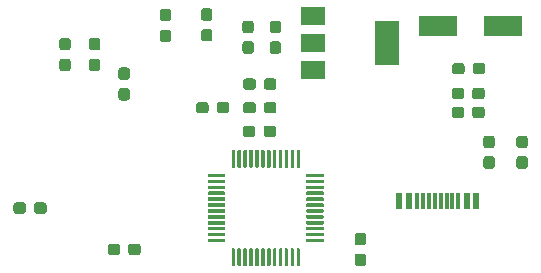
<source format=gbp>
G04 #@! TF.GenerationSoftware,KiCad,Pcbnew,5.1.5+dfsg1-2build2*
G04 #@! TF.CreationDate,2021-10-12T15:37:10+03:00*
G04 #@! TF.ProjectId,usb_kb,7573625f-6b62-42e6-9b69-6361645f7063,rev?*
G04 #@! TF.SameCoordinates,Original*
G04 #@! TF.FileFunction,Paste,Bot*
G04 #@! TF.FilePolarity,Positive*
%FSLAX46Y46*%
G04 Gerber Fmt 4.6, Leading zero omitted, Abs format (unit mm)*
G04 Created by KiCad (PCBNEW 5.1.5+dfsg1-2build2) date 2021-10-12 15:37:10*
%MOMM*%
%LPD*%
G04 APERTURE LIST*
%ADD10R,0.600000X1.450000*%
%ADD11R,0.300000X1.450000*%
%ADD12C,0.100000*%
%ADD13R,3.300000X1.700000*%
%ADD14R,2.000000X1.500000*%
%ADD15R,2.000000X3.800000*%
G04 APERTURE END LIST*
D10*
X194300000Y-83400000D03*
X195100000Y-83400000D03*
X200000000Y-83400000D03*
X200800000Y-83400000D03*
X200800000Y-83400000D03*
X200000000Y-83400000D03*
X195100000Y-83400000D03*
X194300000Y-83400000D03*
D11*
X199300000Y-83400000D03*
X198800000Y-83400000D03*
X198300000Y-83400000D03*
X197300000Y-83400000D03*
X196800000Y-83400000D03*
X196300000Y-83400000D03*
X195800000Y-83400000D03*
X197800000Y-83400000D03*
D12*
G36*
X166260779Y-69601144D02*
G01*
X166283834Y-69604563D01*
X166306443Y-69610227D01*
X166328387Y-69618079D01*
X166349457Y-69628044D01*
X166369448Y-69640026D01*
X166388168Y-69653910D01*
X166405438Y-69669562D01*
X166421090Y-69686832D01*
X166434974Y-69705552D01*
X166446956Y-69725543D01*
X166456921Y-69746613D01*
X166464773Y-69768557D01*
X166470437Y-69791166D01*
X166473856Y-69814221D01*
X166475000Y-69837500D01*
X166475000Y-70412500D01*
X166473856Y-70435779D01*
X166470437Y-70458834D01*
X166464773Y-70481443D01*
X166456921Y-70503387D01*
X166446956Y-70524457D01*
X166434974Y-70544448D01*
X166421090Y-70563168D01*
X166405438Y-70580438D01*
X166388168Y-70596090D01*
X166369448Y-70609974D01*
X166349457Y-70621956D01*
X166328387Y-70631921D01*
X166306443Y-70639773D01*
X166283834Y-70645437D01*
X166260779Y-70648856D01*
X166237500Y-70650000D01*
X165762500Y-70650000D01*
X165739221Y-70648856D01*
X165716166Y-70645437D01*
X165693557Y-70639773D01*
X165671613Y-70631921D01*
X165650543Y-70621956D01*
X165630552Y-70609974D01*
X165611832Y-70596090D01*
X165594562Y-70580438D01*
X165578910Y-70563168D01*
X165565026Y-70544448D01*
X165553044Y-70524457D01*
X165543079Y-70503387D01*
X165535227Y-70481443D01*
X165529563Y-70458834D01*
X165526144Y-70435779D01*
X165525000Y-70412500D01*
X165525000Y-69837500D01*
X165526144Y-69814221D01*
X165529563Y-69791166D01*
X165535227Y-69768557D01*
X165543079Y-69746613D01*
X165553044Y-69725543D01*
X165565026Y-69705552D01*
X165578910Y-69686832D01*
X165594562Y-69669562D01*
X165611832Y-69653910D01*
X165630552Y-69640026D01*
X165650543Y-69628044D01*
X165671613Y-69618079D01*
X165693557Y-69610227D01*
X165716166Y-69604563D01*
X165739221Y-69601144D01*
X165762500Y-69600000D01*
X166237500Y-69600000D01*
X166260779Y-69601144D01*
G37*
G36*
X166260779Y-71351144D02*
G01*
X166283834Y-71354563D01*
X166306443Y-71360227D01*
X166328387Y-71368079D01*
X166349457Y-71378044D01*
X166369448Y-71390026D01*
X166388168Y-71403910D01*
X166405438Y-71419562D01*
X166421090Y-71436832D01*
X166434974Y-71455552D01*
X166446956Y-71475543D01*
X166456921Y-71496613D01*
X166464773Y-71518557D01*
X166470437Y-71541166D01*
X166473856Y-71564221D01*
X166475000Y-71587500D01*
X166475000Y-72162500D01*
X166473856Y-72185779D01*
X166470437Y-72208834D01*
X166464773Y-72231443D01*
X166456921Y-72253387D01*
X166446956Y-72274457D01*
X166434974Y-72294448D01*
X166421090Y-72313168D01*
X166405438Y-72330438D01*
X166388168Y-72346090D01*
X166369448Y-72359974D01*
X166349457Y-72371956D01*
X166328387Y-72381921D01*
X166306443Y-72389773D01*
X166283834Y-72395437D01*
X166260779Y-72398856D01*
X166237500Y-72400000D01*
X165762500Y-72400000D01*
X165739221Y-72398856D01*
X165716166Y-72395437D01*
X165693557Y-72389773D01*
X165671613Y-72381921D01*
X165650543Y-72371956D01*
X165630552Y-72359974D01*
X165611832Y-72346090D01*
X165594562Y-72330438D01*
X165578910Y-72313168D01*
X165565026Y-72294448D01*
X165553044Y-72274457D01*
X165543079Y-72253387D01*
X165535227Y-72231443D01*
X165529563Y-72208834D01*
X165526144Y-72185779D01*
X165525000Y-72162500D01*
X165525000Y-71587500D01*
X165526144Y-71564221D01*
X165529563Y-71541166D01*
X165535227Y-71518557D01*
X165543079Y-71496613D01*
X165553044Y-71475543D01*
X165565026Y-71455552D01*
X165578910Y-71436832D01*
X165594562Y-71419562D01*
X165611832Y-71403910D01*
X165630552Y-71390026D01*
X165650543Y-71378044D01*
X165671613Y-71368079D01*
X165693557Y-71360227D01*
X165716166Y-71354563D01*
X165739221Y-71351144D01*
X165762500Y-71350000D01*
X166237500Y-71350000D01*
X166260779Y-71351144D01*
G37*
G36*
X168760779Y-69601144D02*
G01*
X168783834Y-69604563D01*
X168806443Y-69610227D01*
X168828387Y-69618079D01*
X168849457Y-69628044D01*
X168869448Y-69640026D01*
X168888168Y-69653910D01*
X168905438Y-69669562D01*
X168921090Y-69686832D01*
X168934974Y-69705552D01*
X168946956Y-69725543D01*
X168956921Y-69746613D01*
X168964773Y-69768557D01*
X168970437Y-69791166D01*
X168973856Y-69814221D01*
X168975000Y-69837500D01*
X168975000Y-70412500D01*
X168973856Y-70435779D01*
X168970437Y-70458834D01*
X168964773Y-70481443D01*
X168956921Y-70503387D01*
X168946956Y-70524457D01*
X168934974Y-70544448D01*
X168921090Y-70563168D01*
X168905438Y-70580438D01*
X168888168Y-70596090D01*
X168869448Y-70609974D01*
X168849457Y-70621956D01*
X168828387Y-70631921D01*
X168806443Y-70639773D01*
X168783834Y-70645437D01*
X168760779Y-70648856D01*
X168737500Y-70650000D01*
X168262500Y-70650000D01*
X168239221Y-70648856D01*
X168216166Y-70645437D01*
X168193557Y-70639773D01*
X168171613Y-70631921D01*
X168150543Y-70621956D01*
X168130552Y-70609974D01*
X168111832Y-70596090D01*
X168094562Y-70580438D01*
X168078910Y-70563168D01*
X168065026Y-70544448D01*
X168053044Y-70524457D01*
X168043079Y-70503387D01*
X168035227Y-70481443D01*
X168029563Y-70458834D01*
X168026144Y-70435779D01*
X168025000Y-70412500D01*
X168025000Y-69837500D01*
X168026144Y-69814221D01*
X168029563Y-69791166D01*
X168035227Y-69768557D01*
X168043079Y-69746613D01*
X168053044Y-69725543D01*
X168065026Y-69705552D01*
X168078910Y-69686832D01*
X168094562Y-69669562D01*
X168111832Y-69653910D01*
X168130552Y-69640026D01*
X168150543Y-69628044D01*
X168171613Y-69618079D01*
X168193557Y-69610227D01*
X168216166Y-69604563D01*
X168239221Y-69601144D01*
X168262500Y-69600000D01*
X168737500Y-69600000D01*
X168760779Y-69601144D01*
G37*
G36*
X168760779Y-71351144D02*
G01*
X168783834Y-71354563D01*
X168806443Y-71360227D01*
X168828387Y-71368079D01*
X168849457Y-71378044D01*
X168869448Y-71390026D01*
X168888168Y-71403910D01*
X168905438Y-71419562D01*
X168921090Y-71436832D01*
X168934974Y-71455552D01*
X168946956Y-71475543D01*
X168956921Y-71496613D01*
X168964773Y-71518557D01*
X168970437Y-71541166D01*
X168973856Y-71564221D01*
X168975000Y-71587500D01*
X168975000Y-72162500D01*
X168973856Y-72185779D01*
X168970437Y-72208834D01*
X168964773Y-72231443D01*
X168956921Y-72253387D01*
X168946956Y-72274457D01*
X168934974Y-72294448D01*
X168921090Y-72313168D01*
X168905438Y-72330438D01*
X168888168Y-72346090D01*
X168869448Y-72359974D01*
X168849457Y-72371956D01*
X168828387Y-72381921D01*
X168806443Y-72389773D01*
X168783834Y-72395437D01*
X168760779Y-72398856D01*
X168737500Y-72400000D01*
X168262500Y-72400000D01*
X168239221Y-72398856D01*
X168216166Y-72395437D01*
X168193557Y-72389773D01*
X168171613Y-72381921D01*
X168150543Y-72371956D01*
X168130552Y-72359974D01*
X168111832Y-72346090D01*
X168094562Y-72330438D01*
X168078910Y-72313168D01*
X168065026Y-72294448D01*
X168053044Y-72274457D01*
X168043079Y-72253387D01*
X168035227Y-72231443D01*
X168029563Y-72208834D01*
X168026144Y-72185779D01*
X168025000Y-72162500D01*
X168025000Y-71587500D01*
X168026144Y-71564221D01*
X168029563Y-71541166D01*
X168035227Y-71518557D01*
X168043079Y-71496613D01*
X168053044Y-71475543D01*
X168065026Y-71455552D01*
X168078910Y-71436832D01*
X168094562Y-71419562D01*
X168111832Y-71403910D01*
X168130552Y-71390026D01*
X168150543Y-71378044D01*
X168171613Y-71368079D01*
X168193557Y-71360227D01*
X168216166Y-71354563D01*
X168239221Y-71351144D01*
X168262500Y-71350000D01*
X168737500Y-71350000D01*
X168760779Y-71351144D01*
G37*
G36*
X183685779Y-73026144D02*
G01*
X183708834Y-73029563D01*
X183731443Y-73035227D01*
X183753387Y-73043079D01*
X183774457Y-73053044D01*
X183794448Y-73065026D01*
X183813168Y-73078910D01*
X183830438Y-73094562D01*
X183846090Y-73111832D01*
X183859974Y-73130552D01*
X183871956Y-73150543D01*
X183881921Y-73171613D01*
X183889773Y-73193557D01*
X183895437Y-73216166D01*
X183898856Y-73239221D01*
X183900000Y-73262500D01*
X183900000Y-73737500D01*
X183898856Y-73760779D01*
X183895437Y-73783834D01*
X183889773Y-73806443D01*
X183881921Y-73828387D01*
X183871956Y-73849457D01*
X183859974Y-73869448D01*
X183846090Y-73888168D01*
X183830438Y-73905438D01*
X183813168Y-73921090D01*
X183794448Y-73934974D01*
X183774457Y-73946956D01*
X183753387Y-73956921D01*
X183731443Y-73964773D01*
X183708834Y-73970437D01*
X183685779Y-73973856D01*
X183662500Y-73975000D01*
X183087500Y-73975000D01*
X183064221Y-73973856D01*
X183041166Y-73970437D01*
X183018557Y-73964773D01*
X182996613Y-73956921D01*
X182975543Y-73946956D01*
X182955552Y-73934974D01*
X182936832Y-73921090D01*
X182919562Y-73905438D01*
X182903910Y-73888168D01*
X182890026Y-73869448D01*
X182878044Y-73849457D01*
X182868079Y-73828387D01*
X182860227Y-73806443D01*
X182854563Y-73783834D01*
X182851144Y-73760779D01*
X182850000Y-73737500D01*
X182850000Y-73262500D01*
X182851144Y-73239221D01*
X182854563Y-73216166D01*
X182860227Y-73193557D01*
X182868079Y-73171613D01*
X182878044Y-73150543D01*
X182890026Y-73130552D01*
X182903910Y-73111832D01*
X182919562Y-73094562D01*
X182936832Y-73078910D01*
X182955552Y-73065026D01*
X182975543Y-73053044D01*
X182996613Y-73043079D01*
X183018557Y-73035227D01*
X183041166Y-73029563D01*
X183064221Y-73026144D01*
X183087500Y-73025000D01*
X183662500Y-73025000D01*
X183685779Y-73026144D01*
G37*
G36*
X181935779Y-73026144D02*
G01*
X181958834Y-73029563D01*
X181981443Y-73035227D01*
X182003387Y-73043079D01*
X182024457Y-73053044D01*
X182044448Y-73065026D01*
X182063168Y-73078910D01*
X182080438Y-73094562D01*
X182096090Y-73111832D01*
X182109974Y-73130552D01*
X182121956Y-73150543D01*
X182131921Y-73171613D01*
X182139773Y-73193557D01*
X182145437Y-73216166D01*
X182148856Y-73239221D01*
X182150000Y-73262500D01*
X182150000Y-73737500D01*
X182148856Y-73760779D01*
X182145437Y-73783834D01*
X182139773Y-73806443D01*
X182131921Y-73828387D01*
X182121956Y-73849457D01*
X182109974Y-73869448D01*
X182096090Y-73888168D01*
X182080438Y-73905438D01*
X182063168Y-73921090D01*
X182044448Y-73934974D01*
X182024457Y-73946956D01*
X182003387Y-73956921D01*
X181981443Y-73964773D01*
X181958834Y-73970437D01*
X181935779Y-73973856D01*
X181912500Y-73975000D01*
X181337500Y-73975000D01*
X181314221Y-73973856D01*
X181291166Y-73970437D01*
X181268557Y-73964773D01*
X181246613Y-73956921D01*
X181225543Y-73946956D01*
X181205552Y-73934974D01*
X181186832Y-73921090D01*
X181169562Y-73905438D01*
X181153910Y-73888168D01*
X181140026Y-73869448D01*
X181128044Y-73849457D01*
X181118079Y-73828387D01*
X181110227Y-73806443D01*
X181104563Y-73783834D01*
X181101144Y-73760779D01*
X181100000Y-73737500D01*
X181100000Y-73262500D01*
X181101144Y-73239221D01*
X181104563Y-73216166D01*
X181110227Y-73193557D01*
X181118079Y-73171613D01*
X181128044Y-73150543D01*
X181140026Y-73130552D01*
X181153910Y-73111832D01*
X181169562Y-73094562D01*
X181186832Y-73078910D01*
X181205552Y-73065026D01*
X181225543Y-73053044D01*
X181246613Y-73043079D01*
X181268557Y-73035227D01*
X181291166Y-73029563D01*
X181314221Y-73026144D01*
X181337500Y-73025000D01*
X181912500Y-73025000D01*
X181935779Y-73026144D01*
G37*
G36*
X171260779Y-73851144D02*
G01*
X171283834Y-73854563D01*
X171306443Y-73860227D01*
X171328387Y-73868079D01*
X171349457Y-73878044D01*
X171369448Y-73890026D01*
X171388168Y-73903910D01*
X171405438Y-73919562D01*
X171421090Y-73936832D01*
X171434974Y-73955552D01*
X171446956Y-73975543D01*
X171456921Y-73996613D01*
X171464773Y-74018557D01*
X171470437Y-74041166D01*
X171473856Y-74064221D01*
X171475000Y-74087500D01*
X171475000Y-74662500D01*
X171473856Y-74685779D01*
X171470437Y-74708834D01*
X171464773Y-74731443D01*
X171456921Y-74753387D01*
X171446956Y-74774457D01*
X171434974Y-74794448D01*
X171421090Y-74813168D01*
X171405438Y-74830438D01*
X171388168Y-74846090D01*
X171369448Y-74859974D01*
X171349457Y-74871956D01*
X171328387Y-74881921D01*
X171306443Y-74889773D01*
X171283834Y-74895437D01*
X171260779Y-74898856D01*
X171237500Y-74900000D01*
X170762500Y-74900000D01*
X170739221Y-74898856D01*
X170716166Y-74895437D01*
X170693557Y-74889773D01*
X170671613Y-74881921D01*
X170650543Y-74871956D01*
X170630552Y-74859974D01*
X170611832Y-74846090D01*
X170594562Y-74830438D01*
X170578910Y-74813168D01*
X170565026Y-74794448D01*
X170553044Y-74774457D01*
X170543079Y-74753387D01*
X170535227Y-74731443D01*
X170529563Y-74708834D01*
X170526144Y-74685779D01*
X170525000Y-74662500D01*
X170525000Y-74087500D01*
X170526144Y-74064221D01*
X170529563Y-74041166D01*
X170535227Y-74018557D01*
X170543079Y-73996613D01*
X170553044Y-73975543D01*
X170565026Y-73955552D01*
X170578910Y-73936832D01*
X170594562Y-73919562D01*
X170611832Y-73903910D01*
X170630552Y-73890026D01*
X170650543Y-73878044D01*
X170671613Y-73868079D01*
X170693557Y-73860227D01*
X170716166Y-73854563D01*
X170739221Y-73851144D01*
X170762500Y-73850000D01*
X171237500Y-73850000D01*
X171260779Y-73851144D01*
G37*
G36*
X171260779Y-72101144D02*
G01*
X171283834Y-72104563D01*
X171306443Y-72110227D01*
X171328387Y-72118079D01*
X171349457Y-72128044D01*
X171369448Y-72140026D01*
X171388168Y-72153910D01*
X171405438Y-72169562D01*
X171421090Y-72186832D01*
X171434974Y-72205552D01*
X171446956Y-72225543D01*
X171456921Y-72246613D01*
X171464773Y-72268557D01*
X171470437Y-72291166D01*
X171473856Y-72314221D01*
X171475000Y-72337500D01*
X171475000Y-72912500D01*
X171473856Y-72935779D01*
X171470437Y-72958834D01*
X171464773Y-72981443D01*
X171456921Y-73003387D01*
X171446956Y-73024457D01*
X171434974Y-73044448D01*
X171421090Y-73063168D01*
X171405438Y-73080438D01*
X171388168Y-73096090D01*
X171369448Y-73109974D01*
X171349457Y-73121956D01*
X171328387Y-73131921D01*
X171306443Y-73139773D01*
X171283834Y-73145437D01*
X171260779Y-73148856D01*
X171237500Y-73150000D01*
X170762500Y-73150000D01*
X170739221Y-73148856D01*
X170716166Y-73145437D01*
X170693557Y-73139773D01*
X170671613Y-73131921D01*
X170650543Y-73121956D01*
X170630552Y-73109974D01*
X170611832Y-73096090D01*
X170594562Y-73080438D01*
X170578910Y-73063168D01*
X170565026Y-73044448D01*
X170553044Y-73024457D01*
X170543079Y-73003387D01*
X170535227Y-72981443D01*
X170529563Y-72958834D01*
X170526144Y-72935779D01*
X170525000Y-72912500D01*
X170525000Y-72337500D01*
X170526144Y-72314221D01*
X170529563Y-72291166D01*
X170535227Y-72268557D01*
X170543079Y-72246613D01*
X170553044Y-72225543D01*
X170565026Y-72205552D01*
X170578910Y-72186832D01*
X170594562Y-72169562D01*
X170611832Y-72153910D01*
X170630552Y-72140026D01*
X170650543Y-72128044D01*
X170671613Y-72118079D01*
X170693557Y-72110227D01*
X170716166Y-72104563D01*
X170739221Y-72101144D01*
X170762500Y-72100000D01*
X171237500Y-72100000D01*
X171260779Y-72101144D01*
G37*
G36*
X178260779Y-68851144D02*
G01*
X178283834Y-68854563D01*
X178306443Y-68860227D01*
X178328387Y-68868079D01*
X178349457Y-68878044D01*
X178369448Y-68890026D01*
X178388168Y-68903910D01*
X178405438Y-68919562D01*
X178421090Y-68936832D01*
X178434974Y-68955552D01*
X178446956Y-68975543D01*
X178456921Y-68996613D01*
X178464773Y-69018557D01*
X178470437Y-69041166D01*
X178473856Y-69064221D01*
X178475000Y-69087500D01*
X178475000Y-69662500D01*
X178473856Y-69685779D01*
X178470437Y-69708834D01*
X178464773Y-69731443D01*
X178456921Y-69753387D01*
X178446956Y-69774457D01*
X178434974Y-69794448D01*
X178421090Y-69813168D01*
X178405438Y-69830438D01*
X178388168Y-69846090D01*
X178369448Y-69859974D01*
X178349457Y-69871956D01*
X178328387Y-69881921D01*
X178306443Y-69889773D01*
X178283834Y-69895437D01*
X178260779Y-69898856D01*
X178237500Y-69900000D01*
X177762500Y-69900000D01*
X177739221Y-69898856D01*
X177716166Y-69895437D01*
X177693557Y-69889773D01*
X177671613Y-69881921D01*
X177650543Y-69871956D01*
X177630552Y-69859974D01*
X177611832Y-69846090D01*
X177594562Y-69830438D01*
X177578910Y-69813168D01*
X177565026Y-69794448D01*
X177553044Y-69774457D01*
X177543079Y-69753387D01*
X177535227Y-69731443D01*
X177529563Y-69708834D01*
X177526144Y-69685779D01*
X177525000Y-69662500D01*
X177525000Y-69087500D01*
X177526144Y-69064221D01*
X177529563Y-69041166D01*
X177535227Y-69018557D01*
X177543079Y-68996613D01*
X177553044Y-68975543D01*
X177565026Y-68955552D01*
X177578910Y-68936832D01*
X177594562Y-68919562D01*
X177611832Y-68903910D01*
X177630552Y-68890026D01*
X177650543Y-68878044D01*
X177671613Y-68868079D01*
X177693557Y-68860227D01*
X177716166Y-68854563D01*
X177739221Y-68851144D01*
X177762500Y-68850000D01*
X178237500Y-68850000D01*
X178260779Y-68851144D01*
G37*
G36*
X178260779Y-67101144D02*
G01*
X178283834Y-67104563D01*
X178306443Y-67110227D01*
X178328387Y-67118079D01*
X178349457Y-67128044D01*
X178369448Y-67140026D01*
X178388168Y-67153910D01*
X178405438Y-67169562D01*
X178421090Y-67186832D01*
X178434974Y-67205552D01*
X178446956Y-67225543D01*
X178456921Y-67246613D01*
X178464773Y-67268557D01*
X178470437Y-67291166D01*
X178473856Y-67314221D01*
X178475000Y-67337500D01*
X178475000Y-67912500D01*
X178473856Y-67935779D01*
X178470437Y-67958834D01*
X178464773Y-67981443D01*
X178456921Y-68003387D01*
X178446956Y-68024457D01*
X178434974Y-68044448D01*
X178421090Y-68063168D01*
X178405438Y-68080438D01*
X178388168Y-68096090D01*
X178369448Y-68109974D01*
X178349457Y-68121956D01*
X178328387Y-68131921D01*
X178306443Y-68139773D01*
X178283834Y-68145437D01*
X178260779Y-68148856D01*
X178237500Y-68150000D01*
X177762500Y-68150000D01*
X177739221Y-68148856D01*
X177716166Y-68145437D01*
X177693557Y-68139773D01*
X177671613Y-68131921D01*
X177650543Y-68121956D01*
X177630552Y-68109974D01*
X177611832Y-68096090D01*
X177594562Y-68080438D01*
X177578910Y-68063168D01*
X177565026Y-68044448D01*
X177553044Y-68024457D01*
X177543079Y-68003387D01*
X177535227Y-67981443D01*
X177529563Y-67958834D01*
X177526144Y-67935779D01*
X177525000Y-67912500D01*
X177525000Y-67337500D01*
X177526144Y-67314221D01*
X177529563Y-67291166D01*
X177535227Y-67268557D01*
X177543079Y-67246613D01*
X177553044Y-67225543D01*
X177565026Y-67205552D01*
X177578910Y-67186832D01*
X177594562Y-67169562D01*
X177611832Y-67153910D01*
X177630552Y-67140026D01*
X177650543Y-67128044D01*
X177671613Y-67118079D01*
X177693557Y-67110227D01*
X177716166Y-67104563D01*
X177739221Y-67101144D01*
X177762500Y-67100000D01*
X178237500Y-67100000D01*
X178260779Y-67101144D01*
G37*
G36*
X191260779Y-86101144D02*
G01*
X191283834Y-86104563D01*
X191306443Y-86110227D01*
X191328387Y-86118079D01*
X191349457Y-86128044D01*
X191369448Y-86140026D01*
X191388168Y-86153910D01*
X191405438Y-86169562D01*
X191421090Y-86186832D01*
X191434974Y-86205552D01*
X191446956Y-86225543D01*
X191456921Y-86246613D01*
X191464773Y-86268557D01*
X191470437Y-86291166D01*
X191473856Y-86314221D01*
X191475000Y-86337500D01*
X191475000Y-86912500D01*
X191473856Y-86935779D01*
X191470437Y-86958834D01*
X191464773Y-86981443D01*
X191456921Y-87003387D01*
X191446956Y-87024457D01*
X191434974Y-87044448D01*
X191421090Y-87063168D01*
X191405438Y-87080438D01*
X191388168Y-87096090D01*
X191369448Y-87109974D01*
X191349457Y-87121956D01*
X191328387Y-87131921D01*
X191306443Y-87139773D01*
X191283834Y-87145437D01*
X191260779Y-87148856D01*
X191237500Y-87150000D01*
X190762500Y-87150000D01*
X190739221Y-87148856D01*
X190716166Y-87145437D01*
X190693557Y-87139773D01*
X190671613Y-87131921D01*
X190650543Y-87121956D01*
X190630552Y-87109974D01*
X190611832Y-87096090D01*
X190594562Y-87080438D01*
X190578910Y-87063168D01*
X190565026Y-87044448D01*
X190553044Y-87024457D01*
X190543079Y-87003387D01*
X190535227Y-86981443D01*
X190529563Y-86958834D01*
X190526144Y-86935779D01*
X190525000Y-86912500D01*
X190525000Y-86337500D01*
X190526144Y-86314221D01*
X190529563Y-86291166D01*
X190535227Y-86268557D01*
X190543079Y-86246613D01*
X190553044Y-86225543D01*
X190565026Y-86205552D01*
X190578910Y-86186832D01*
X190594562Y-86169562D01*
X190611832Y-86153910D01*
X190630552Y-86140026D01*
X190650543Y-86128044D01*
X190671613Y-86118079D01*
X190693557Y-86110227D01*
X190716166Y-86104563D01*
X190739221Y-86101144D01*
X190762500Y-86100000D01*
X191237500Y-86100000D01*
X191260779Y-86101144D01*
G37*
G36*
X191260779Y-87851144D02*
G01*
X191283834Y-87854563D01*
X191306443Y-87860227D01*
X191328387Y-87868079D01*
X191349457Y-87878044D01*
X191369448Y-87890026D01*
X191388168Y-87903910D01*
X191405438Y-87919562D01*
X191421090Y-87936832D01*
X191434974Y-87955552D01*
X191446956Y-87975543D01*
X191456921Y-87996613D01*
X191464773Y-88018557D01*
X191470437Y-88041166D01*
X191473856Y-88064221D01*
X191475000Y-88087500D01*
X191475000Y-88662500D01*
X191473856Y-88685779D01*
X191470437Y-88708834D01*
X191464773Y-88731443D01*
X191456921Y-88753387D01*
X191446956Y-88774457D01*
X191434974Y-88794448D01*
X191421090Y-88813168D01*
X191405438Y-88830438D01*
X191388168Y-88846090D01*
X191369448Y-88859974D01*
X191349457Y-88871956D01*
X191328387Y-88881921D01*
X191306443Y-88889773D01*
X191283834Y-88895437D01*
X191260779Y-88898856D01*
X191237500Y-88900000D01*
X190762500Y-88900000D01*
X190739221Y-88898856D01*
X190716166Y-88895437D01*
X190693557Y-88889773D01*
X190671613Y-88881921D01*
X190650543Y-88871956D01*
X190630552Y-88859974D01*
X190611832Y-88846090D01*
X190594562Y-88830438D01*
X190578910Y-88813168D01*
X190565026Y-88794448D01*
X190553044Y-88774457D01*
X190543079Y-88753387D01*
X190535227Y-88731443D01*
X190529563Y-88708834D01*
X190526144Y-88685779D01*
X190525000Y-88662500D01*
X190525000Y-88087500D01*
X190526144Y-88064221D01*
X190529563Y-88041166D01*
X190535227Y-88018557D01*
X190543079Y-87996613D01*
X190553044Y-87975543D01*
X190565026Y-87955552D01*
X190578910Y-87936832D01*
X190594562Y-87919562D01*
X190611832Y-87903910D01*
X190630552Y-87890026D01*
X190650543Y-87878044D01*
X190671613Y-87868079D01*
X190693557Y-87860227D01*
X190716166Y-87854563D01*
X190739221Y-87851144D01*
X190762500Y-87850000D01*
X191237500Y-87850000D01*
X191260779Y-87851144D01*
G37*
G36*
X201360779Y-71726144D02*
G01*
X201383834Y-71729563D01*
X201406443Y-71735227D01*
X201428387Y-71743079D01*
X201449457Y-71753044D01*
X201469448Y-71765026D01*
X201488168Y-71778910D01*
X201505438Y-71794562D01*
X201521090Y-71811832D01*
X201534974Y-71830552D01*
X201546956Y-71850543D01*
X201556921Y-71871613D01*
X201564773Y-71893557D01*
X201570437Y-71916166D01*
X201573856Y-71939221D01*
X201575000Y-71962500D01*
X201575000Y-72437500D01*
X201573856Y-72460779D01*
X201570437Y-72483834D01*
X201564773Y-72506443D01*
X201556921Y-72528387D01*
X201546956Y-72549457D01*
X201534974Y-72569448D01*
X201521090Y-72588168D01*
X201505438Y-72605438D01*
X201488168Y-72621090D01*
X201469448Y-72634974D01*
X201449457Y-72646956D01*
X201428387Y-72656921D01*
X201406443Y-72664773D01*
X201383834Y-72670437D01*
X201360779Y-72673856D01*
X201337500Y-72675000D01*
X200762500Y-72675000D01*
X200739221Y-72673856D01*
X200716166Y-72670437D01*
X200693557Y-72664773D01*
X200671613Y-72656921D01*
X200650543Y-72646956D01*
X200630552Y-72634974D01*
X200611832Y-72621090D01*
X200594562Y-72605438D01*
X200578910Y-72588168D01*
X200565026Y-72569448D01*
X200553044Y-72549457D01*
X200543079Y-72528387D01*
X200535227Y-72506443D01*
X200529563Y-72483834D01*
X200526144Y-72460779D01*
X200525000Y-72437500D01*
X200525000Y-71962500D01*
X200526144Y-71939221D01*
X200529563Y-71916166D01*
X200535227Y-71893557D01*
X200543079Y-71871613D01*
X200553044Y-71850543D01*
X200565026Y-71830552D01*
X200578910Y-71811832D01*
X200594562Y-71794562D01*
X200611832Y-71778910D01*
X200630552Y-71765026D01*
X200650543Y-71753044D01*
X200671613Y-71743079D01*
X200693557Y-71735227D01*
X200716166Y-71729563D01*
X200739221Y-71726144D01*
X200762500Y-71725000D01*
X201337500Y-71725000D01*
X201360779Y-71726144D01*
G37*
G36*
X199610779Y-71726144D02*
G01*
X199633834Y-71729563D01*
X199656443Y-71735227D01*
X199678387Y-71743079D01*
X199699457Y-71753044D01*
X199719448Y-71765026D01*
X199738168Y-71778910D01*
X199755438Y-71794562D01*
X199771090Y-71811832D01*
X199784974Y-71830552D01*
X199796956Y-71850543D01*
X199806921Y-71871613D01*
X199814773Y-71893557D01*
X199820437Y-71916166D01*
X199823856Y-71939221D01*
X199825000Y-71962500D01*
X199825000Y-72437500D01*
X199823856Y-72460779D01*
X199820437Y-72483834D01*
X199814773Y-72506443D01*
X199806921Y-72528387D01*
X199796956Y-72549457D01*
X199784974Y-72569448D01*
X199771090Y-72588168D01*
X199755438Y-72605438D01*
X199738168Y-72621090D01*
X199719448Y-72634974D01*
X199699457Y-72646956D01*
X199678387Y-72656921D01*
X199656443Y-72664773D01*
X199633834Y-72670437D01*
X199610779Y-72673856D01*
X199587500Y-72675000D01*
X199012500Y-72675000D01*
X198989221Y-72673856D01*
X198966166Y-72670437D01*
X198943557Y-72664773D01*
X198921613Y-72656921D01*
X198900543Y-72646956D01*
X198880552Y-72634974D01*
X198861832Y-72621090D01*
X198844562Y-72605438D01*
X198828910Y-72588168D01*
X198815026Y-72569448D01*
X198803044Y-72549457D01*
X198793079Y-72528387D01*
X198785227Y-72506443D01*
X198779563Y-72483834D01*
X198776144Y-72460779D01*
X198775000Y-72437500D01*
X198775000Y-71962500D01*
X198776144Y-71939221D01*
X198779563Y-71916166D01*
X198785227Y-71893557D01*
X198793079Y-71871613D01*
X198803044Y-71850543D01*
X198815026Y-71830552D01*
X198828910Y-71811832D01*
X198844562Y-71794562D01*
X198861832Y-71778910D01*
X198880552Y-71765026D01*
X198900543Y-71753044D01*
X198921613Y-71743079D01*
X198943557Y-71735227D01*
X198966166Y-71729563D01*
X198989221Y-71726144D01*
X199012500Y-71725000D01*
X199587500Y-71725000D01*
X199610779Y-71726144D01*
G37*
G36*
X170435779Y-87026144D02*
G01*
X170458834Y-87029563D01*
X170481443Y-87035227D01*
X170503387Y-87043079D01*
X170524457Y-87053044D01*
X170544448Y-87065026D01*
X170563168Y-87078910D01*
X170580438Y-87094562D01*
X170596090Y-87111832D01*
X170609974Y-87130552D01*
X170621956Y-87150543D01*
X170631921Y-87171613D01*
X170639773Y-87193557D01*
X170645437Y-87216166D01*
X170648856Y-87239221D01*
X170650000Y-87262500D01*
X170650000Y-87737500D01*
X170648856Y-87760779D01*
X170645437Y-87783834D01*
X170639773Y-87806443D01*
X170631921Y-87828387D01*
X170621956Y-87849457D01*
X170609974Y-87869448D01*
X170596090Y-87888168D01*
X170580438Y-87905438D01*
X170563168Y-87921090D01*
X170544448Y-87934974D01*
X170524457Y-87946956D01*
X170503387Y-87956921D01*
X170481443Y-87964773D01*
X170458834Y-87970437D01*
X170435779Y-87973856D01*
X170412500Y-87975000D01*
X169837500Y-87975000D01*
X169814221Y-87973856D01*
X169791166Y-87970437D01*
X169768557Y-87964773D01*
X169746613Y-87956921D01*
X169725543Y-87946956D01*
X169705552Y-87934974D01*
X169686832Y-87921090D01*
X169669562Y-87905438D01*
X169653910Y-87888168D01*
X169640026Y-87869448D01*
X169628044Y-87849457D01*
X169618079Y-87828387D01*
X169610227Y-87806443D01*
X169604563Y-87783834D01*
X169601144Y-87760779D01*
X169600000Y-87737500D01*
X169600000Y-87262500D01*
X169601144Y-87239221D01*
X169604563Y-87216166D01*
X169610227Y-87193557D01*
X169618079Y-87171613D01*
X169628044Y-87150543D01*
X169640026Y-87130552D01*
X169653910Y-87111832D01*
X169669562Y-87094562D01*
X169686832Y-87078910D01*
X169705552Y-87065026D01*
X169725543Y-87053044D01*
X169746613Y-87043079D01*
X169768557Y-87035227D01*
X169791166Y-87029563D01*
X169814221Y-87026144D01*
X169837500Y-87025000D01*
X170412500Y-87025000D01*
X170435779Y-87026144D01*
G37*
G36*
X172185779Y-87026144D02*
G01*
X172208834Y-87029563D01*
X172231443Y-87035227D01*
X172253387Y-87043079D01*
X172274457Y-87053044D01*
X172294448Y-87065026D01*
X172313168Y-87078910D01*
X172330438Y-87094562D01*
X172346090Y-87111832D01*
X172359974Y-87130552D01*
X172371956Y-87150543D01*
X172381921Y-87171613D01*
X172389773Y-87193557D01*
X172395437Y-87216166D01*
X172398856Y-87239221D01*
X172400000Y-87262500D01*
X172400000Y-87737500D01*
X172398856Y-87760779D01*
X172395437Y-87783834D01*
X172389773Y-87806443D01*
X172381921Y-87828387D01*
X172371956Y-87849457D01*
X172359974Y-87869448D01*
X172346090Y-87888168D01*
X172330438Y-87905438D01*
X172313168Y-87921090D01*
X172294448Y-87934974D01*
X172274457Y-87946956D01*
X172253387Y-87956921D01*
X172231443Y-87964773D01*
X172208834Y-87970437D01*
X172185779Y-87973856D01*
X172162500Y-87975000D01*
X171587500Y-87975000D01*
X171564221Y-87973856D01*
X171541166Y-87970437D01*
X171518557Y-87964773D01*
X171496613Y-87956921D01*
X171475543Y-87946956D01*
X171455552Y-87934974D01*
X171436832Y-87921090D01*
X171419562Y-87905438D01*
X171403910Y-87888168D01*
X171390026Y-87869448D01*
X171378044Y-87849457D01*
X171368079Y-87828387D01*
X171360227Y-87806443D01*
X171354563Y-87783834D01*
X171351144Y-87760779D01*
X171350000Y-87737500D01*
X171350000Y-87262500D01*
X171351144Y-87239221D01*
X171354563Y-87216166D01*
X171360227Y-87193557D01*
X171368079Y-87171613D01*
X171378044Y-87150543D01*
X171390026Y-87130552D01*
X171403910Y-87111832D01*
X171419562Y-87094562D01*
X171436832Y-87078910D01*
X171455552Y-87065026D01*
X171475543Y-87053044D01*
X171496613Y-87043079D01*
X171518557Y-87035227D01*
X171541166Y-87029563D01*
X171564221Y-87026144D01*
X171587500Y-87025000D01*
X172162500Y-87025000D01*
X172185779Y-87026144D01*
G37*
G36*
X181935779Y-75026144D02*
G01*
X181958834Y-75029563D01*
X181981443Y-75035227D01*
X182003387Y-75043079D01*
X182024457Y-75053044D01*
X182044448Y-75065026D01*
X182063168Y-75078910D01*
X182080438Y-75094562D01*
X182096090Y-75111832D01*
X182109974Y-75130552D01*
X182121956Y-75150543D01*
X182131921Y-75171613D01*
X182139773Y-75193557D01*
X182145437Y-75216166D01*
X182148856Y-75239221D01*
X182150000Y-75262500D01*
X182150000Y-75737500D01*
X182148856Y-75760779D01*
X182145437Y-75783834D01*
X182139773Y-75806443D01*
X182131921Y-75828387D01*
X182121956Y-75849457D01*
X182109974Y-75869448D01*
X182096090Y-75888168D01*
X182080438Y-75905438D01*
X182063168Y-75921090D01*
X182044448Y-75934974D01*
X182024457Y-75946956D01*
X182003387Y-75956921D01*
X181981443Y-75964773D01*
X181958834Y-75970437D01*
X181935779Y-75973856D01*
X181912500Y-75975000D01*
X181337500Y-75975000D01*
X181314221Y-75973856D01*
X181291166Y-75970437D01*
X181268557Y-75964773D01*
X181246613Y-75956921D01*
X181225543Y-75946956D01*
X181205552Y-75934974D01*
X181186832Y-75921090D01*
X181169562Y-75905438D01*
X181153910Y-75888168D01*
X181140026Y-75869448D01*
X181128044Y-75849457D01*
X181118079Y-75828387D01*
X181110227Y-75806443D01*
X181104563Y-75783834D01*
X181101144Y-75760779D01*
X181100000Y-75737500D01*
X181100000Y-75262500D01*
X181101144Y-75239221D01*
X181104563Y-75216166D01*
X181110227Y-75193557D01*
X181118079Y-75171613D01*
X181128044Y-75150543D01*
X181140026Y-75130552D01*
X181153910Y-75111832D01*
X181169562Y-75094562D01*
X181186832Y-75078910D01*
X181205552Y-75065026D01*
X181225543Y-75053044D01*
X181246613Y-75043079D01*
X181268557Y-75035227D01*
X181291166Y-75029563D01*
X181314221Y-75026144D01*
X181337500Y-75025000D01*
X181912500Y-75025000D01*
X181935779Y-75026144D01*
G37*
G36*
X183685779Y-75026144D02*
G01*
X183708834Y-75029563D01*
X183731443Y-75035227D01*
X183753387Y-75043079D01*
X183774457Y-75053044D01*
X183794448Y-75065026D01*
X183813168Y-75078910D01*
X183830438Y-75094562D01*
X183846090Y-75111832D01*
X183859974Y-75130552D01*
X183871956Y-75150543D01*
X183881921Y-75171613D01*
X183889773Y-75193557D01*
X183895437Y-75216166D01*
X183898856Y-75239221D01*
X183900000Y-75262500D01*
X183900000Y-75737500D01*
X183898856Y-75760779D01*
X183895437Y-75783834D01*
X183889773Y-75806443D01*
X183881921Y-75828387D01*
X183871956Y-75849457D01*
X183859974Y-75869448D01*
X183846090Y-75888168D01*
X183830438Y-75905438D01*
X183813168Y-75921090D01*
X183794448Y-75934974D01*
X183774457Y-75946956D01*
X183753387Y-75956921D01*
X183731443Y-75964773D01*
X183708834Y-75970437D01*
X183685779Y-75973856D01*
X183662500Y-75975000D01*
X183087500Y-75975000D01*
X183064221Y-75973856D01*
X183041166Y-75970437D01*
X183018557Y-75964773D01*
X182996613Y-75956921D01*
X182975543Y-75946956D01*
X182955552Y-75934974D01*
X182936832Y-75921090D01*
X182919562Y-75905438D01*
X182903910Y-75888168D01*
X182890026Y-75869448D01*
X182878044Y-75849457D01*
X182868079Y-75828387D01*
X182860227Y-75806443D01*
X182854563Y-75783834D01*
X182851144Y-75760779D01*
X182850000Y-75737500D01*
X182850000Y-75262500D01*
X182851144Y-75239221D01*
X182854563Y-75216166D01*
X182860227Y-75193557D01*
X182868079Y-75171613D01*
X182878044Y-75150543D01*
X182890026Y-75130552D01*
X182903910Y-75111832D01*
X182919562Y-75094562D01*
X182936832Y-75078910D01*
X182955552Y-75065026D01*
X182975543Y-75053044D01*
X182996613Y-75043079D01*
X183018557Y-75035227D01*
X183041166Y-75029563D01*
X183064221Y-75026144D01*
X183087500Y-75025000D01*
X183662500Y-75025000D01*
X183685779Y-75026144D01*
G37*
G36*
X201310779Y-75426144D02*
G01*
X201333834Y-75429563D01*
X201356443Y-75435227D01*
X201378387Y-75443079D01*
X201399457Y-75453044D01*
X201419448Y-75465026D01*
X201438168Y-75478910D01*
X201455438Y-75494562D01*
X201471090Y-75511832D01*
X201484974Y-75530552D01*
X201496956Y-75550543D01*
X201506921Y-75571613D01*
X201514773Y-75593557D01*
X201520437Y-75616166D01*
X201523856Y-75639221D01*
X201525000Y-75662500D01*
X201525000Y-76137500D01*
X201523856Y-76160779D01*
X201520437Y-76183834D01*
X201514773Y-76206443D01*
X201506921Y-76228387D01*
X201496956Y-76249457D01*
X201484974Y-76269448D01*
X201471090Y-76288168D01*
X201455438Y-76305438D01*
X201438168Y-76321090D01*
X201419448Y-76334974D01*
X201399457Y-76346956D01*
X201378387Y-76356921D01*
X201356443Y-76364773D01*
X201333834Y-76370437D01*
X201310779Y-76373856D01*
X201287500Y-76375000D01*
X200712500Y-76375000D01*
X200689221Y-76373856D01*
X200666166Y-76370437D01*
X200643557Y-76364773D01*
X200621613Y-76356921D01*
X200600543Y-76346956D01*
X200580552Y-76334974D01*
X200561832Y-76321090D01*
X200544562Y-76305438D01*
X200528910Y-76288168D01*
X200515026Y-76269448D01*
X200503044Y-76249457D01*
X200493079Y-76228387D01*
X200485227Y-76206443D01*
X200479563Y-76183834D01*
X200476144Y-76160779D01*
X200475000Y-76137500D01*
X200475000Y-75662500D01*
X200476144Y-75639221D01*
X200479563Y-75616166D01*
X200485227Y-75593557D01*
X200493079Y-75571613D01*
X200503044Y-75550543D01*
X200515026Y-75530552D01*
X200528910Y-75511832D01*
X200544562Y-75494562D01*
X200561832Y-75478910D01*
X200580552Y-75465026D01*
X200600543Y-75453044D01*
X200621613Y-75443079D01*
X200643557Y-75435227D01*
X200666166Y-75429563D01*
X200689221Y-75426144D01*
X200712500Y-75425000D01*
X201287500Y-75425000D01*
X201310779Y-75426144D01*
G37*
G36*
X199560779Y-75426144D02*
G01*
X199583834Y-75429563D01*
X199606443Y-75435227D01*
X199628387Y-75443079D01*
X199649457Y-75453044D01*
X199669448Y-75465026D01*
X199688168Y-75478910D01*
X199705438Y-75494562D01*
X199721090Y-75511832D01*
X199734974Y-75530552D01*
X199746956Y-75550543D01*
X199756921Y-75571613D01*
X199764773Y-75593557D01*
X199770437Y-75616166D01*
X199773856Y-75639221D01*
X199775000Y-75662500D01*
X199775000Y-76137500D01*
X199773856Y-76160779D01*
X199770437Y-76183834D01*
X199764773Y-76206443D01*
X199756921Y-76228387D01*
X199746956Y-76249457D01*
X199734974Y-76269448D01*
X199721090Y-76288168D01*
X199705438Y-76305438D01*
X199688168Y-76321090D01*
X199669448Y-76334974D01*
X199649457Y-76346956D01*
X199628387Y-76356921D01*
X199606443Y-76364773D01*
X199583834Y-76370437D01*
X199560779Y-76373856D01*
X199537500Y-76375000D01*
X198962500Y-76375000D01*
X198939221Y-76373856D01*
X198916166Y-76370437D01*
X198893557Y-76364773D01*
X198871613Y-76356921D01*
X198850543Y-76346956D01*
X198830552Y-76334974D01*
X198811832Y-76321090D01*
X198794562Y-76305438D01*
X198778910Y-76288168D01*
X198765026Y-76269448D01*
X198753044Y-76249457D01*
X198743079Y-76228387D01*
X198735227Y-76206443D01*
X198729563Y-76183834D01*
X198726144Y-76160779D01*
X198725000Y-76137500D01*
X198725000Y-75662500D01*
X198726144Y-75639221D01*
X198729563Y-75616166D01*
X198735227Y-75593557D01*
X198743079Y-75571613D01*
X198753044Y-75550543D01*
X198765026Y-75530552D01*
X198778910Y-75511832D01*
X198794562Y-75494562D01*
X198811832Y-75478910D01*
X198830552Y-75465026D01*
X198850543Y-75453044D01*
X198871613Y-75443079D01*
X198893557Y-75435227D01*
X198916166Y-75429563D01*
X198939221Y-75426144D01*
X198962500Y-75425000D01*
X199537500Y-75425000D01*
X199560779Y-75426144D01*
G37*
G36*
X201310779Y-73826144D02*
G01*
X201333834Y-73829563D01*
X201356443Y-73835227D01*
X201378387Y-73843079D01*
X201399457Y-73853044D01*
X201419448Y-73865026D01*
X201438168Y-73878910D01*
X201455438Y-73894562D01*
X201471090Y-73911832D01*
X201484974Y-73930552D01*
X201496956Y-73950543D01*
X201506921Y-73971613D01*
X201514773Y-73993557D01*
X201520437Y-74016166D01*
X201523856Y-74039221D01*
X201525000Y-74062500D01*
X201525000Y-74537500D01*
X201523856Y-74560779D01*
X201520437Y-74583834D01*
X201514773Y-74606443D01*
X201506921Y-74628387D01*
X201496956Y-74649457D01*
X201484974Y-74669448D01*
X201471090Y-74688168D01*
X201455438Y-74705438D01*
X201438168Y-74721090D01*
X201419448Y-74734974D01*
X201399457Y-74746956D01*
X201378387Y-74756921D01*
X201356443Y-74764773D01*
X201333834Y-74770437D01*
X201310779Y-74773856D01*
X201287500Y-74775000D01*
X200712500Y-74775000D01*
X200689221Y-74773856D01*
X200666166Y-74770437D01*
X200643557Y-74764773D01*
X200621613Y-74756921D01*
X200600543Y-74746956D01*
X200580552Y-74734974D01*
X200561832Y-74721090D01*
X200544562Y-74705438D01*
X200528910Y-74688168D01*
X200515026Y-74669448D01*
X200503044Y-74649457D01*
X200493079Y-74628387D01*
X200485227Y-74606443D01*
X200479563Y-74583834D01*
X200476144Y-74560779D01*
X200475000Y-74537500D01*
X200475000Y-74062500D01*
X200476144Y-74039221D01*
X200479563Y-74016166D01*
X200485227Y-73993557D01*
X200493079Y-73971613D01*
X200503044Y-73950543D01*
X200515026Y-73930552D01*
X200528910Y-73911832D01*
X200544562Y-73894562D01*
X200561832Y-73878910D01*
X200580552Y-73865026D01*
X200600543Y-73853044D01*
X200621613Y-73843079D01*
X200643557Y-73835227D01*
X200666166Y-73829563D01*
X200689221Y-73826144D01*
X200712500Y-73825000D01*
X201287500Y-73825000D01*
X201310779Y-73826144D01*
G37*
G36*
X199560779Y-73826144D02*
G01*
X199583834Y-73829563D01*
X199606443Y-73835227D01*
X199628387Y-73843079D01*
X199649457Y-73853044D01*
X199669448Y-73865026D01*
X199688168Y-73878910D01*
X199705438Y-73894562D01*
X199721090Y-73911832D01*
X199734974Y-73930552D01*
X199746956Y-73950543D01*
X199756921Y-73971613D01*
X199764773Y-73993557D01*
X199770437Y-74016166D01*
X199773856Y-74039221D01*
X199775000Y-74062500D01*
X199775000Y-74537500D01*
X199773856Y-74560779D01*
X199770437Y-74583834D01*
X199764773Y-74606443D01*
X199756921Y-74628387D01*
X199746956Y-74649457D01*
X199734974Y-74669448D01*
X199721090Y-74688168D01*
X199705438Y-74705438D01*
X199688168Y-74721090D01*
X199669448Y-74734974D01*
X199649457Y-74746956D01*
X199628387Y-74756921D01*
X199606443Y-74764773D01*
X199583834Y-74770437D01*
X199560779Y-74773856D01*
X199537500Y-74775000D01*
X198962500Y-74775000D01*
X198939221Y-74773856D01*
X198916166Y-74770437D01*
X198893557Y-74764773D01*
X198871613Y-74756921D01*
X198850543Y-74746956D01*
X198830552Y-74734974D01*
X198811832Y-74721090D01*
X198794562Y-74705438D01*
X198778910Y-74688168D01*
X198765026Y-74669448D01*
X198753044Y-74649457D01*
X198743079Y-74628387D01*
X198735227Y-74606443D01*
X198729563Y-74583834D01*
X198726144Y-74560779D01*
X198725000Y-74537500D01*
X198725000Y-74062500D01*
X198726144Y-74039221D01*
X198729563Y-74016166D01*
X198735227Y-73993557D01*
X198743079Y-73971613D01*
X198753044Y-73950543D01*
X198765026Y-73930552D01*
X198778910Y-73911832D01*
X198794562Y-73894562D01*
X198811832Y-73878910D01*
X198830552Y-73865026D01*
X198850543Y-73853044D01*
X198871613Y-73843079D01*
X198893557Y-73835227D01*
X198916166Y-73829563D01*
X198939221Y-73826144D01*
X198962500Y-73825000D01*
X199537500Y-73825000D01*
X199560779Y-73826144D01*
G37*
D13*
X203100000Y-68600000D03*
X197600000Y-68600000D03*
D12*
G36*
X183648279Y-77026144D02*
G01*
X183671334Y-77029563D01*
X183693943Y-77035227D01*
X183715887Y-77043079D01*
X183736957Y-77053044D01*
X183756948Y-77065026D01*
X183775668Y-77078910D01*
X183792938Y-77094562D01*
X183808590Y-77111832D01*
X183822474Y-77130552D01*
X183834456Y-77150543D01*
X183844421Y-77171613D01*
X183852273Y-77193557D01*
X183857937Y-77216166D01*
X183861356Y-77239221D01*
X183862500Y-77262500D01*
X183862500Y-77737500D01*
X183861356Y-77760779D01*
X183857937Y-77783834D01*
X183852273Y-77806443D01*
X183844421Y-77828387D01*
X183834456Y-77849457D01*
X183822474Y-77869448D01*
X183808590Y-77888168D01*
X183792938Y-77905438D01*
X183775668Y-77921090D01*
X183756948Y-77934974D01*
X183736957Y-77946956D01*
X183715887Y-77956921D01*
X183693943Y-77964773D01*
X183671334Y-77970437D01*
X183648279Y-77973856D01*
X183625000Y-77975000D01*
X183050000Y-77975000D01*
X183026721Y-77973856D01*
X183003666Y-77970437D01*
X182981057Y-77964773D01*
X182959113Y-77956921D01*
X182938043Y-77946956D01*
X182918052Y-77934974D01*
X182899332Y-77921090D01*
X182882062Y-77905438D01*
X182866410Y-77888168D01*
X182852526Y-77869448D01*
X182840544Y-77849457D01*
X182830579Y-77828387D01*
X182822727Y-77806443D01*
X182817063Y-77783834D01*
X182813644Y-77760779D01*
X182812500Y-77737500D01*
X182812500Y-77262500D01*
X182813644Y-77239221D01*
X182817063Y-77216166D01*
X182822727Y-77193557D01*
X182830579Y-77171613D01*
X182840544Y-77150543D01*
X182852526Y-77130552D01*
X182866410Y-77111832D01*
X182882062Y-77094562D01*
X182899332Y-77078910D01*
X182918052Y-77065026D01*
X182938043Y-77053044D01*
X182959113Y-77043079D01*
X182981057Y-77035227D01*
X183003666Y-77029563D01*
X183026721Y-77026144D01*
X183050000Y-77025000D01*
X183625000Y-77025000D01*
X183648279Y-77026144D01*
G37*
G36*
X181898279Y-77026144D02*
G01*
X181921334Y-77029563D01*
X181943943Y-77035227D01*
X181965887Y-77043079D01*
X181986957Y-77053044D01*
X182006948Y-77065026D01*
X182025668Y-77078910D01*
X182042938Y-77094562D01*
X182058590Y-77111832D01*
X182072474Y-77130552D01*
X182084456Y-77150543D01*
X182094421Y-77171613D01*
X182102273Y-77193557D01*
X182107937Y-77216166D01*
X182111356Y-77239221D01*
X182112500Y-77262500D01*
X182112500Y-77737500D01*
X182111356Y-77760779D01*
X182107937Y-77783834D01*
X182102273Y-77806443D01*
X182094421Y-77828387D01*
X182084456Y-77849457D01*
X182072474Y-77869448D01*
X182058590Y-77888168D01*
X182042938Y-77905438D01*
X182025668Y-77921090D01*
X182006948Y-77934974D01*
X181986957Y-77946956D01*
X181965887Y-77956921D01*
X181943943Y-77964773D01*
X181921334Y-77970437D01*
X181898279Y-77973856D01*
X181875000Y-77975000D01*
X181300000Y-77975000D01*
X181276721Y-77973856D01*
X181253666Y-77970437D01*
X181231057Y-77964773D01*
X181209113Y-77956921D01*
X181188043Y-77946956D01*
X181168052Y-77934974D01*
X181149332Y-77921090D01*
X181132062Y-77905438D01*
X181116410Y-77888168D01*
X181102526Y-77869448D01*
X181090544Y-77849457D01*
X181080579Y-77828387D01*
X181072727Y-77806443D01*
X181067063Y-77783834D01*
X181063644Y-77760779D01*
X181062500Y-77737500D01*
X181062500Y-77262500D01*
X181063644Y-77239221D01*
X181067063Y-77216166D01*
X181072727Y-77193557D01*
X181080579Y-77171613D01*
X181090544Y-77150543D01*
X181102526Y-77130552D01*
X181116410Y-77111832D01*
X181132062Y-77094562D01*
X181149332Y-77078910D01*
X181168052Y-77065026D01*
X181188043Y-77053044D01*
X181209113Y-77043079D01*
X181231057Y-77035227D01*
X181253666Y-77029563D01*
X181276721Y-77026144D01*
X181300000Y-77025000D01*
X181875000Y-77025000D01*
X181898279Y-77026144D01*
G37*
G36*
X174760779Y-68888644D02*
G01*
X174783834Y-68892063D01*
X174806443Y-68897727D01*
X174828387Y-68905579D01*
X174849457Y-68915544D01*
X174869448Y-68927526D01*
X174888168Y-68941410D01*
X174905438Y-68957062D01*
X174921090Y-68974332D01*
X174934974Y-68993052D01*
X174946956Y-69013043D01*
X174956921Y-69034113D01*
X174964773Y-69056057D01*
X174970437Y-69078666D01*
X174973856Y-69101721D01*
X174975000Y-69125000D01*
X174975000Y-69700000D01*
X174973856Y-69723279D01*
X174970437Y-69746334D01*
X174964773Y-69768943D01*
X174956921Y-69790887D01*
X174946956Y-69811957D01*
X174934974Y-69831948D01*
X174921090Y-69850668D01*
X174905438Y-69867938D01*
X174888168Y-69883590D01*
X174869448Y-69897474D01*
X174849457Y-69909456D01*
X174828387Y-69919421D01*
X174806443Y-69927273D01*
X174783834Y-69932937D01*
X174760779Y-69936356D01*
X174737500Y-69937500D01*
X174262500Y-69937500D01*
X174239221Y-69936356D01*
X174216166Y-69932937D01*
X174193557Y-69927273D01*
X174171613Y-69919421D01*
X174150543Y-69909456D01*
X174130552Y-69897474D01*
X174111832Y-69883590D01*
X174094562Y-69867938D01*
X174078910Y-69850668D01*
X174065026Y-69831948D01*
X174053044Y-69811957D01*
X174043079Y-69790887D01*
X174035227Y-69768943D01*
X174029563Y-69746334D01*
X174026144Y-69723279D01*
X174025000Y-69700000D01*
X174025000Y-69125000D01*
X174026144Y-69101721D01*
X174029563Y-69078666D01*
X174035227Y-69056057D01*
X174043079Y-69034113D01*
X174053044Y-69013043D01*
X174065026Y-68993052D01*
X174078910Y-68974332D01*
X174094562Y-68957062D01*
X174111832Y-68941410D01*
X174130552Y-68927526D01*
X174150543Y-68915544D01*
X174171613Y-68905579D01*
X174193557Y-68897727D01*
X174216166Y-68892063D01*
X174239221Y-68888644D01*
X174262500Y-68887500D01*
X174737500Y-68887500D01*
X174760779Y-68888644D01*
G37*
G36*
X174760779Y-67138644D02*
G01*
X174783834Y-67142063D01*
X174806443Y-67147727D01*
X174828387Y-67155579D01*
X174849457Y-67165544D01*
X174869448Y-67177526D01*
X174888168Y-67191410D01*
X174905438Y-67207062D01*
X174921090Y-67224332D01*
X174934974Y-67243052D01*
X174946956Y-67263043D01*
X174956921Y-67284113D01*
X174964773Y-67306057D01*
X174970437Y-67328666D01*
X174973856Y-67351721D01*
X174975000Y-67375000D01*
X174975000Y-67950000D01*
X174973856Y-67973279D01*
X174970437Y-67996334D01*
X174964773Y-68018943D01*
X174956921Y-68040887D01*
X174946956Y-68061957D01*
X174934974Y-68081948D01*
X174921090Y-68100668D01*
X174905438Y-68117938D01*
X174888168Y-68133590D01*
X174869448Y-68147474D01*
X174849457Y-68159456D01*
X174828387Y-68169421D01*
X174806443Y-68177273D01*
X174783834Y-68182937D01*
X174760779Y-68186356D01*
X174737500Y-68187500D01*
X174262500Y-68187500D01*
X174239221Y-68186356D01*
X174216166Y-68182937D01*
X174193557Y-68177273D01*
X174171613Y-68169421D01*
X174150543Y-68159456D01*
X174130552Y-68147474D01*
X174111832Y-68133590D01*
X174094562Y-68117938D01*
X174078910Y-68100668D01*
X174065026Y-68081948D01*
X174053044Y-68061957D01*
X174043079Y-68040887D01*
X174035227Y-68018943D01*
X174029563Y-67996334D01*
X174026144Y-67973279D01*
X174025000Y-67950000D01*
X174025000Y-67375000D01*
X174026144Y-67351721D01*
X174029563Y-67328666D01*
X174035227Y-67306057D01*
X174043079Y-67284113D01*
X174053044Y-67263043D01*
X174065026Y-67243052D01*
X174078910Y-67224332D01*
X174094562Y-67207062D01*
X174111832Y-67191410D01*
X174130552Y-67177526D01*
X174150543Y-67165544D01*
X174171613Y-67155579D01*
X174193557Y-67147727D01*
X174216166Y-67142063D01*
X174239221Y-67138644D01*
X174262500Y-67137500D01*
X174737500Y-67137500D01*
X174760779Y-67138644D01*
G37*
G36*
X202160779Y-79626144D02*
G01*
X202183834Y-79629563D01*
X202206443Y-79635227D01*
X202228387Y-79643079D01*
X202249457Y-79653044D01*
X202269448Y-79665026D01*
X202288168Y-79678910D01*
X202305438Y-79694562D01*
X202321090Y-79711832D01*
X202334974Y-79730552D01*
X202346956Y-79750543D01*
X202356921Y-79771613D01*
X202364773Y-79793557D01*
X202370437Y-79816166D01*
X202373856Y-79839221D01*
X202375000Y-79862500D01*
X202375000Y-80437500D01*
X202373856Y-80460779D01*
X202370437Y-80483834D01*
X202364773Y-80506443D01*
X202356921Y-80528387D01*
X202346956Y-80549457D01*
X202334974Y-80569448D01*
X202321090Y-80588168D01*
X202305438Y-80605438D01*
X202288168Y-80621090D01*
X202269448Y-80634974D01*
X202249457Y-80646956D01*
X202228387Y-80656921D01*
X202206443Y-80664773D01*
X202183834Y-80670437D01*
X202160779Y-80673856D01*
X202137500Y-80675000D01*
X201662500Y-80675000D01*
X201639221Y-80673856D01*
X201616166Y-80670437D01*
X201593557Y-80664773D01*
X201571613Y-80656921D01*
X201550543Y-80646956D01*
X201530552Y-80634974D01*
X201511832Y-80621090D01*
X201494562Y-80605438D01*
X201478910Y-80588168D01*
X201465026Y-80569448D01*
X201453044Y-80549457D01*
X201443079Y-80528387D01*
X201435227Y-80506443D01*
X201429563Y-80483834D01*
X201426144Y-80460779D01*
X201425000Y-80437500D01*
X201425000Y-79862500D01*
X201426144Y-79839221D01*
X201429563Y-79816166D01*
X201435227Y-79793557D01*
X201443079Y-79771613D01*
X201453044Y-79750543D01*
X201465026Y-79730552D01*
X201478910Y-79711832D01*
X201494562Y-79694562D01*
X201511832Y-79678910D01*
X201530552Y-79665026D01*
X201550543Y-79653044D01*
X201571613Y-79643079D01*
X201593557Y-79635227D01*
X201616166Y-79629563D01*
X201639221Y-79626144D01*
X201662500Y-79625000D01*
X202137500Y-79625000D01*
X202160779Y-79626144D01*
G37*
G36*
X202160779Y-77876144D02*
G01*
X202183834Y-77879563D01*
X202206443Y-77885227D01*
X202228387Y-77893079D01*
X202249457Y-77903044D01*
X202269448Y-77915026D01*
X202288168Y-77928910D01*
X202305438Y-77944562D01*
X202321090Y-77961832D01*
X202334974Y-77980552D01*
X202346956Y-78000543D01*
X202356921Y-78021613D01*
X202364773Y-78043557D01*
X202370437Y-78066166D01*
X202373856Y-78089221D01*
X202375000Y-78112500D01*
X202375000Y-78687500D01*
X202373856Y-78710779D01*
X202370437Y-78733834D01*
X202364773Y-78756443D01*
X202356921Y-78778387D01*
X202346956Y-78799457D01*
X202334974Y-78819448D01*
X202321090Y-78838168D01*
X202305438Y-78855438D01*
X202288168Y-78871090D01*
X202269448Y-78884974D01*
X202249457Y-78896956D01*
X202228387Y-78906921D01*
X202206443Y-78914773D01*
X202183834Y-78920437D01*
X202160779Y-78923856D01*
X202137500Y-78925000D01*
X201662500Y-78925000D01*
X201639221Y-78923856D01*
X201616166Y-78920437D01*
X201593557Y-78914773D01*
X201571613Y-78906921D01*
X201550543Y-78896956D01*
X201530552Y-78884974D01*
X201511832Y-78871090D01*
X201494562Y-78855438D01*
X201478910Y-78838168D01*
X201465026Y-78819448D01*
X201453044Y-78799457D01*
X201443079Y-78778387D01*
X201435227Y-78756443D01*
X201429563Y-78733834D01*
X201426144Y-78710779D01*
X201425000Y-78687500D01*
X201425000Y-78112500D01*
X201426144Y-78089221D01*
X201429563Y-78066166D01*
X201435227Y-78043557D01*
X201443079Y-78021613D01*
X201453044Y-78000543D01*
X201465026Y-77980552D01*
X201478910Y-77961832D01*
X201494562Y-77944562D01*
X201511832Y-77928910D01*
X201530552Y-77915026D01*
X201550543Y-77903044D01*
X201571613Y-77893079D01*
X201593557Y-77885227D01*
X201616166Y-77879563D01*
X201639221Y-77876144D01*
X201662500Y-77875000D01*
X202137500Y-77875000D01*
X202160779Y-77876144D01*
G37*
G36*
X204960779Y-79626144D02*
G01*
X204983834Y-79629563D01*
X205006443Y-79635227D01*
X205028387Y-79643079D01*
X205049457Y-79653044D01*
X205069448Y-79665026D01*
X205088168Y-79678910D01*
X205105438Y-79694562D01*
X205121090Y-79711832D01*
X205134974Y-79730552D01*
X205146956Y-79750543D01*
X205156921Y-79771613D01*
X205164773Y-79793557D01*
X205170437Y-79816166D01*
X205173856Y-79839221D01*
X205175000Y-79862500D01*
X205175000Y-80437500D01*
X205173856Y-80460779D01*
X205170437Y-80483834D01*
X205164773Y-80506443D01*
X205156921Y-80528387D01*
X205146956Y-80549457D01*
X205134974Y-80569448D01*
X205121090Y-80588168D01*
X205105438Y-80605438D01*
X205088168Y-80621090D01*
X205069448Y-80634974D01*
X205049457Y-80646956D01*
X205028387Y-80656921D01*
X205006443Y-80664773D01*
X204983834Y-80670437D01*
X204960779Y-80673856D01*
X204937500Y-80675000D01*
X204462500Y-80675000D01*
X204439221Y-80673856D01*
X204416166Y-80670437D01*
X204393557Y-80664773D01*
X204371613Y-80656921D01*
X204350543Y-80646956D01*
X204330552Y-80634974D01*
X204311832Y-80621090D01*
X204294562Y-80605438D01*
X204278910Y-80588168D01*
X204265026Y-80569448D01*
X204253044Y-80549457D01*
X204243079Y-80528387D01*
X204235227Y-80506443D01*
X204229563Y-80483834D01*
X204226144Y-80460779D01*
X204225000Y-80437500D01*
X204225000Y-79862500D01*
X204226144Y-79839221D01*
X204229563Y-79816166D01*
X204235227Y-79793557D01*
X204243079Y-79771613D01*
X204253044Y-79750543D01*
X204265026Y-79730552D01*
X204278910Y-79711832D01*
X204294562Y-79694562D01*
X204311832Y-79678910D01*
X204330552Y-79665026D01*
X204350543Y-79653044D01*
X204371613Y-79643079D01*
X204393557Y-79635227D01*
X204416166Y-79629563D01*
X204439221Y-79626144D01*
X204462500Y-79625000D01*
X204937500Y-79625000D01*
X204960779Y-79626144D01*
G37*
G36*
X204960779Y-77876144D02*
G01*
X204983834Y-77879563D01*
X205006443Y-77885227D01*
X205028387Y-77893079D01*
X205049457Y-77903044D01*
X205069448Y-77915026D01*
X205088168Y-77928910D01*
X205105438Y-77944562D01*
X205121090Y-77961832D01*
X205134974Y-77980552D01*
X205146956Y-78000543D01*
X205156921Y-78021613D01*
X205164773Y-78043557D01*
X205170437Y-78066166D01*
X205173856Y-78089221D01*
X205175000Y-78112500D01*
X205175000Y-78687500D01*
X205173856Y-78710779D01*
X205170437Y-78733834D01*
X205164773Y-78756443D01*
X205156921Y-78778387D01*
X205146956Y-78799457D01*
X205134974Y-78819448D01*
X205121090Y-78838168D01*
X205105438Y-78855438D01*
X205088168Y-78871090D01*
X205069448Y-78884974D01*
X205049457Y-78896956D01*
X205028387Y-78906921D01*
X205006443Y-78914773D01*
X204983834Y-78920437D01*
X204960779Y-78923856D01*
X204937500Y-78925000D01*
X204462500Y-78925000D01*
X204439221Y-78923856D01*
X204416166Y-78920437D01*
X204393557Y-78914773D01*
X204371613Y-78906921D01*
X204350543Y-78896956D01*
X204330552Y-78884974D01*
X204311832Y-78871090D01*
X204294562Y-78855438D01*
X204278910Y-78838168D01*
X204265026Y-78819448D01*
X204253044Y-78799457D01*
X204243079Y-78778387D01*
X204235227Y-78756443D01*
X204229563Y-78733834D01*
X204226144Y-78710779D01*
X204225000Y-78687500D01*
X204225000Y-78112500D01*
X204226144Y-78089221D01*
X204229563Y-78066166D01*
X204235227Y-78043557D01*
X204243079Y-78021613D01*
X204253044Y-78000543D01*
X204265026Y-77980552D01*
X204278910Y-77961832D01*
X204294562Y-77944562D01*
X204311832Y-77928910D01*
X204330552Y-77915026D01*
X204350543Y-77903044D01*
X204371613Y-77893079D01*
X204393557Y-77885227D01*
X204416166Y-77879563D01*
X204439221Y-77876144D01*
X204462500Y-77875000D01*
X204937500Y-77875000D01*
X204960779Y-77876144D01*
G37*
G36*
X177935779Y-75026144D02*
G01*
X177958834Y-75029563D01*
X177981443Y-75035227D01*
X178003387Y-75043079D01*
X178024457Y-75053044D01*
X178044448Y-75065026D01*
X178063168Y-75078910D01*
X178080438Y-75094562D01*
X178096090Y-75111832D01*
X178109974Y-75130552D01*
X178121956Y-75150543D01*
X178131921Y-75171613D01*
X178139773Y-75193557D01*
X178145437Y-75216166D01*
X178148856Y-75239221D01*
X178150000Y-75262500D01*
X178150000Y-75737500D01*
X178148856Y-75760779D01*
X178145437Y-75783834D01*
X178139773Y-75806443D01*
X178131921Y-75828387D01*
X178121956Y-75849457D01*
X178109974Y-75869448D01*
X178096090Y-75888168D01*
X178080438Y-75905438D01*
X178063168Y-75921090D01*
X178044448Y-75934974D01*
X178024457Y-75946956D01*
X178003387Y-75956921D01*
X177981443Y-75964773D01*
X177958834Y-75970437D01*
X177935779Y-75973856D01*
X177912500Y-75975000D01*
X177337500Y-75975000D01*
X177314221Y-75973856D01*
X177291166Y-75970437D01*
X177268557Y-75964773D01*
X177246613Y-75956921D01*
X177225543Y-75946956D01*
X177205552Y-75934974D01*
X177186832Y-75921090D01*
X177169562Y-75905438D01*
X177153910Y-75888168D01*
X177140026Y-75869448D01*
X177128044Y-75849457D01*
X177118079Y-75828387D01*
X177110227Y-75806443D01*
X177104563Y-75783834D01*
X177101144Y-75760779D01*
X177100000Y-75737500D01*
X177100000Y-75262500D01*
X177101144Y-75239221D01*
X177104563Y-75216166D01*
X177110227Y-75193557D01*
X177118079Y-75171613D01*
X177128044Y-75150543D01*
X177140026Y-75130552D01*
X177153910Y-75111832D01*
X177169562Y-75094562D01*
X177186832Y-75078910D01*
X177205552Y-75065026D01*
X177225543Y-75053044D01*
X177246613Y-75043079D01*
X177268557Y-75035227D01*
X177291166Y-75029563D01*
X177314221Y-75026144D01*
X177337500Y-75025000D01*
X177912500Y-75025000D01*
X177935779Y-75026144D01*
G37*
G36*
X179685779Y-75026144D02*
G01*
X179708834Y-75029563D01*
X179731443Y-75035227D01*
X179753387Y-75043079D01*
X179774457Y-75053044D01*
X179794448Y-75065026D01*
X179813168Y-75078910D01*
X179830438Y-75094562D01*
X179846090Y-75111832D01*
X179859974Y-75130552D01*
X179871956Y-75150543D01*
X179881921Y-75171613D01*
X179889773Y-75193557D01*
X179895437Y-75216166D01*
X179898856Y-75239221D01*
X179900000Y-75262500D01*
X179900000Y-75737500D01*
X179898856Y-75760779D01*
X179895437Y-75783834D01*
X179889773Y-75806443D01*
X179881921Y-75828387D01*
X179871956Y-75849457D01*
X179859974Y-75869448D01*
X179846090Y-75888168D01*
X179830438Y-75905438D01*
X179813168Y-75921090D01*
X179794448Y-75934974D01*
X179774457Y-75946956D01*
X179753387Y-75956921D01*
X179731443Y-75964773D01*
X179708834Y-75970437D01*
X179685779Y-75973856D01*
X179662500Y-75975000D01*
X179087500Y-75975000D01*
X179064221Y-75973856D01*
X179041166Y-75970437D01*
X179018557Y-75964773D01*
X178996613Y-75956921D01*
X178975543Y-75946956D01*
X178955552Y-75934974D01*
X178936832Y-75921090D01*
X178919562Y-75905438D01*
X178903910Y-75888168D01*
X178890026Y-75869448D01*
X178878044Y-75849457D01*
X178868079Y-75828387D01*
X178860227Y-75806443D01*
X178854563Y-75783834D01*
X178851144Y-75760779D01*
X178850000Y-75737500D01*
X178850000Y-75262500D01*
X178851144Y-75239221D01*
X178854563Y-75216166D01*
X178860227Y-75193557D01*
X178868079Y-75171613D01*
X178878044Y-75150543D01*
X178890026Y-75130552D01*
X178903910Y-75111832D01*
X178919562Y-75094562D01*
X178936832Y-75078910D01*
X178955552Y-75065026D01*
X178975543Y-75053044D01*
X178996613Y-75043079D01*
X179018557Y-75035227D01*
X179041166Y-75029563D01*
X179064221Y-75026144D01*
X179087500Y-75025000D01*
X179662500Y-75025000D01*
X179685779Y-75026144D01*
G37*
G36*
X162473279Y-83526144D02*
G01*
X162496334Y-83529563D01*
X162518943Y-83535227D01*
X162540887Y-83543079D01*
X162561957Y-83553044D01*
X162581948Y-83565026D01*
X162600668Y-83578910D01*
X162617938Y-83594562D01*
X162633590Y-83611832D01*
X162647474Y-83630552D01*
X162659456Y-83650543D01*
X162669421Y-83671613D01*
X162677273Y-83693557D01*
X162682937Y-83716166D01*
X162686356Y-83739221D01*
X162687500Y-83762500D01*
X162687500Y-84237500D01*
X162686356Y-84260779D01*
X162682937Y-84283834D01*
X162677273Y-84306443D01*
X162669421Y-84328387D01*
X162659456Y-84349457D01*
X162647474Y-84369448D01*
X162633590Y-84388168D01*
X162617938Y-84405438D01*
X162600668Y-84421090D01*
X162581948Y-84434974D01*
X162561957Y-84446956D01*
X162540887Y-84456921D01*
X162518943Y-84464773D01*
X162496334Y-84470437D01*
X162473279Y-84473856D01*
X162450000Y-84475000D01*
X161875000Y-84475000D01*
X161851721Y-84473856D01*
X161828666Y-84470437D01*
X161806057Y-84464773D01*
X161784113Y-84456921D01*
X161763043Y-84446956D01*
X161743052Y-84434974D01*
X161724332Y-84421090D01*
X161707062Y-84405438D01*
X161691410Y-84388168D01*
X161677526Y-84369448D01*
X161665544Y-84349457D01*
X161655579Y-84328387D01*
X161647727Y-84306443D01*
X161642063Y-84283834D01*
X161638644Y-84260779D01*
X161637500Y-84237500D01*
X161637500Y-83762500D01*
X161638644Y-83739221D01*
X161642063Y-83716166D01*
X161647727Y-83693557D01*
X161655579Y-83671613D01*
X161665544Y-83650543D01*
X161677526Y-83630552D01*
X161691410Y-83611832D01*
X161707062Y-83594562D01*
X161724332Y-83578910D01*
X161743052Y-83565026D01*
X161763043Y-83553044D01*
X161784113Y-83543079D01*
X161806057Y-83535227D01*
X161828666Y-83529563D01*
X161851721Y-83526144D01*
X161875000Y-83525000D01*
X162450000Y-83525000D01*
X162473279Y-83526144D01*
G37*
G36*
X164223279Y-83526144D02*
G01*
X164246334Y-83529563D01*
X164268943Y-83535227D01*
X164290887Y-83543079D01*
X164311957Y-83553044D01*
X164331948Y-83565026D01*
X164350668Y-83578910D01*
X164367938Y-83594562D01*
X164383590Y-83611832D01*
X164397474Y-83630552D01*
X164409456Y-83650543D01*
X164419421Y-83671613D01*
X164427273Y-83693557D01*
X164432937Y-83716166D01*
X164436356Y-83739221D01*
X164437500Y-83762500D01*
X164437500Y-84237500D01*
X164436356Y-84260779D01*
X164432937Y-84283834D01*
X164427273Y-84306443D01*
X164419421Y-84328387D01*
X164409456Y-84349457D01*
X164397474Y-84369448D01*
X164383590Y-84388168D01*
X164367938Y-84405438D01*
X164350668Y-84421090D01*
X164331948Y-84434974D01*
X164311957Y-84446956D01*
X164290887Y-84456921D01*
X164268943Y-84464773D01*
X164246334Y-84470437D01*
X164223279Y-84473856D01*
X164200000Y-84475000D01*
X163625000Y-84475000D01*
X163601721Y-84473856D01*
X163578666Y-84470437D01*
X163556057Y-84464773D01*
X163534113Y-84456921D01*
X163513043Y-84446956D01*
X163493052Y-84434974D01*
X163474332Y-84421090D01*
X163457062Y-84405438D01*
X163441410Y-84388168D01*
X163427526Y-84369448D01*
X163415544Y-84349457D01*
X163405579Y-84328387D01*
X163397727Y-84306443D01*
X163392063Y-84283834D01*
X163388644Y-84260779D01*
X163387500Y-84237500D01*
X163387500Y-83762500D01*
X163388644Y-83739221D01*
X163392063Y-83716166D01*
X163397727Y-83693557D01*
X163405579Y-83671613D01*
X163415544Y-83650543D01*
X163427526Y-83630552D01*
X163441410Y-83611832D01*
X163457062Y-83594562D01*
X163474332Y-83578910D01*
X163493052Y-83565026D01*
X163513043Y-83553044D01*
X163534113Y-83543079D01*
X163556057Y-83535227D01*
X163578666Y-83529563D01*
X163601721Y-83526144D01*
X163625000Y-83525000D01*
X164200000Y-83525000D01*
X164223279Y-83526144D01*
G37*
G36*
X184060779Y-69888644D02*
G01*
X184083834Y-69892063D01*
X184106443Y-69897727D01*
X184128387Y-69905579D01*
X184149457Y-69915544D01*
X184169448Y-69927526D01*
X184188168Y-69941410D01*
X184205438Y-69957062D01*
X184221090Y-69974332D01*
X184234974Y-69993052D01*
X184246956Y-70013043D01*
X184256921Y-70034113D01*
X184264773Y-70056057D01*
X184270437Y-70078666D01*
X184273856Y-70101721D01*
X184275000Y-70125000D01*
X184275000Y-70700000D01*
X184273856Y-70723279D01*
X184270437Y-70746334D01*
X184264773Y-70768943D01*
X184256921Y-70790887D01*
X184246956Y-70811957D01*
X184234974Y-70831948D01*
X184221090Y-70850668D01*
X184205438Y-70867938D01*
X184188168Y-70883590D01*
X184169448Y-70897474D01*
X184149457Y-70909456D01*
X184128387Y-70919421D01*
X184106443Y-70927273D01*
X184083834Y-70932937D01*
X184060779Y-70936356D01*
X184037500Y-70937500D01*
X183562500Y-70937500D01*
X183539221Y-70936356D01*
X183516166Y-70932937D01*
X183493557Y-70927273D01*
X183471613Y-70919421D01*
X183450543Y-70909456D01*
X183430552Y-70897474D01*
X183411832Y-70883590D01*
X183394562Y-70867938D01*
X183378910Y-70850668D01*
X183365026Y-70831948D01*
X183353044Y-70811957D01*
X183343079Y-70790887D01*
X183335227Y-70768943D01*
X183329563Y-70746334D01*
X183326144Y-70723279D01*
X183325000Y-70700000D01*
X183325000Y-70125000D01*
X183326144Y-70101721D01*
X183329563Y-70078666D01*
X183335227Y-70056057D01*
X183343079Y-70034113D01*
X183353044Y-70013043D01*
X183365026Y-69993052D01*
X183378910Y-69974332D01*
X183394562Y-69957062D01*
X183411832Y-69941410D01*
X183430552Y-69927526D01*
X183450543Y-69915544D01*
X183471613Y-69905579D01*
X183493557Y-69897727D01*
X183516166Y-69892063D01*
X183539221Y-69888644D01*
X183562500Y-69887500D01*
X184037500Y-69887500D01*
X184060779Y-69888644D01*
G37*
G36*
X184060779Y-68138644D02*
G01*
X184083834Y-68142063D01*
X184106443Y-68147727D01*
X184128387Y-68155579D01*
X184149457Y-68165544D01*
X184169448Y-68177526D01*
X184188168Y-68191410D01*
X184205438Y-68207062D01*
X184221090Y-68224332D01*
X184234974Y-68243052D01*
X184246956Y-68263043D01*
X184256921Y-68284113D01*
X184264773Y-68306057D01*
X184270437Y-68328666D01*
X184273856Y-68351721D01*
X184275000Y-68375000D01*
X184275000Y-68950000D01*
X184273856Y-68973279D01*
X184270437Y-68996334D01*
X184264773Y-69018943D01*
X184256921Y-69040887D01*
X184246956Y-69061957D01*
X184234974Y-69081948D01*
X184221090Y-69100668D01*
X184205438Y-69117938D01*
X184188168Y-69133590D01*
X184169448Y-69147474D01*
X184149457Y-69159456D01*
X184128387Y-69169421D01*
X184106443Y-69177273D01*
X184083834Y-69182937D01*
X184060779Y-69186356D01*
X184037500Y-69187500D01*
X183562500Y-69187500D01*
X183539221Y-69186356D01*
X183516166Y-69182937D01*
X183493557Y-69177273D01*
X183471613Y-69169421D01*
X183450543Y-69159456D01*
X183430552Y-69147474D01*
X183411832Y-69133590D01*
X183394562Y-69117938D01*
X183378910Y-69100668D01*
X183365026Y-69081948D01*
X183353044Y-69061957D01*
X183343079Y-69040887D01*
X183335227Y-69018943D01*
X183329563Y-68996334D01*
X183326144Y-68973279D01*
X183325000Y-68950000D01*
X183325000Y-68375000D01*
X183326144Y-68351721D01*
X183329563Y-68328666D01*
X183335227Y-68306057D01*
X183343079Y-68284113D01*
X183353044Y-68263043D01*
X183365026Y-68243052D01*
X183378910Y-68224332D01*
X183394562Y-68207062D01*
X183411832Y-68191410D01*
X183430552Y-68177526D01*
X183450543Y-68165544D01*
X183471613Y-68155579D01*
X183493557Y-68147727D01*
X183516166Y-68142063D01*
X183539221Y-68138644D01*
X183562500Y-68137500D01*
X184037500Y-68137500D01*
X184060779Y-68138644D01*
G37*
G36*
X181760779Y-69888644D02*
G01*
X181783834Y-69892063D01*
X181806443Y-69897727D01*
X181828387Y-69905579D01*
X181849457Y-69915544D01*
X181869448Y-69927526D01*
X181888168Y-69941410D01*
X181905438Y-69957062D01*
X181921090Y-69974332D01*
X181934974Y-69993052D01*
X181946956Y-70013043D01*
X181956921Y-70034113D01*
X181964773Y-70056057D01*
X181970437Y-70078666D01*
X181973856Y-70101721D01*
X181975000Y-70125000D01*
X181975000Y-70700000D01*
X181973856Y-70723279D01*
X181970437Y-70746334D01*
X181964773Y-70768943D01*
X181956921Y-70790887D01*
X181946956Y-70811957D01*
X181934974Y-70831948D01*
X181921090Y-70850668D01*
X181905438Y-70867938D01*
X181888168Y-70883590D01*
X181869448Y-70897474D01*
X181849457Y-70909456D01*
X181828387Y-70919421D01*
X181806443Y-70927273D01*
X181783834Y-70932937D01*
X181760779Y-70936356D01*
X181737500Y-70937500D01*
X181262500Y-70937500D01*
X181239221Y-70936356D01*
X181216166Y-70932937D01*
X181193557Y-70927273D01*
X181171613Y-70919421D01*
X181150543Y-70909456D01*
X181130552Y-70897474D01*
X181111832Y-70883590D01*
X181094562Y-70867938D01*
X181078910Y-70850668D01*
X181065026Y-70831948D01*
X181053044Y-70811957D01*
X181043079Y-70790887D01*
X181035227Y-70768943D01*
X181029563Y-70746334D01*
X181026144Y-70723279D01*
X181025000Y-70700000D01*
X181025000Y-70125000D01*
X181026144Y-70101721D01*
X181029563Y-70078666D01*
X181035227Y-70056057D01*
X181043079Y-70034113D01*
X181053044Y-70013043D01*
X181065026Y-69993052D01*
X181078910Y-69974332D01*
X181094562Y-69957062D01*
X181111832Y-69941410D01*
X181130552Y-69927526D01*
X181150543Y-69915544D01*
X181171613Y-69905579D01*
X181193557Y-69897727D01*
X181216166Y-69892063D01*
X181239221Y-69888644D01*
X181262500Y-69887500D01*
X181737500Y-69887500D01*
X181760779Y-69888644D01*
G37*
G36*
X181760779Y-68138644D02*
G01*
X181783834Y-68142063D01*
X181806443Y-68147727D01*
X181828387Y-68155579D01*
X181849457Y-68165544D01*
X181869448Y-68177526D01*
X181888168Y-68191410D01*
X181905438Y-68207062D01*
X181921090Y-68224332D01*
X181934974Y-68243052D01*
X181946956Y-68263043D01*
X181956921Y-68284113D01*
X181964773Y-68306057D01*
X181970437Y-68328666D01*
X181973856Y-68351721D01*
X181975000Y-68375000D01*
X181975000Y-68950000D01*
X181973856Y-68973279D01*
X181970437Y-68996334D01*
X181964773Y-69018943D01*
X181956921Y-69040887D01*
X181946956Y-69061957D01*
X181934974Y-69081948D01*
X181921090Y-69100668D01*
X181905438Y-69117938D01*
X181888168Y-69133590D01*
X181869448Y-69147474D01*
X181849457Y-69159456D01*
X181828387Y-69169421D01*
X181806443Y-69177273D01*
X181783834Y-69182937D01*
X181760779Y-69186356D01*
X181737500Y-69187500D01*
X181262500Y-69187500D01*
X181239221Y-69186356D01*
X181216166Y-69182937D01*
X181193557Y-69177273D01*
X181171613Y-69169421D01*
X181150543Y-69159456D01*
X181130552Y-69147474D01*
X181111832Y-69133590D01*
X181094562Y-69117938D01*
X181078910Y-69100668D01*
X181065026Y-69081948D01*
X181053044Y-69061957D01*
X181043079Y-69040887D01*
X181035227Y-69018943D01*
X181029563Y-68996334D01*
X181026144Y-68973279D01*
X181025000Y-68950000D01*
X181025000Y-68375000D01*
X181026144Y-68351721D01*
X181029563Y-68328666D01*
X181035227Y-68306057D01*
X181043079Y-68284113D01*
X181053044Y-68263043D01*
X181065026Y-68243052D01*
X181078910Y-68224332D01*
X181094562Y-68207062D01*
X181111832Y-68191410D01*
X181130552Y-68177526D01*
X181150543Y-68165544D01*
X181171613Y-68155579D01*
X181193557Y-68147727D01*
X181216166Y-68142063D01*
X181239221Y-68138644D01*
X181262500Y-68137500D01*
X181737500Y-68137500D01*
X181760779Y-68138644D01*
G37*
D14*
X187000000Y-72300000D03*
X187000000Y-67700000D03*
X187000000Y-70000000D03*
D15*
X193300000Y-70000000D03*
D12*
G36*
X180332351Y-87425361D02*
G01*
X180339632Y-87426441D01*
X180346771Y-87428229D01*
X180353701Y-87430709D01*
X180360355Y-87433856D01*
X180366668Y-87437640D01*
X180372579Y-87442024D01*
X180378033Y-87446967D01*
X180382976Y-87452421D01*
X180387360Y-87458332D01*
X180391144Y-87464645D01*
X180394291Y-87471299D01*
X180396771Y-87478229D01*
X180398559Y-87485368D01*
X180399639Y-87492649D01*
X180400000Y-87500000D01*
X180400000Y-88825000D01*
X180399639Y-88832351D01*
X180398559Y-88839632D01*
X180396771Y-88846771D01*
X180394291Y-88853701D01*
X180391144Y-88860355D01*
X180387360Y-88866668D01*
X180382976Y-88872579D01*
X180378033Y-88878033D01*
X180372579Y-88882976D01*
X180366668Y-88887360D01*
X180360355Y-88891144D01*
X180353701Y-88894291D01*
X180346771Y-88896771D01*
X180339632Y-88898559D01*
X180332351Y-88899639D01*
X180325000Y-88900000D01*
X180175000Y-88900000D01*
X180167649Y-88899639D01*
X180160368Y-88898559D01*
X180153229Y-88896771D01*
X180146299Y-88894291D01*
X180139645Y-88891144D01*
X180133332Y-88887360D01*
X180127421Y-88882976D01*
X180121967Y-88878033D01*
X180117024Y-88872579D01*
X180112640Y-88866668D01*
X180108856Y-88860355D01*
X180105709Y-88853701D01*
X180103229Y-88846771D01*
X180101441Y-88839632D01*
X180100361Y-88832351D01*
X180100000Y-88825000D01*
X180100000Y-87500000D01*
X180100361Y-87492649D01*
X180101441Y-87485368D01*
X180103229Y-87478229D01*
X180105709Y-87471299D01*
X180108856Y-87464645D01*
X180112640Y-87458332D01*
X180117024Y-87452421D01*
X180121967Y-87446967D01*
X180127421Y-87442024D01*
X180133332Y-87437640D01*
X180139645Y-87433856D01*
X180146299Y-87430709D01*
X180153229Y-87428229D01*
X180160368Y-87426441D01*
X180167649Y-87425361D01*
X180175000Y-87425000D01*
X180325000Y-87425000D01*
X180332351Y-87425361D01*
G37*
G36*
X180832351Y-87425361D02*
G01*
X180839632Y-87426441D01*
X180846771Y-87428229D01*
X180853701Y-87430709D01*
X180860355Y-87433856D01*
X180866668Y-87437640D01*
X180872579Y-87442024D01*
X180878033Y-87446967D01*
X180882976Y-87452421D01*
X180887360Y-87458332D01*
X180891144Y-87464645D01*
X180894291Y-87471299D01*
X180896771Y-87478229D01*
X180898559Y-87485368D01*
X180899639Y-87492649D01*
X180900000Y-87500000D01*
X180900000Y-88825000D01*
X180899639Y-88832351D01*
X180898559Y-88839632D01*
X180896771Y-88846771D01*
X180894291Y-88853701D01*
X180891144Y-88860355D01*
X180887360Y-88866668D01*
X180882976Y-88872579D01*
X180878033Y-88878033D01*
X180872579Y-88882976D01*
X180866668Y-88887360D01*
X180860355Y-88891144D01*
X180853701Y-88894291D01*
X180846771Y-88896771D01*
X180839632Y-88898559D01*
X180832351Y-88899639D01*
X180825000Y-88900000D01*
X180675000Y-88900000D01*
X180667649Y-88899639D01*
X180660368Y-88898559D01*
X180653229Y-88896771D01*
X180646299Y-88894291D01*
X180639645Y-88891144D01*
X180633332Y-88887360D01*
X180627421Y-88882976D01*
X180621967Y-88878033D01*
X180617024Y-88872579D01*
X180612640Y-88866668D01*
X180608856Y-88860355D01*
X180605709Y-88853701D01*
X180603229Y-88846771D01*
X180601441Y-88839632D01*
X180600361Y-88832351D01*
X180600000Y-88825000D01*
X180600000Y-87500000D01*
X180600361Y-87492649D01*
X180601441Y-87485368D01*
X180603229Y-87478229D01*
X180605709Y-87471299D01*
X180608856Y-87464645D01*
X180612640Y-87458332D01*
X180617024Y-87452421D01*
X180621967Y-87446967D01*
X180627421Y-87442024D01*
X180633332Y-87437640D01*
X180639645Y-87433856D01*
X180646299Y-87430709D01*
X180653229Y-87428229D01*
X180660368Y-87426441D01*
X180667649Y-87425361D01*
X180675000Y-87425000D01*
X180825000Y-87425000D01*
X180832351Y-87425361D01*
G37*
G36*
X181332351Y-87425361D02*
G01*
X181339632Y-87426441D01*
X181346771Y-87428229D01*
X181353701Y-87430709D01*
X181360355Y-87433856D01*
X181366668Y-87437640D01*
X181372579Y-87442024D01*
X181378033Y-87446967D01*
X181382976Y-87452421D01*
X181387360Y-87458332D01*
X181391144Y-87464645D01*
X181394291Y-87471299D01*
X181396771Y-87478229D01*
X181398559Y-87485368D01*
X181399639Y-87492649D01*
X181400000Y-87500000D01*
X181400000Y-88825000D01*
X181399639Y-88832351D01*
X181398559Y-88839632D01*
X181396771Y-88846771D01*
X181394291Y-88853701D01*
X181391144Y-88860355D01*
X181387360Y-88866668D01*
X181382976Y-88872579D01*
X181378033Y-88878033D01*
X181372579Y-88882976D01*
X181366668Y-88887360D01*
X181360355Y-88891144D01*
X181353701Y-88894291D01*
X181346771Y-88896771D01*
X181339632Y-88898559D01*
X181332351Y-88899639D01*
X181325000Y-88900000D01*
X181175000Y-88900000D01*
X181167649Y-88899639D01*
X181160368Y-88898559D01*
X181153229Y-88896771D01*
X181146299Y-88894291D01*
X181139645Y-88891144D01*
X181133332Y-88887360D01*
X181127421Y-88882976D01*
X181121967Y-88878033D01*
X181117024Y-88872579D01*
X181112640Y-88866668D01*
X181108856Y-88860355D01*
X181105709Y-88853701D01*
X181103229Y-88846771D01*
X181101441Y-88839632D01*
X181100361Y-88832351D01*
X181100000Y-88825000D01*
X181100000Y-87500000D01*
X181100361Y-87492649D01*
X181101441Y-87485368D01*
X181103229Y-87478229D01*
X181105709Y-87471299D01*
X181108856Y-87464645D01*
X181112640Y-87458332D01*
X181117024Y-87452421D01*
X181121967Y-87446967D01*
X181127421Y-87442024D01*
X181133332Y-87437640D01*
X181139645Y-87433856D01*
X181146299Y-87430709D01*
X181153229Y-87428229D01*
X181160368Y-87426441D01*
X181167649Y-87425361D01*
X181175000Y-87425000D01*
X181325000Y-87425000D01*
X181332351Y-87425361D01*
G37*
G36*
X181832351Y-87425361D02*
G01*
X181839632Y-87426441D01*
X181846771Y-87428229D01*
X181853701Y-87430709D01*
X181860355Y-87433856D01*
X181866668Y-87437640D01*
X181872579Y-87442024D01*
X181878033Y-87446967D01*
X181882976Y-87452421D01*
X181887360Y-87458332D01*
X181891144Y-87464645D01*
X181894291Y-87471299D01*
X181896771Y-87478229D01*
X181898559Y-87485368D01*
X181899639Y-87492649D01*
X181900000Y-87500000D01*
X181900000Y-88825000D01*
X181899639Y-88832351D01*
X181898559Y-88839632D01*
X181896771Y-88846771D01*
X181894291Y-88853701D01*
X181891144Y-88860355D01*
X181887360Y-88866668D01*
X181882976Y-88872579D01*
X181878033Y-88878033D01*
X181872579Y-88882976D01*
X181866668Y-88887360D01*
X181860355Y-88891144D01*
X181853701Y-88894291D01*
X181846771Y-88896771D01*
X181839632Y-88898559D01*
X181832351Y-88899639D01*
X181825000Y-88900000D01*
X181675000Y-88900000D01*
X181667649Y-88899639D01*
X181660368Y-88898559D01*
X181653229Y-88896771D01*
X181646299Y-88894291D01*
X181639645Y-88891144D01*
X181633332Y-88887360D01*
X181627421Y-88882976D01*
X181621967Y-88878033D01*
X181617024Y-88872579D01*
X181612640Y-88866668D01*
X181608856Y-88860355D01*
X181605709Y-88853701D01*
X181603229Y-88846771D01*
X181601441Y-88839632D01*
X181600361Y-88832351D01*
X181600000Y-88825000D01*
X181600000Y-87500000D01*
X181600361Y-87492649D01*
X181601441Y-87485368D01*
X181603229Y-87478229D01*
X181605709Y-87471299D01*
X181608856Y-87464645D01*
X181612640Y-87458332D01*
X181617024Y-87452421D01*
X181621967Y-87446967D01*
X181627421Y-87442024D01*
X181633332Y-87437640D01*
X181639645Y-87433856D01*
X181646299Y-87430709D01*
X181653229Y-87428229D01*
X181660368Y-87426441D01*
X181667649Y-87425361D01*
X181675000Y-87425000D01*
X181825000Y-87425000D01*
X181832351Y-87425361D01*
G37*
G36*
X182332351Y-87425361D02*
G01*
X182339632Y-87426441D01*
X182346771Y-87428229D01*
X182353701Y-87430709D01*
X182360355Y-87433856D01*
X182366668Y-87437640D01*
X182372579Y-87442024D01*
X182378033Y-87446967D01*
X182382976Y-87452421D01*
X182387360Y-87458332D01*
X182391144Y-87464645D01*
X182394291Y-87471299D01*
X182396771Y-87478229D01*
X182398559Y-87485368D01*
X182399639Y-87492649D01*
X182400000Y-87500000D01*
X182400000Y-88825000D01*
X182399639Y-88832351D01*
X182398559Y-88839632D01*
X182396771Y-88846771D01*
X182394291Y-88853701D01*
X182391144Y-88860355D01*
X182387360Y-88866668D01*
X182382976Y-88872579D01*
X182378033Y-88878033D01*
X182372579Y-88882976D01*
X182366668Y-88887360D01*
X182360355Y-88891144D01*
X182353701Y-88894291D01*
X182346771Y-88896771D01*
X182339632Y-88898559D01*
X182332351Y-88899639D01*
X182325000Y-88900000D01*
X182175000Y-88900000D01*
X182167649Y-88899639D01*
X182160368Y-88898559D01*
X182153229Y-88896771D01*
X182146299Y-88894291D01*
X182139645Y-88891144D01*
X182133332Y-88887360D01*
X182127421Y-88882976D01*
X182121967Y-88878033D01*
X182117024Y-88872579D01*
X182112640Y-88866668D01*
X182108856Y-88860355D01*
X182105709Y-88853701D01*
X182103229Y-88846771D01*
X182101441Y-88839632D01*
X182100361Y-88832351D01*
X182100000Y-88825000D01*
X182100000Y-87500000D01*
X182100361Y-87492649D01*
X182101441Y-87485368D01*
X182103229Y-87478229D01*
X182105709Y-87471299D01*
X182108856Y-87464645D01*
X182112640Y-87458332D01*
X182117024Y-87452421D01*
X182121967Y-87446967D01*
X182127421Y-87442024D01*
X182133332Y-87437640D01*
X182139645Y-87433856D01*
X182146299Y-87430709D01*
X182153229Y-87428229D01*
X182160368Y-87426441D01*
X182167649Y-87425361D01*
X182175000Y-87425000D01*
X182325000Y-87425000D01*
X182332351Y-87425361D01*
G37*
G36*
X182832351Y-87425361D02*
G01*
X182839632Y-87426441D01*
X182846771Y-87428229D01*
X182853701Y-87430709D01*
X182860355Y-87433856D01*
X182866668Y-87437640D01*
X182872579Y-87442024D01*
X182878033Y-87446967D01*
X182882976Y-87452421D01*
X182887360Y-87458332D01*
X182891144Y-87464645D01*
X182894291Y-87471299D01*
X182896771Y-87478229D01*
X182898559Y-87485368D01*
X182899639Y-87492649D01*
X182900000Y-87500000D01*
X182900000Y-88825000D01*
X182899639Y-88832351D01*
X182898559Y-88839632D01*
X182896771Y-88846771D01*
X182894291Y-88853701D01*
X182891144Y-88860355D01*
X182887360Y-88866668D01*
X182882976Y-88872579D01*
X182878033Y-88878033D01*
X182872579Y-88882976D01*
X182866668Y-88887360D01*
X182860355Y-88891144D01*
X182853701Y-88894291D01*
X182846771Y-88896771D01*
X182839632Y-88898559D01*
X182832351Y-88899639D01*
X182825000Y-88900000D01*
X182675000Y-88900000D01*
X182667649Y-88899639D01*
X182660368Y-88898559D01*
X182653229Y-88896771D01*
X182646299Y-88894291D01*
X182639645Y-88891144D01*
X182633332Y-88887360D01*
X182627421Y-88882976D01*
X182621967Y-88878033D01*
X182617024Y-88872579D01*
X182612640Y-88866668D01*
X182608856Y-88860355D01*
X182605709Y-88853701D01*
X182603229Y-88846771D01*
X182601441Y-88839632D01*
X182600361Y-88832351D01*
X182600000Y-88825000D01*
X182600000Y-87500000D01*
X182600361Y-87492649D01*
X182601441Y-87485368D01*
X182603229Y-87478229D01*
X182605709Y-87471299D01*
X182608856Y-87464645D01*
X182612640Y-87458332D01*
X182617024Y-87452421D01*
X182621967Y-87446967D01*
X182627421Y-87442024D01*
X182633332Y-87437640D01*
X182639645Y-87433856D01*
X182646299Y-87430709D01*
X182653229Y-87428229D01*
X182660368Y-87426441D01*
X182667649Y-87425361D01*
X182675000Y-87425000D01*
X182825000Y-87425000D01*
X182832351Y-87425361D01*
G37*
G36*
X183332351Y-87425361D02*
G01*
X183339632Y-87426441D01*
X183346771Y-87428229D01*
X183353701Y-87430709D01*
X183360355Y-87433856D01*
X183366668Y-87437640D01*
X183372579Y-87442024D01*
X183378033Y-87446967D01*
X183382976Y-87452421D01*
X183387360Y-87458332D01*
X183391144Y-87464645D01*
X183394291Y-87471299D01*
X183396771Y-87478229D01*
X183398559Y-87485368D01*
X183399639Y-87492649D01*
X183400000Y-87500000D01*
X183400000Y-88825000D01*
X183399639Y-88832351D01*
X183398559Y-88839632D01*
X183396771Y-88846771D01*
X183394291Y-88853701D01*
X183391144Y-88860355D01*
X183387360Y-88866668D01*
X183382976Y-88872579D01*
X183378033Y-88878033D01*
X183372579Y-88882976D01*
X183366668Y-88887360D01*
X183360355Y-88891144D01*
X183353701Y-88894291D01*
X183346771Y-88896771D01*
X183339632Y-88898559D01*
X183332351Y-88899639D01*
X183325000Y-88900000D01*
X183175000Y-88900000D01*
X183167649Y-88899639D01*
X183160368Y-88898559D01*
X183153229Y-88896771D01*
X183146299Y-88894291D01*
X183139645Y-88891144D01*
X183133332Y-88887360D01*
X183127421Y-88882976D01*
X183121967Y-88878033D01*
X183117024Y-88872579D01*
X183112640Y-88866668D01*
X183108856Y-88860355D01*
X183105709Y-88853701D01*
X183103229Y-88846771D01*
X183101441Y-88839632D01*
X183100361Y-88832351D01*
X183100000Y-88825000D01*
X183100000Y-87500000D01*
X183100361Y-87492649D01*
X183101441Y-87485368D01*
X183103229Y-87478229D01*
X183105709Y-87471299D01*
X183108856Y-87464645D01*
X183112640Y-87458332D01*
X183117024Y-87452421D01*
X183121967Y-87446967D01*
X183127421Y-87442024D01*
X183133332Y-87437640D01*
X183139645Y-87433856D01*
X183146299Y-87430709D01*
X183153229Y-87428229D01*
X183160368Y-87426441D01*
X183167649Y-87425361D01*
X183175000Y-87425000D01*
X183325000Y-87425000D01*
X183332351Y-87425361D01*
G37*
G36*
X183832351Y-87425361D02*
G01*
X183839632Y-87426441D01*
X183846771Y-87428229D01*
X183853701Y-87430709D01*
X183860355Y-87433856D01*
X183866668Y-87437640D01*
X183872579Y-87442024D01*
X183878033Y-87446967D01*
X183882976Y-87452421D01*
X183887360Y-87458332D01*
X183891144Y-87464645D01*
X183894291Y-87471299D01*
X183896771Y-87478229D01*
X183898559Y-87485368D01*
X183899639Y-87492649D01*
X183900000Y-87500000D01*
X183900000Y-88825000D01*
X183899639Y-88832351D01*
X183898559Y-88839632D01*
X183896771Y-88846771D01*
X183894291Y-88853701D01*
X183891144Y-88860355D01*
X183887360Y-88866668D01*
X183882976Y-88872579D01*
X183878033Y-88878033D01*
X183872579Y-88882976D01*
X183866668Y-88887360D01*
X183860355Y-88891144D01*
X183853701Y-88894291D01*
X183846771Y-88896771D01*
X183839632Y-88898559D01*
X183832351Y-88899639D01*
X183825000Y-88900000D01*
X183675000Y-88900000D01*
X183667649Y-88899639D01*
X183660368Y-88898559D01*
X183653229Y-88896771D01*
X183646299Y-88894291D01*
X183639645Y-88891144D01*
X183633332Y-88887360D01*
X183627421Y-88882976D01*
X183621967Y-88878033D01*
X183617024Y-88872579D01*
X183612640Y-88866668D01*
X183608856Y-88860355D01*
X183605709Y-88853701D01*
X183603229Y-88846771D01*
X183601441Y-88839632D01*
X183600361Y-88832351D01*
X183600000Y-88825000D01*
X183600000Y-87500000D01*
X183600361Y-87492649D01*
X183601441Y-87485368D01*
X183603229Y-87478229D01*
X183605709Y-87471299D01*
X183608856Y-87464645D01*
X183612640Y-87458332D01*
X183617024Y-87452421D01*
X183621967Y-87446967D01*
X183627421Y-87442024D01*
X183633332Y-87437640D01*
X183639645Y-87433856D01*
X183646299Y-87430709D01*
X183653229Y-87428229D01*
X183660368Y-87426441D01*
X183667649Y-87425361D01*
X183675000Y-87425000D01*
X183825000Y-87425000D01*
X183832351Y-87425361D01*
G37*
G36*
X184332351Y-87425361D02*
G01*
X184339632Y-87426441D01*
X184346771Y-87428229D01*
X184353701Y-87430709D01*
X184360355Y-87433856D01*
X184366668Y-87437640D01*
X184372579Y-87442024D01*
X184378033Y-87446967D01*
X184382976Y-87452421D01*
X184387360Y-87458332D01*
X184391144Y-87464645D01*
X184394291Y-87471299D01*
X184396771Y-87478229D01*
X184398559Y-87485368D01*
X184399639Y-87492649D01*
X184400000Y-87500000D01*
X184400000Y-88825000D01*
X184399639Y-88832351D01*
X184398559Y-88839632D01*
X184396771Y-88846771D01*
X184394291Y-88853701D01*
X184391144Y-88860355D01*
X184387360Y-88866668D01*
X184382976Y-88872579D01*
X184378033Y-88878033D01*
X184372579Y-88882976D01*
X184366668Y-88887360D01*
X184360355Y-88891144D01*
X184353701Y-88894291D01*
X184346771Y-88896771D01*
X184339632Y-88898559D01*
X184332351Y-88899639D01*
X184325000Y-88900000D01*
X184175000Y-88900000D01*
X184167649Y-88899639D01*
X184160368Y-88898559D01*
X184153229Y-88896771D01*
X184146299Y-88894291D01*
X184139645Y-88891144D01*
X184133332Y-88887360D01*
X184127421Y-88882976D01*
X184121967Y-88878033D01*
X184117024Y-88872579D01*
X184112640Y-88866668D01*
X184108856Y-88860355D01*
X184105709Y-88853701D01*
X184103229Y-88846771D01*
X184101441Y-88839632D01*
X184100361Y-88832351D01*
X184100000Y-88825000D01*
X184100000Y-87500000D01*
X184100361Y-87492649D01*
X184101441Y-87485368D01*
X184103229Y-87478229D01*
X184105709Y-87471299D01*
X184108856Y-87464645D01*
X184112640Y-87458332D01*
X184117024Y-87452421D01*
X184121967Y-87446967D01*
X184127421Y-87442024D01*
X184133332Y-87437640D01*
X184139645Y-87433856D01*
X184146299Y-87430709D01*
X184153229Y-87428229D01*
X184160368Y-87426441D01*
X184167649Y-87425361D01*
X184175000Y-87425000D01*
X184325000Y-87425000D01*
X184332351Y-87425361D01*
G37*
G36*
X184832351Y-87425361D02*
G01*
X184839632Y-87426441D01*
X184846771Y-87428229D01*
X184853701Y-87430709D01*
X184860355Y-87433856D01*
X184866668Y-87437640D01*
X184872579Y-87442024D01*
X184878033Y-87446967D01*
X184882976Y-87452421D01*
X184887360Y-87458332D01*
X184891144Y-87464645D01*
X184894291Y-87471299D01*
X184896771Y-87478229D01*
X184898559Y-87485368D01*
X184899639Y-87492649D01*
X184900000Y-87500000D01*
X184900000Y-88825000D01*
X184899639Y-88832351D01*
X184898559Y-88839632D01*
X184896771Y-88846771D01*
X184894291Y-88853701D01*
X184891144Y-88860355D01*
X184887360Y-88866668D01*
X184882976Y-88872579D01*
X184878033Y-88878033D01*
X184872579Y-88882976D01*
X184866668Y-88887360D01*
X184860355Y-88891144D01*
X184853701Y-88894291D01*
X184846771Y-88896771D01*
X184839632Y-88898559D01*
X184832351Y-88899639D01*
X184825000Y-88900000D01*
X184675000Y-88900000D01*
X184667649Y-88899639D01*
X184660368Y-88898559D01*
X184653229Y-88896771D01*
X184646299Y-88894291D01*
X184639645Y-88891144D01*
X184633332Y-88887360D01*
X184627421Y-88882976D01*
X184621967Y-88878033D01*
X184617024Y-88872579D01*
X184612640Y-88866668D01*
X184608856Y-88860355D01*
X184605709Y-88853701D01*
X184603229Y-88846771D01*
X184601441Y-88839632D01*
X184600361Y-88832351D01*
X184600000Y-88825000D01*
X184600000Y-87500000D01*
X184600361Y-87492649D01*
X184601441Y-87485368D01*
X184603229Y-87478229D01*
X184605709Y-87471299D01*
X184608856Y-87464645D01*
X184612640Y-87458332D01*
X184617024Y-87452421D01*
X184621967Y-87446967D01*
X184627421Y-87442024D01*
X184633332Y-87437640D01*
X184639645Y-87433856D01*
X184646299Y-87430709D01*
X184653229Y-87428229D01*
X184660368Y-87426441D01*
X184667649Y-87425361D01*
X184675000Y-87425000D01*
X184825000Y-87425000D01*
X184832351Y-87425361D01*
G37*
G36*
X185332351Y-87425361D02*
G01*
X185339632Y-87426441D01*
X185346771Y-87428229D01*
X185353701Y-87430709D01*
X185360355Y-87433856D01*
X185366668Y-87437640D01*
X185372579Y-87442024D01*
X185378033Y-87446967D01*
X185382976Y-87452421D01*
X185387360Y-87458332D01*
X185391144Y-87464645D01*
X185394291Y-87471299D01*
X185396771Y-87478229D01*
X185398559Y-87485368D01*
X185399639Y-87492649D01*
X185400000Y-87500000D01*
X185400000Y-88825000D01*
X185399639Y-88832351D01*
X185398559Y-88839632D01*
X185396771Y-88846771D01*
X185394291Y-88853701D01*
X185391144Y-88860355D01*
X185387360Y-88866668D01*
X185382976Y-88872579D01*
X185378033Y-88878033D01*
X185372579Y-88882976D01*
X185366668Y-88887360D01*
X185360355Y-88891144D01*
X185353701Y-88894291D01*
X185346771Y-88896771D01*
X185339632Y-88898559D01*
X185332351Y-88899639D01*
X185325000Y-88900000D01*
X185175000Y-88900000D01*
X185167649Y-88899639D01*
X185160368Y-88898559D01*
X185153229Y-88896771D01*
X185146299Y-88894291D01*
X185139645Y-88891144D01*
X185133332Y-88887360D01*
X185127421Y-88882976D01*
X185121967Y-88878033D01*
X185117024Y-88872579D01*
X185112640Y-88866668D01*
X185108856Y-88860355D01*
X185105709Y-88853701D01*
X185103229Y-88846771D01*
X185101441Y-88839632D01*
X185100361Y-88832351D01*
X185100000Y-88825000D01*
X185100000Y-87500000D01*
X185100361Y-87492649D01*
X185101441Y-87485368D01*
X185103229Y-87478229D01*
X185105709Y-87471299D01*
X185108856Y-87464645D01*
X185112640Y-87458332D01*
X185117024Y-87452421D01*
X185121967Y-87446967D01*
X185127421Y-87442024D01*
X185133332Y-87437640D01*
X185139645Y-87433856D01*
X185146299Y-87430709D01*
X185153229Y-87428229D01*
X185160368Y-87426441D01*
X185167649Y-87425361D01*
X185175000Y-87425000D01*
X185325000Y-87425000D01*
X185332351Y-87425361D01*
G37*
G36*
X185832351Y-87425361D02*
G01*
X185839632Y-87426441D01*
X185846771Y-87428229D01*
X185853701Y-87430709D01*
X185860355Y-87433856D01*
X185866668Y-87437640D01*
X185872579Y-87442024D01*
X185878033Y-87446967D01*
X185882976Y-87452421D01*
X185887360Y-87458332D01*
X185891144Y-87464645D01*
X185894291Y-87471299D01*
X185896771Y-87478229D01*
X185898559Y-87485368D01*
X185899639Y-87492649D01*
X185900000Y-87500000D01*
X185900000Y-88825000D01*
X185899639Y-88832351D01*
X185898559Y-88839632D01*
X185896771Y-88846771D01*
X185894291Y-88853701D01*
X185891144Y-88860355D01*
X185887360Y-88866668D01*
X185882976Y-88872579D01*
X185878033Y-88878033D01*
X185872579Y-88882976D01*
X185866668Y-88887360D01*
X185860355Y-88891144D01*
X185853701Y-88894291D01*
X185846771Y-88896771D01*
X185839632Y-88898559D01*
X185832351Y-88899639D01*
X185825000Y-88900000D01*
X185675000Y-88900000D01*
X185667649Y-88899639D01*
X185660368Y-88898559D01*
X185653229Y-88896771D01*
X185646299Y-88894291D01*
X185639645Y-88891144D01*
X185633332Y-88887360D01*
X185627421Y-88882976D01*
X185621967Y-88878033D01*
X185617024Y-88872579D01*
X185612640Y-88866668D01*
X185608856Y-88860355D01*
X185605709Y-88853701D01*
X185603229Y-88846771D01*
X185601441Y-88839632D01*
X185600361Y-88832351D01*
X185600000Y-88825000D01*
X185600000Y-87500000D01*
X185600361Y-87492649D01*
X185601441Y-87485368D01*
X185603229Y-87478229D01*
X185605709Y-87471299D01*
X185608856Y-87464645D01*
X185612640Y-87458332D01*
X185617024Y-87452421D01*
X185621967Y-87446967D01*
X185627421Y-87442024D01*
X185633332Y-87437640D01*
X185639645Y-87433856D01*
X185646299Y-87430709D01*
X185653229Y-87428229D01*
X185660368Y-87426441D01*
X185667649Y-87425361D01*
X185675000Y-87425000D01*
X185825000Y-87425000D01*
X185832351Y-87425361D01*
G37*
G36*
X187832351Y-86600361D02*
G01*
X187839632Y-86601441D01*
X187846771Y-86603229D01*
X187853701Y-86605709D01*
X187860355Y-86608856D01*
X187866668Y-86612640D01*
X187872579Y-86617024D01*
X187878033Y-86621967D01*
X187882976Y-86627421D01*
X187887360Y-86633332D01*
X187891144Y-86639645D01*
X187894291Y-86646299D01*
X187896771Y-86653229D01*
X187898559Y-86660368D01*
X187899639Y-86667649D01*
X187900000Y-86675000D01*
X187900000Y-86825000D01*
X187899639Y-86832351D01*
X187898559Y-86839632D01*
X187896771Y-86846771D01*
X187894291Y-86853701D01*
X187891144Y-86860355D01*
X187887360Y-86866668D01*
X187882976Y-86872579D01*
X187878033Y-86878033D01*
X187872579Y-86882976D01*
X187866668Y-86887360D01*
X187860355Y-86891144D01*
X187853701Y-86894291D01*
X187846771Y-86896771D01*
X187839632Y-86898559D01*
X187832351Y-86899639D01*
X187825000Y-86900000D01*
X186500000Y-86900000D01*
X186492649Y-86899639D01*
X186485368Y-86898559D01*
X186478229Y-86896771D01*
X186471299Y-86894291D01*
X186464645Y-86891144D01*
X186458332Y-86887360D01*
X186452421Y-86882976D01*
X186446967Y-86878033D01*
X186442024Y-86872579D01*
X186437640Y-86866668D01*
X186433856Y-86860355D01*
X186430709Y-86853701D01*
X186428229Y-86846771D01*
X186426441Y-86839632D01*
X186425361Y-86832351D01*
X186425000Y-86825000D01*
X186425000Y-86675000D01*
X186425361Y-86667649D01*
X186426441Y-86660368D01*
X186428229Y-86653229D01*
X186430709Y-86646299D01*
X186433856Y-86639645D01*
X186437640Y-86633332D01*
X186442024Y-86627421D01*
X186446967Y-86621967D01*
X186452421Y-86617024D01*
X186458332Y-86612640D01*
X186464645Y-86608856D01*
X186471299Y-86605709D01*
X186478229Y-86603229D01*
X186485368Y-86601441D01*
X186492649Y-86600361D01*
X186500000Y-86600000D01*
X187825000Y-86600000D01*
X187832351Y-86600361D01*
G37*
G36*
X187832351Y-86100361D02*
G01*
X187839632Y-86101441D01*
X187846771Y-86103229D01*
X187853701Y-86105709D01*
X187860355Y-86108856D01*
X187866668Y-86112640D01*
X187872579Y-86117024D01*
X187878033Y-86121967D01*
X187882976Y-86127421D01*
X187887360Y-86133332D01*
X187891144Y-86139645D01*
X187894291Y-86146299D01*
X187896771Y-86153229D01*
X187898559Y-86160368D01*
X187899639Y-86167649D01*
X187900000Y-86175000D01*
X187900000Y-86325000D01*
X187899639Y-86332351D01*
X187898559Y-86339632D01*
X187896771Y-86346771D01*
X187894291Y-86353701D01*
X187891144Y-86360355D01*
X187887360Y-86366668D01*
X187882976Y-86372579D01*
X187878033Y-86378033D01*
X187872579Y-86382976D01*
X187866668Y-86387360D01*
X187860355Y-86391144D01*
X187853701Y-86394291D01*
X187846771Y-86396771D01*
X187839632Y-86398559D01*
X187832351Y-86399639D01*
X187825000Y-86400000D01*
X186500000Y-86400000D01*
X186492649Y-86399639D01*
X186485368Y-86398559D01*
X186478229Y-86396771D01*
X186471299Y-86394291D01*
X186464645Y-86391144D01*
X186458332Y-86387360D01*
X186452421Y-86382976D01*
X186446967Y-86378033D01*
X186442024Y-86372579D01*
X186437640Y-86366668D01*
X186433856Y-86360355D01*
X186430709Y-86353701D01*
X186428229Y-86346771D01*
X186426441Y-86339632D01*
X186425361Y-86332351D01*
X186425000Y-86325000D01*
X186425000Y-86175000D01*
X186425361Y-86167649D01*
X186426441Y-86160368D01*
X186428229Y-86153229D01*
X186430709Y-86146299D01*
X186433856Y-86139645D01*
X186437640Y-86133332D01*
X186442024Y-86127421D01*
X186446967Y-86121967D01*
X186452421Y-86117024D01*
X186458332Y-86112640D01*
X186464645Y-86108856D01*
X186471299Y-86105709D01*
X186478229Y-86103229D01*
X186485368Y-86101441D01*
X186492649Y-86100361D01*
X186500000Y-86100000D01*
X187825000Y-86100000D01*
X187832351Y-86100361D01*
G37*
G36*
X187832351Y-85600361D02*
G01*
X187839632Y-85601441D01*
X187846771Y-85603229D01*
X187853701Y-85605709D01*
X187860355Y-85608856D01*
X187866668Y-85612640D01*
X187872579Y-85617024D01*
X187878033Y-85621967D01*
X187882976Y-85627421D01*
X187887360Y-85633332D01*
X187891144Y-85639645D01*
X187894291Y-85646299D01*
X187896771Y-85653229D01*
X187898559Y-85660368D01*
X187899639Y-85667649D01*
X187900000Y-85675000D01*
X187900000Y-85825000D01*
X187899639Y-85832351D01*
X187898559Y-85839632D01*
X187896771Y-85846771D01*
X187894291Y-85853701D01*
X187891144Y-85860355D01*
X187887360Y-85866668D01*
X187882976Y-85872579D01*
X187878033Y-85878033D01*
X187872579Y-85882976D01*
X187866668Y-85887360D01*
X187860355Y-85891144D01*
X187853701Y-85894291D01*
X187846771Y-85896771D01*
X187839632Y-85898559D01*
X187832351Y-85899639D01*
X187825000Y-85900000D01*
X186500000Y-85900000D01*
X186492649Y-85899639D01*
X186485368Y-85898559D01*
X186478229Y-85896771D01*
X186471299Y-85894291D01*
X186464645Y-85891144D01*
X186458332Y-85887360D01*
X186452421Y-85882976D01*
X186446967Y-85878033D01*
X186442024Y-85872579D01*
X186437640Y-85866668D01*
X186433856Y-85860355D01*
X186430709Y-85853701D01*
X186428229Y-85846771D01*
X186426441Y-85839632D01*
X186425361Y-85832351D01*
X186425000Y-85825000D01*
X186425000Y-85675000D01*
X186425361Y-85667649D01*
X186426441Y-85660368D01*
X186428229Y-85653229D01*
X186430709Y-85646299D01*
X186433856Y-85639645D01*
X186437640Y-85633332D01*
X186442024Y-85627421D01*
X186446967Y-85621967D01*
X186452421Y-85617024D01*
X186458332Y-85612640D01*
X186464645Y-85608856D01*
X186471299Y-85605709D01*
X186478229Y-85603229D01*
X186485368Y-85601441D01*
X186492649Y-85600361D01*
X186500000Y-85600000D01*
X187825000Y-85600000D01*
X187832351Y-85600361D01*
G37*
G36*
X187832351Y-85100361D02*
G01*
X187839632Y-85101441D01*
X187846771Y-85103229D01*
X187853701Y-85105709D01*
X187860355Y-85108856D01*
X187866668Y-85112640D01*
X187872579Y-85117024D01*
X187878033Y-85121967D01*
X187882976Y-85127421D01*
X187887360Y-85133332D01*
X187891144Y-85139645D01*
X187894291Y-85146299D01*
X187896771Y-85153229D01*
X187898559Y-85160368D01*
X187899639Y-85167649D01*
X187900000Y-85175000D01*
X187900000Y-85325000D01*
X187899639Y-85332351D01*
X187898559Y-85339632D01*
X187896771Y-85346771D01*
X187894291Y-85353701D01*
X187891144Y-85360355D01*
X187887360Y-85366668D01*
X187882976Y-85372579D01*
X187878033Y-85378033D01*
X187872579Y-85382976D01*
X187866668Y-85387360D01*
X187860355Y-85391144D01*
X187853701Y-85394291D01*
X187846771Y-85396771D01*
X187839632Y-85398559D01*
X187832351Y-85399639D01*
X187825000Y-85400000D01*
X186500000Y-85400000D01*
X186492649Y-85399639D01*
X186485368Y-85398559D01*
X186478229Y-85396771D01*
X186471299Y-85394291D01*
X186464645Y-85391144D01*
X186458332Y-85387360D01*
X186452421Y-85382976D01*
X186446967Y-85378033D01*
X186442024Y-85372579D01*
X186437640Y-85366668D01*
X186433856Y-85360355D01*
X186430709Y-85353701D01*
X186428229Y-85346771D01*
X186426441Y-85339632D01*
X186425361Y-85332351D01*
X186425000Y-85325000D01*
X186425000Y-85175000D01*
X186425361Y-85167649D01*
X186426441Y-85160368D01*
X186428229Y-85153229D01*
X186430709Y-85146299D01*
X186433856Y-85139645D01*
X186437640Y-85133332D01*
X186442024Y-85127421D01*
X186446967Y-85121967D01*
X186452421Y-85117024D01*
X186458332Y-85112640D01*
X186464645Y-85108856D01*
X186471299Y-85105709D01*
X186478229Y-85103229D01*
X186485368Y-85101441D01*
X186492649Y-85100361D01*
X186500000Y-85100000D01*
X187825000Y-85100000D01*
X187832351Y-85100361D01*
G37*
G36*
X187832351Y-84600361D02*
G01*
X187839632Y-84601441D01*
X187846771Y-84603229D01*
X187853701Y-84605709D01*
X187860355Y-84608856D01*
X187866668Y-84612640D01*
X187872579Y-84617024D01*
X187878033Y-84621967D01*
X187882976Y-84627421D01*
X187887360Y-84633332D01*
X187891144Y-84639645D01*
X187894291Y-84646299D01*
X187896771Y-84653229D01*
X187898559Y-84660368D01*
X187899639Y-84667649D01*
X187900000Y-84675000D01*
X187900000Y-84825000D01*
X187899639Y-84832351D01*
X187898559Y-84839632D01*
X187896771Y-84846771D01*
X187894291Y-84853701D01*
X187891144Y-84860355D01*
X187887360Y-84866668D01*
X187882976Y-84872579D01*
X187878033Y-84878033D01*
X187872579Y-84882976D01*
X187866668Y-84887360D01*
X187860355Y-84891144D01*
X187853701Y-84894291D01*
X187846771Y-84896771D01*
X187839632Y-84898559D01*
X187832351Y-84899639D01*
X187825000Y-84900000D01*
X186500000Y-84900000D01*
X186492649Y-84899639D01*
X186485368Y-84898559D01*
X186478229Y-84896771D01*
X186471299Y-84894291D01*
X186464645Y-84891144D01*
X186458332Y-84887360D01*
X186452421Y-84882976D01*
X186446967Y-84878033D01*
X186442024Y-84872579D01*
X186437640Y-84866668D01*
X186433856Y-84860355D01*
X186430709Y-84853701D01*
X186428229Y-84846771D01*
X186426441Y-84839632D01*
X186425361Y-84832351D01*
X186425000Y-84825000D01*
X186425000Y-84675000D01*
X186425361Y-84667649D01*
X186426441Y-84660368D01*
X186428229Y-84653229D01*
X186430709Y-84646299D01*
X186433856Y-84639645D01*
X186437640Y-84633332D01*
X186442024Y-84627421D01*
X186446967Y-84621967D01*
X186452421Y-84617024D01*
X186458332Y-84612640D01*
X186464645Y-84608856D01*
X186471299Y-84605709D01*
X186478229Y-84603229D01*
X186485368Y-84601441D01*
X186492649Y-84600361D01*
X186500000Y-84600000D01*
X187825000Y-84600000D01*
X187832351Y-84600361D01*
G37*
G36*
X187832351Y-84100361D02*
G01*
X187839632Y-84101441D01*
X187846771Y-84103229D01*
X187853701Y-84105709D01*
X187860355Y-84108856D01*
X187866668Y-84112640D01*
X187872579Y-84117024D01*
X187878033Y-84121967D01*
X187882976Y-84127421D01*
X187887360Y-84133332D01*
X187891144Y-84139645D01*
X187894291Y-84146299D01*
X187896771Y-84153229D01*
X187898559Y-84160368D01*
X187899639Y-84167649D01*
X187900000Y-84175000D01*
X187900000Y-84325000D01*
X187899639Y-84332351D01*
X187898559Y-84339632D01*
X187896771Y-84346771D01*
X187894291Y-84353701D01*
X187891144Y-84360355D01*
X187887360Y-84366668D01*
X187882976Y-84372579D01*
X187878033Y-84378033D01*
X187872579Y-84382976D01*
X187866668Y-84387360D01*
X187860355Y-84391144D01*
X187853701Y-84394291D01*
X187846771Y-84396771D01*
X187839632Y-84398559D01*
X187832351Y-84399639D01*
X187825000Y-84400000D01*
X186500000Y-84400000D01*
X186492649Y-84399639D01*
X186485368Y-84398559D01*
X186478229Y-84396771D01*
X186471299Y-84394291D01*
X186464645Y-84391144D01*
X186458332Y-84387360D01*
X186452421Y-84382976D01*
X186446967Y-84378033D01*
X186442024Y-84372579D01*
X186437640Y-84366668D01*
X186433856Y-84360355D01*
X186430709Y-84353701D01*
X186428229Y-84346771D01*
X186426441Y-84339632D01*
X186425361Y-84332351D01*
X186425000Y-84325000D01*
X186425000Y-84175000D01*
X186425361Y-84167649D01*
X186426441Y-84160368D01*
X186428229Y-84153229D01*
X186430709Y-84146299D01*
X186433856Y-84139645D01*
X186437640Y-84133332D01*
X186442024Y-84127421D01*
X186446967Y-84121967D01*
X186452421Y-84117024D01*
X186458332Y-84112640D01*
X186464645Y-84108856D01*
X186471299Y-84105709D01*
X186478229Y-84103229D01*
X186485368Y-84101441D01*
X186492649Y-84100361D01*
X186500000Y-84100000D01*
X187825000Y-84100000D01*
X187832351Y-84100361D01*
G37*
G36*
X187832351Y-83600361D02*
G01*
X187839632Y-83601441D01*
X187846771Y-83603229D01*
X187853701Y-83605709D01*
X187860355Y-83608856D01*
X187866668Y-83612640D01*
X187872579Y-83617024D01*
X187878033Y-83621967D01*
X187882976Y-83627421D01*
X187887360Y-83633332D01*
X187891144Y-83639645D01*
X187894291Y-83646299D01*
X187896771Y-83653229D01*
X187898559Y-83660368D01*
X187899639Y-83667649D01*
X187900000Y-83675000D01*
X187900000Y-83825000D01*
X187899639Y-83832351D01*
X187898559Y-83839632D01*
X187896771Y-83846771D01*
X187894291Y-83853701D01*
X187891144Y-83860355D01*
X187887360Y-83866668D01*
X187882976Y-83872579D01*
X187878033Y-83878033D01*
X187872579Y-83882976D01*
X187866668Y-83887360D01*
X187860355Y-83891144D01*
X187853701Y-83894291D01*
X187846771Y-83896771D01*
X187839632Y-83898559D01*
X187832351Y-83899639D01*
X187825000Y-83900000D01*
X186500000Y-83900000D01*
X186492649Y-83899639D01*
X186485368Y-83898559D01*
X186478229Y-83896771D01*
X186471299Y-83894291D01*
X186464645Y-83891144D01*
X186458332Y-83887360D01*
X186452421Y-83882976D01*
X186446967Y-83878033D01*
X186442024Y-83872579D01*
X186437640Y-83866668D01*
X186433856Y-83860355D01*
X186430709Y-83853701D01*
X186428229Y-83846771D01*
X186426441Y-83839632D01*
X186425361Y-83832351D01*
X186425000Y-83825000D01*
X186425000Y-83675000D01*
X186425361Y-83667649D01*
X186426441Y-83660368D01*
X186428229Y-83653229D01*
X186430709Y-83646299D01*
X186433856Y-83639645D01*
X186437640Y-83633332D01*
X186442024Y-83627421D01*
X186446967Y-83621967D01*
X186452421Y-83617024D01*
X186458332Y-83612640D01*
X186464645Y-83608856D01*
X186471299Y-83605709D01*
X186478229Y-83603229D01*
X186485368Y-83601441D01*
X186492649Y-83600361D01*
X186500000Y-83600000D01*
X187825000Y-83600000D01*
X187832351Y-83600361D01*
G37*
G36*
X187832351Y-83100361D02*
G01*
X187839632Y-83101441D01*
X187846771Y-83103229D01*
X187853701Y-83105709D01*
X187860355Y-83108856D01*
X187866668Y-83112640D01*
X187872579Y-83117024D01*
X187878033Y-83121967D01*
X187882976Y-83127421D01*
X187887360Y-83133332D01*
X187891144Y-83139645D01*
X187894291Y-83146299D01*
X187896771Y-83153229D01*
X187898559Y-83160368D01*
X187899639Y-83167649D01*
X187900000Y-83175000D01*
X187900000Y-83325000D01*
X187899639Y-83332351D01*
X187898559Y-83339632D01*
X187896771Y-83346771D01*
X187894291Y-83353701D01*
X187891144Y-83360355D01*
X187887360Y-83366668D01*
X187882976Y-83372579D01*
X187878033Y-83378033D01*
X187872579Y-83382976D01*
X187866668Y-83387360D01*
X187860355Y-83391144D01*
X187853701Y-83394291D01*
X187846771Y-83396771D01*
X187839632Y-83398559D01*
X187832351Y-83399639D01*
X187825000Y-83400000D01*
X186500000Y-83400000D01*
X186492649Y-83399639D01*
X186485368Y-83398559D01*
X186478229Y-83396771D01*
X186471299Y-83394291D01*
X186464645Y-83391144D01*
X186458332Y-83387360D01*
X186452421Y-83382976D01*
X186446967Y-83378033D01*
X186442024Y-83372579D01*
X186437640Y-83366668D01*
X186433856Y-83360355D01*
X186430709Y-83353701D01*
X186428229Y-83346771D01*
X186426441Y-83339632D01*
X186425361Y-83332351D01*
X186425000Y-83325000D01*
X186425000Y-83175000D01*
X186425361Y-83167649D01*
X186426441Y-83160368D01*
X186428229Y-83153229D01*
X186430709Y-83146299D01*
X186433856Y-83139645D01*
X186437640Y-83133332D01*
X186442024Y-83127421D01*
X186446967Y-83121967D01*
X186452421Y-83117024D01*
X186458332Y-83112640D01*
X186464645Y-83108856D01*
X186471299Y-83105709D01*
X186478229Y-83103229D01*
X186485368Y-83101441D01*
X186492649Y-83100361D01*
X186500000Y-83100000D01*
X187825000Y-83100000D01*
X187832351Y-83100361D01*
G37*
G36*
X187832351Y-82600361D02*
G01*
X187839632Y-82601441D01*
X187846771Y-82603229D01*
X187853701Y-82605709D01*
X187860355Y-82608856D01*
X187866668Y-82612640D01*
X187872579Y-82617024D01*
X187878033Y-82621967D01*
X187882976Y-82627421D01*
X187887360Y-82633332D01*
X187891144Y-82639645D01*
X187894291Y-82646299D01*
X187896771Y-82653229D01*
X187898559Y-82660368D01*
X187899639Y-82667649D01*
X187900000Y-82675000D01*
X187900000Y-82825000D01*
X187899639Y-82832351D01*
X187898559Y-82839632D01*
X187896771Y-82846771D01*
X187894291Y-82853701D01*
X187891144Y-82860355D01*
X187887360Y-82866668D01*
X187882976Y-82872579D01*
X187878033Y-82878033D01*
X187872579Y-82882976D01*
X187866668Y-82887360D01*
X187860355Y-82891144D01*
X187853701Y-82894291D01*
X187846771Y-82896771D01*
X187839632Y-82898559D01*
X187832351Y-82899639D01*
X187825000Y-82900000D01*
X186500000Y-82900000D01*
X186492649Y-82899639D01*
X186485368Y-82898559D01*
X186478229Y-82896771D01*
X186471299Y-82894291D01*
X186464645Y-82891144D01*
X186458332Y-82887360D01*
X186452421Y-82882976D01*
X186446967Y-82878033D01*
X186442024Y-82872579D01*
X186437640Y-82866668D01*
X186433856Y-82860355D01*
X186430709Y-82853701D01*
X186428229Y-82846771D01*
X186426441Y-82839632D01*
X186425361Y-82832351D01*
X186425000Y-82825000D01*
X186425000Y-82675000D01*
X186425361Y-82667649D01*
X186426441Y-82660368D01*
X186428229Y-82653229D01*
X186430709Y-82646299D01*
X186433856Y-82639645D01*
X186437640Y-82633332D01*
X186442024Y-82627421D01*
X186446967Y-82621967D01*
X186452421Y-82617024D01*
X186458332Y-82612640D01*
X186464645Y-82608856D01*
X186471299Y-82605709D01*
X186478229Y-82603229D01*
X186485368Y-82601441D01*
X186492649Y-82600361D01*
X186500000Y-82600000D01*
X187825000Y-82600000D01*
X187832351Y-82600361D01*
G37*
G36*
X187832351Y-82100361D02*
G01*
X187839632Y-82101441D01*
X187846771Y-82103229D01*
X187853701Y-82105709D01*
X187860355Y-82108856D01*
X187866668Y-82112640D01*
X187872579Y-82117024D01*
X187878033Y-82121967D01*
X187882976Y-82127421D01*
X187887360Y-82133332D01*
X187891144Y-82139645D01*
X187894291Y-82146299D01*
X187896771Y-82153229D01*
X187898559Y-82160368D01*
X187899639Y-82167649D01*
X187900000Y-82175000D01*
X187900000Y-82325000D01*
X187899639Y-82332351D01*
X187898559Y-82339632D01*
X187896771Y-82346771D01*
X187894291Y-82353701D01*
X187891144Y-82360355D01*
X187887360Y-82366668D01*
X187882976Y-82372579D01*
X187878033Y-82378033D01*
X187872579Y-82382976D01*
X187866668Y-82387360D01*
X187860355Y-82391144D01*
X187853701Y-82394291D01*
X187846771Y-82396771D01*
X187839632Y-82398559D01*
X187832351Y-82399639D01*
X187825000Y-82400000D01*
X186500000Y-82400000D01*
X186492649Y-82399639D01*
X186485368Y-82398559D01*
X186478229Y-82396771D01*
X186471299Y-82394291D01*
X186464645Y-82391144D01*
X186458332Y-82387360D01*
X186452421Y-82382976D01*
X186446967Y-82378033D01*
X186442024Y-82372579D01*
X186437640Y-82366668D01*
X186433856Y-82360355D01*
X186430709Y-82353701D01*
X186428229Y-82346771D01*
X186426441Y-82339632D01*
X186425361Y-82332351D01*
X186425000Y-82325000D01*
X186425000Y-82175000D01*
X186425361Y-82167649D01*
X186426441Y-82160368D01*
X186428229Y-82153229D01*
X186430709Y-82146299D01*
X186433856Y-82139645D01*
X186437640Y-82133332D01*
X186442024Y-82127421D01*
X186446967Y-82121967D01*
X186452421Y-82117024D01*
X186458332Y-82112640D01*
X186464645Y-82108856D01*
X186471299Y-82105709D01*
X186478229Y-82103229D01*
X186485368Y-82101441D01*
X186492649Y-82100361D01*
X186500000Y-82100000D01*
X187825000Y-82100000D01*
X187832351Y-82100361D01*
G37*
G36*
X187832351Y-81600361D02*
G01*
X187839632Y-81601441D01*
X187846771Y-81603229D01*
X187853701Y-81605709D01*
X187860355Y-81608856D01*
X187866668Y-81612640D01*
X187872579Y-81617024D01*
X187878033Y-81621967D01*
X187882976Y-81627421D01*
X187887360Y-81633332D01*
X187891144Y-81639645D01*
X187894291Y-81646299D01*
X187896771Y-81653229D01*
X187898559Y-81660368D01*
X187899639Y-81667649D01*
X187900000Y-81675000D01*
X187900000Y-81825000D01*
X187899639Y-81832351D01*
X187898559Y-81839632D01*
X187896771Y-81846771D01*
X187894291Y-81853701D01*
X187891144Y-81860355D01*
X187887360Y-81866668D01*
X187882976Y-81872579D01*
X187878033Y-81878033D01*
X187872579Y-81882976D01*
X187866668Y-81887360D01*
X187860355Y-81891144D01*
X187853701Y-81894291D01*
X187846771Y-81896771D01*
X187839632Y-81898559D01*
X187832351Y-81899639D01*
X187825000Y-81900000D01*
X186500000Y-81900000D01*
X186492649Y-81899639D01*
X186485368Y-81898559D01*
X186478229Y-81896771D01*
X186471299Y-81894291D01*
X186464645Y-81891144D01*
X186458332Y-81887360D01*
X186452421Y-81882976D01*
X186446967Y-81878033D01*
X186442024Y-81872579D01*
X186437640Y-81866668D01*
X186433856Y-81860355D01*
X186430709Y-81853701D01*
X186428229Y-81846771D01*
X186426441Y-81839632D01*
X186425361Y-81832351D01*
X186425000Y-81825000D01*
X186425000Y-81675000D01*
X186425361Y-81667649D01*
X186426441Y-81660368D01*
X186428229Y-81653229D01*
X186430709Y-81646299D01*
X186433856Y-81639645D01*
X186437640Y-81633332D01*
X186442024Y-81627421D01*
X186446967Y-81621967D01*
X186452421Y-81617024D01*
X186458332Y-81612640D01*
X186464645Y-81608856D01*
X186471299Y-81605709D01*
X186478229Y-81603229D01*
X186485368Y-81601441D01*
X186492649Y-81600361D01*
X186500000Y-81600000D01*
X187825000Y-81600000D01*
X187832351Y-81600361D01*
G37*
G36*
X187832351Y-81100361D02*
G01*
X187839632Y-81101441D01*
X187846771Y-81103229D01*
X187853701Y-81105709D01*
X187860355Y-81108856D01*
X187866668Y-81112640D01*
X187872579Y-81117024D01*
X187878033Y-81121967D01*
X187882976Y-81127421D01*
X187887360Y-81133332D01*
X187891144Y-81139645D01*
X187894291Y-81146299D01*
X187896771Y-81153229D01*
X187898559Y-81160368D01*
X187899639Y-81167649D01*
X187900000Y-81175000D01*
X187900000Y-81325000D01*
X187899639Y-81332351D01*
X187898559Y-81339632D01*
X187896771Y-81346771D01*
X187894291Y-81353701D01*
X187891144Y-81360355D01*
X187887360Y-81366668D01*
X187882976Y-81372579D01*
X187878033Y-81378033D01*
X187872579Y-81382976D01*
X187866668Y-81387360D01*
X187860355Y-81391144D01*
X187853701Y-81394291D01*
X187846771Y-81396771D01*
X187839632Y-81398559D01*
X187832351Y-81399639D01*
X187825000Y-81400000D01*
X186500000Y-81400000D01*
X186492649Y-81399639D01*
X186485368Y-81398559D01*
X186478229Y-81396771D01*
X186471299Y-81394291D01*
X186464645Y-81391144D01*
X186458332Y-81387360D01*
X186452421Y-81382976D01*
X186446967Y-81378033D01*
X186442024Y-81372579D01*
X186437640Y-81366668D01*
X186433856Y-81360355D01*
X186430709Y-81353701D01*
X186428229Y-81346771D01*
X186426441Y-81339632D01*
X186425361Y-81332351D01*
X186425000Y-81325000D01*
X186425000Y-81175000D01*
X186425361Y-81167649D01*
X186426441Y-81160368D01*
X186428229Y-81153229D01*
X186430709Y-81146299D01*
X186433856Y-81139645D01*
X186437640Y-81133332D01*
X186442024Y-81127421D01*
X186446967Y-81121967D01*
X186452421Y-81117024D01*
X186458332Y-81112640D01*
X186464645Y-81108856D01*
X186471299Y-81105709D01*
X186478229Y-81103229D01*
X186485368Y-81101441D01*
X186492649Y-81100361D01*
X186500000Y-81100000D01*
X187825000Y-81100000D01*
X187832351Y-81100361D01*
G37*
G36*
X185832351Y-79100361D02*
G01*
X185839632Y-79101441D01*
X185846771Y-79103229D01*
X185853701Y-79105709D01*
X185860355Y-79108856D01*
X185866668Y-79112640D01*
X185872579Y-79117024D01*
X185878033Y-79121967D01*
X185882976Y-79127421D01*
X185887360Y-79133332D01*
X185891144Y-79139645D01*
X185894291Y-79146299D01*
X185896771Y-79153229D01*
X185898559Y-79160368D01*
X185899639Y-79167649D01*
X185900000Y-79175000D01*
X185900000Y-80500000D01*
X185899639Y-80507351D01*
X185898559Y-80514632D01*
X185896771Y-80521771D01*
X185894291Y-80528701D01*
X185891144Y-80535355D01*
X185887360Y-80541668D01*
X185882976Y-80547579D01*
X185878033Y-80553033D01*
X185872579Y-80557976D01*
X185866668Y-80562360D01*
X185860355Y-80566144D01*
X185853701Y-80569291D01*
X185846771Y-80571771D01*
X185839632Y-80573559D01*
X185832351Y-80574639D01*
X185825000Y-80575000D01*
X185675000Y-80575000D01*
X185667649Y-80574639D01*
X185660368Y-80573559D01*
X185653229Y-80571771D01*
X185646299Y-80569291D01*
X185639645Y-80566144D01*
X185633332Y-80562360D01*
X185627421Y-80557976D01*
X185621967Y-80553033D01*
X185617024Y-80547579D01*
X185612640Y-80541668D01*
X185608856Y-80535355D01*
X185605709Y-80528701D01*
X185603229Y-80521771D01*
X185601441Y-80514632D01*
X185600361Y-80507351D01*
X185600000Y-80500000D01*
X185600000Y-79175000D01*
X185600361Y-79167649D01*
X185601441Y-79160368D01*
X185603229Y-79153229D01*
X185605709Y-79146299D01*
X185608856Y-79139645D01*
X185612640Y-79133332D01*
X185617024Y-79127421D01*
X185621967Y-79121967D01*
X185627421Y-79117024D01*
X185633332Y-79112640D01*
X185639645Y-79108856D01*
X185646299Y-79105709D01*
X185653229Y-79103229D01*
X185660368Y-79101441D01*
X185667649Y-79100361D01*
X185675000Y-79100000D01*
X185825000Y-79100000D01*
X185832351Y-79100361D01*
G37*
G36*
X185332351Y-79100361D02*
G01*
X185339632Y-79101441D01*
X185346771Y-79103229D01*
X185353701Y-79105709D01*
X185360355Y-79108856D01*
X185366668Y-79112640D01*
X185372579Y-79117024D01*
X185378033Y-79121967D01*
X185382976Y-79127421D01*
X185387360Y-79133332D01*
X185391144Y-79139645D01*
X185394291Y-79146299D01*
X185396771Y-79153229D01*
X185398559Y-79160368D01*
X185399639Y-79167649D01*
X185400000Y-79175000D01*
X185400000Y-80500000D01*
X185399639Y-80507351D01*
X185398559Y-80514632D01*
X185396771Y-80521771D01*
X185394291Y-80528701D01*
X185391144Y-80535355D01*
X185387360Y-80541668D01*
X185382976Y-80547579D01*
X185378033Y-80553033D01*
X185372579Y-80557976D01*
X185366668Y-80562360D01*
X185360355Y-80566144D01*
X185353701Y-80569291D01*
X185346771Y-80571771D01*
X185339632Y-80573559D01*
X185332351Y-80574639D01*
X185325000Y-80575000D01*
X185175000Y-80575000D01*
X185167649Y-80574639D01*
X185160368Y-80573559D01*
X185153229Y-80571771D01*
X185146299Y-80569291D01*
X185139645Y-80566144D01*
X185133332Y-80562360D01*
X185127421Y-80557976D01*
X185121967Y-80553033D01*
X185117024Y-80547579D01*
X185112640Y-80541668D01*
X185108856Y-80535355D01*
X185105709Y-80528701D01*
X185103229Y-80521771D01*
X185101441Y-80514632D01*
X185100361Y-80507351D01*
X185100000Y-80500000D01*
X185100000Y-79175000D01*
X185100361Y-79167649D01*
X185101441Y-79160368D01*
X185103229Y-79153229D01*
X185105709Y-79146299D01*
X185108856Y-79139645D01*
X185112640Y-79133332D01*
X185117024Y-79127421D01*
X185121967Y-79121967D01*
X185127421Y-79117024D01*
X185133332Y-79112640D01*
X185139645Y-79108856D01*
X185146299Y-79105709D01*
X185153229Y-79103229D01*
X185160368Y-79101441D01*
X185167649Y-79100361D01*
X185175000Y-79100000D01*
X185325000Y-79100000D01*
X185332351Y-79100361D01*
G37*
G36*
X184832351Y-79100361D02*
G01*
X184839632Y-79101441D01*
X184846771Y-79103229D01*
X184853701Y-79105709D01*
X184860355Y-79108856D01*
X184866668Y-79112640D01*
X184872579Y-79117024D01*
X184878033Y-79121967D01*
X184882976Y-79127421D01*
X184887360Y-79133332D01*
X184891144Y-79139645D01*
X184894291Y-79146299D01*
X184896771Y-79153229D01*
X184898559Y-79160368D01*
X184899639Y-79167649D01*
X184900000Y-79175000D01*
X184900000Y-80500000D01*
X184899639Y-80507351D01*
X184898559Y-80514632D01*
X184896771Y-80521771D01*
X184894291Y-80528701D01*
X184891144Y-80535355D01*
X184887360Y-80541668D01*
X184882976Y-80547579D01*
X184878033Y-80553033D01*
X184872579Y-80557976D01*
X184866668Y-80562360D01*
X184860355Y-80566144D01*
X184853701Y-80569291D01*
X184846771Y-80571771D01*
X184839632Y-80573559D01*
X184832351Y-80574639D01*
X184825000Y-80575000D01*
X184675000Y-80575000D01*
X184667649Y-80574639D01*
X184660368Y-80573559D01*
X184653229Y-80571771D01*
X184646299Y-80569291D01*
X184639645Y-80566144D01*
X184633332Y-80562360D01*
X184627421Y-80557976D01*
X184621967Y-80553033D01*
X184617024Y-80547579D01*
X184612640Y-80541668D01*
X184608856Y-80535355D01*
X184605709Y-80528701D01*
X184603229Y-80521771D01*
X184601441Y-80514632D01*
X184600361Y-80507351D01*
X184600000Y-80500000D01*
X184600000Y-79175000D01*
X184600361Y-79167649D01*
X184601441Y-79160368D01*
X184603229Y-79153229D01*
X184605709Y-79146299D01*
X184608856Y-79139645D01*
X184612640Y-79133332D01*
X184617024Y-79127421D01*
X184621967Y-79121967D01*
X184627421Y-79117024D01*
X184633332Y-79112640D01*
X184639645Y-79108856D01*
X184646299Y-79105709D01*
X184653229Y-79103229D01*
X184660368Y-79101441D01*
X184667649Y-79100361D01*
X184675000Y-79100000D01*
X184825000Y-79100000D01*
X184832351Y-79100361D01*
G37*
G36*
X184332351Y-79100361D02*
G01*
X184339632Y-79101441D01*
X184346771Y-79103229D01*
X184353701Y-79105709D01*
X184360355Y-79108856D01*
X184366668Y-79112640D01*
X184372579Y-79117024D01*
X184378033Y-79121967D01*
X184382976Y-79127421D01*
X184387360Y-79133332D01*
X184391144Y-79139645D01*
X184394291Y-79146299D01*
X184396771Y-79153229D01*
X184398559Y-79160368D01*
X184399639Y-79167649D01*
X184400000Y-79175000D01*
X184400000Y-80500000D01*
X184399639Y-80507351D01*
X184398559Y-80514632D01*
X184396771Y-80521771D01*
X184394291Y-80528701D01*
X184391144Y-80535355D01*
X184387360Y-80541668D01*
X184382976Y-80547579D01*
X184378033Y-80553033D01*
X184372579Y-80557976D01*
X184366668Y-80562360D01*
X184360355Y-80566144D01*
X184353701Y-80569291D01*
X184346771Y-80571771D01*
X184339632Y-80573559D01*
X184332351Y-80574639D01*
X184325000Y-80575000D01*
X184175000Y-80575000D01*
X184167649Y-80574639D01*
X184160368Y-80573559D01*
X184153229Y-80571771D01*
X184146299Y-80569291D01*
X184139645Y-80566144D01*
X184133332Y-80562360D01*
X184127421Y-80557976D01*
X184121967Y-80553033D01*
X184117024Y-80547579D01*
X184112640Y-80541668D01*
X184108856Y-80535355D01*
X184105709Y-80528701D01*
X184103229Y-80521771D01*
X184101441Y-80514632D01*
X184100361Y-80507351D01*
X184100000Y-80500000D01*
X184100000Y-79175000D01*
X184100361Y-79167649D01*
X184101441Y-79160368D01*
X184103229Y-79153229D01*
X184105709Y-79146299D01*
X184108856Y-79139645D01*
X184112640Y-79133332D01*
X184117024Y-79127421D01*
X184121967Y-79121967D01*
X184127421Y-79117024D01*
X184133332Y-79112640D01*
X184139645Y-79108856D01*
X184146299Y-79105709D01*
X184153229Y-79103229D01*
X184160368Y-79101441D01*
X184167649Y-79100361D01*
X184175000Y-79100000D01*
X184325000Y-79100000D01*
X184332351Y-79100361D01*
G37*
G36*
X183832351Y-79100361D02*
G01*
X183839632Y-79101441D01*
X183846771Y-79103229D01*
X183853701Y-79105709D01*
X183860355Y-79108856D01*
X183866668Y-79112640D01*
X183872579Y-79117024D01*
X183878033Y-79121967D01*
X183882976Y-79127421D01*
X183887360Y-79133332D01*
X183891144Y-79139645D01*
X183894291Y-79146299D01*
X183896771Y-79153229D01*
X183898559Y-79160368D01*
X183899639Y-79167649D01*
X183900000Y-79175000D01*
X183900000Y-80500000D01*
X183899639Y-80507351D01*
X183898559Y-80514632D01*
X183896771Y-80521771D01*
X183894291Y-80528701D01*
X183891144Y-80535355D01*
X183887360Y-80541668D01*
X183882976Y-80547579D01*
X183878033Y-80553033D01*
X183872579Y-80557976D01*
X183866668Y-80562360D01*
X183860355Y-80566144D01*
X183853701Y-80569291D01*
X183846771Y-80571771D01*
X183839632Y-80573559D01*
X183832351Y-80574639D01*
X183825000Y-80575000D01*
X183675000Y-80575000D01*
X183667649Y-80574639D01*
X183660368Y-80573559D01*
X183653229Y-80571771D01*
X183646299Y-80569291D01*
X183639645Y-80566144D01*
X183633332Y-80562360D01*
X183627421Y-80557976D01*
X183621967Y-80553033D01*
X183617024Y-80547579D01*
X183612640Y-80541668D01*
X183608856Y-80535355D01*
X183605709Y-80528701D01*
X183603229Y-80521771D01*
X183601441Y-80514632D01*
X183600361Y-80507351D01*
X183600000Y-80500000D01*
X183600000Y-79175000D01*
X183600361Y-79167649D01*
X183601441Y-79160368D01*
X183603229Y-79153229D01*
X183605709Y-79146299D01*
X183608856Y-79139645D01*
X183612640Y-79133332D01*
X183617024Y-79127421D01*
X183621967Y-79121967D01*
X183627421Y-79117024D01*
X183633332Y-79112640D01*
X183639645Y-79108856D01*
X183646299Y-79105709D01*
X183653229Y-79103229D01*
X183660368Y-79101441D01*
X183667649Y-79100361D01*
X183675000Y-79100000D01*
X183825000Y-79100000D01*
X183832351Y-79100361D01*
G37*
G36*
X183332351Y-79100361D02*
G01*
X183339632Y-79101441D01*
X183346771Y-79103229D01*
X183353701Y-79105709D01*
X183360355Y-79108856D01*
X183366668Y-79112640D01*
X183372579Y-79117024D01*
X183378033Y-79121967D01*
X183382976Y-79127421D01*
X183387360Y-79133332D01*
X183391144Y-79139645D01*
X183394291Y-79146299D01*
X183396771Y-79153229D01*
X183398559Y-79160368D01*
X183399639Y-79167649D01*
X183400000Y-79175000D01*
X183400000Y-80500000D01*
X183399639Y-80507351D01*
X183398559Y-80514632D01*
X183396771Y-80521771D01*
X183394291Y-80528701D01*
X183391144Y-80535355D01*
X183387360Y-80541668D01*
X183382976Y-80547579D01*
X183378033Y-80553033D01*
X183372579Y-80557976D01*
X183366668Y-80562360D01*
X183360355Y-80566144D01*
X183353701Y-80569291D01*
X183346771Y-80571771D01*
X183339632Y-80573559D01*
X183332351Y-80574639D01*
X183325000Y-80575000D01*
X183175000Y-80575000D01*
X183167649Y-80574639D01*
X183160368Y-80573559D01*
X183153229Y-80571771D01*
X183146299Y-80569291D01*
X183139645Y-80566144D01*
X183133332Y-80562360D01*
X183127421Y-80557976D01*
X183121967Y-80553033D01*
X183117024Y-80547579D01*
X183112640Y-80541668D01*
X183108856Y-80535355D01*
X183105709Y-80528701D01*
X183103229Y-80521771D01*
X183101441Y-80514632D01*
X183100361Y-80507351D01*
X183100000Y-80500000D01*
X183100000Y-79175000D01*
X183100361Y-79167649D01*
X183101441Y-79160368D01*
X183103229Y-79153229D01*
X183105709Y-79146299D01*
X183108856Y-79139645D01*
X183112640Y-79133332D01*
X183117024Y-79127421D01*
X183121967Y-79121967D01*
X183127421Y-79117024D01*
X183133332Y-79112640D01*
X183139645Y-79108856D01*
X183146299Y-79105709D01*
X183153229Y-79103229D01*
X183160368Y-79101441D01*
X183167649Y-79100361D01*
X183175000Y-79100000D01*
X183325000Y-79100000D01*
X183332351Y-79100361D01*
G37*
G36*
X182832351Y-79100361D02*
G01*
X182839632Y-79101441D01*
X182846771Y-79103229D01*
X182853701Y-79105709D01*
X182860355Y-79108856D01*
X182866668Y-79112640D01*
X182872579Y-79117024D01*
X182878033Y-79121967D01*
X182882976Y-79127421D01*
X182887360Y-79133332D01*
X182891144Y-79139645D01*
X182894291Y-79146299D01*
X182896771Y-79153229D01*
X182898559Y-79160368D01*
X182899639Y-79167649D01*
X182900000Y-79175000D01*
X182900000Y-80500000D01*
X182899639Y-80507351D01*
X182898559Y-80514632D01*
X182896771Y-80521771D01*
X182894291Y-80528701D01*
X182891144Y-80535355D01*
X182887360Y-80541668D01*
X182882976Y-80547579D01*
X182878033Y-80553033D01*
X182872579Y-80557976D01*
X182866668Y-80562360D01*
X182860355Y-80566144D01*
X182853701Y-80569291D01*
X182846771Y-80571771D01*
X182839632Y-80573559D01*
X182832351Y-80574639D01*
X182825000Y-80575000D01*
X182675000Y-80575000D01*
X182667649Y-80574639D01*
X182660368Y-80573559D01*
X182653229Y-80571771D01*
X182646299Y-80569291D01*
X182639645Y-80566144D01*
X182633332Y-80562360D01*
X182627421Y-80557976D01*
X182621967Y-80553033D01*
X182617024Y-80547579D01*
X182612640Y-80541668D01*
X182608856Y-80535355D01*
X182605709Y-80528701D01*
X182603229Y-80521771D01*
X182601441Y-80514632D01*
X182600361Y-80507351D01*
X182600000Y-80500000D01*
X182600000Y-79175000D01*
X182600361Y-79167649D01*
X182601441Y-79160368D01*
X182603229Y-79153229D01*
X182605709Y-79146299D01*
X182608856Y-79139645D01*
X182612640Y-79133332D01*
X182617024Y-79127421D01*
X182621967Y-79121967D01*
X182627421Y-79117024D01*
X182633332Y-79112640D01*
X182639645Y-79108856D01*
X182646299Y-79105709D01*
X182653229Y-79103229D01*
X182660368Y-79101441D01*
X182667649Y-79100361D01*
X182675000Y-79100000D01*
X182825000Y-79100000D01*
X182832351Y-79100361D01*
G37*
G36*
X182332351Y-79100361D02*
G01*
X182339632Y-79101441D01*
X182346771Y-79103229D01*
X182353701Y-79105709D01*
X182360355Y-79108856D01*
X182366668Y-79112640D01*
X182372579Y-79117024D01*
X182378033Y-79121967D01*
X182382976Y-79127421D01*
X182387360Y-79133332D01*
X182391144Y-79139645D01*
X182394291Y-79146299D01*
X182396771Y-79153229D01*
X182398559Y-79160368D01*
X182399639Y-79167649D01*
X182400000Y-79175000D01*
X182400000Y-80500000D01*
X182399639Y-80507351D01*
X182398559Y-80514632D01*
X182396771Y-80521771D01*
X182394291Y-80528701D01*
X182391144Y-80535355D01*
X182387360Y-80541668D01*
X182382976Y-80547579D01*
X182378033Y-80553033D01*
X182372579Y-80557976D01*
X182366668Y-80562360D01*
X182360355Y-80566144D01*
X182353701Y-80569291D01*
X182346771Y-80571771D01*
X182339632Y-80573559D01*
X182332351Y-80574639D01*
X182325000Y-80575000D01*
X182175000Y-80575000D01*
X182167649Y-80574639D01*
X182160368Y-80573559D01*
X182153229Y-80571771D01*
X182146299Y-80569291D01*
X182139645Y-80566144D01*
X182133332Y-80562360D01*
X182127421Y-80557976D01*
X182121967Y-80553033D01*
X182117024Y-80547579D01*
X182112640Y-80541668D01*
X182108856Y-80535355D01*
X182105709Y-80528701D01*
X182103229Y-80521771D01*
X182101441Y-80514632D01*
X182100361Y-80507351D01*
X182100000Y-80500000D01*
X182100000Y-79175000D01*
X182100361Y-79167649D01*
X182101441Y-79160368D01*
X182103229Y-79153229D01*
X182105709Y-79146299D01*
X182108856Y-79139645D01*
X182112640Y-79133332D01*
X182117024Y-79127421D01*
X182121967Y-79121967D01*
X182127421Y-79117024D01*
X182133332Y-79112640D01*
X182139645Y-79108856D01*
X182146299Y-79105709D01*
X182153229Y-79103229D01*
X182160368Y-79101441D01*
X182167649Y-79100361D01*
X182175000Y-79100000D01*
X182325000Y-79100000D01*
X182332351Y-79100361D01*
G37*
G36*
X181832351Y-79100361D02*
G01*
X181839632Y-79101441D01*
X181846771Y-79103229D01*
X181853701Y-79105709D01*
X181860355Y-79108856D01*
X181866668Y-79112640D01*
X181872579Y-79117024D01*
X181878033Y-79121967D01*
X181882976Y-79127421D01*
X181887360Y-79133332D01*
X181891144Y-79139645D01*
X181894291Y-79146299D01*
X181896771Y-79153229D01*
X181898559Y-79160368D01*
X181899639Y-79167649D01*
X181900000Y-79175000D01*
X181900000Y-80500000D01*
X181899639Y-80507351D01*
X181898559Y-80514632D01*
X181896771Y-80521771D01*
X181894291Y-80528701D01*
X181891144Y-80535355D01*
X181887360Y-80541668D01*
X181882976Y-80547579D01*
X181878033Y-80553033D01*
X181872579Y-80557976D01*
X181866668Y-80562360D01*
X181860355Y-80566144D01*
X181853701Y-80569291D01*
X181846771Y-80571771D01*
X181839632Y-80573559D01*
X181832351Y-80574639D01*
X181825000Y-80575000D01*
X181675000Y-80575000D01*
X181667649Y-80574639D01*
X181660368Y-80573559D01*
X181653229Y-80571771D01*
X181646299Y-80569291D01*
X181639645Y-80566144D01*
X181633332Y-80562360D01*
X181627421Y-80557976D01*
X181621967Y-80553033D01*
X181617024Y-80547579D01*
X181612640Y-80541668D01*
X181608856Y-80535355D01*
X181605709Y-80528701D01*
X181603229Y-80521771D01*
X181601441Y-80514632D01*
X181600361Y-80507351D01*
X181600000Y-80500000D01*
X181600000Y-79175000D01*
X181600361Y-79167649D01*
X181601441Y-79160368D01*
X181603229Y-79153229D01*
X181605709Y-79146299D01*
X181608856Y-79139645D01*
X181612640Y-79133332D01*
X181617024Y-79127421D01*
X181621967Y-79121967D01*
X181627421Y-79117024D01*
X181633332Y-79112640D01*
X181639645Y-79108856D01*
X181646299Y-79105709D01*
X181653229Y-79103229D01*
X181660368Y-79101441D01*
X181667649Y-79100361D01*
X181675000Y-79100000D01*
X181825000Y-79100000D01*
X181832351Y-79100361D01*
G37*
G36*
X181332351Y-79100361D02*
G01*
X181339632Y-79101441D01*
X181346771Y-79103229D01*
X181353701Y-79105709D01*
X181360355Y-79108856D01*
X181366668Y-79112640D01*
X181372579Y-79117024D01*
X181378033Y-79121967D01*
X181382976Y-79127421D01*
X181387360Y-79133332D01*
X181391144Y-79139645D01*
X181394291Y-79146299D01*
X181396771Y-79153229D01*
X181398559Y-79160368D01*
X181399639Y-79167649D01*
X181400000Y-79175000D01*
X181400000Y-80500000D01*
X181399639Y-80507351D01*
X181398559Y-80514632D01*
X181396771Y-80521771D01*
X181394291Y-80528701D01*
X181391144Y-80535355D01*
X181387360Y-80541668D01*
X181382976Y-80547579D01*
X181378033Y-80553033D01*
X181372579Y-80557976D01*
X181366668Y-80562360D01*
X181360355Y-80566144D01*
X181353701Y-80569291D01*
X181346771Y-80571771D01*
X181339632Y-80573559D01*
X181332351Y-80574639D01*
X181325000Y-80575000D01*
X181175000Y-80575000D01*
X181167649Y-80574639D01*
X181160368Y-80573559D01*
X181153229Y-80571771D01*
X181146299Y-80569291D01*
X181139645Y-80566144D01*
X181133332Y-80562360D01*
X181127421Y-80557976D01*
X181121967Y-80553033D01*
X181117024Y-80547579D01*
X181112640Y-80541668D01*
X181108856Y-80535355D01*
X181105709Y-80528701D01*
X181103229Y-80521771D01*
X181101441Y-80514632D01*
X181100361Y-80507351D01*
X181100000Y-80500000D01*
X181100000Y-79175000D01*
X181100361Y-79167649D01*
X181101441Y-79160368D01*
X181103229Y-79153229D01*
X181105709Y-79146299D01*
X181108856Y-79139645D01*
X181112640Y-79133332D01*
X181117024Y-79127421D01*
X181121967Y-79121967D01*
X181127421Y-79117024D01*
X181133332Y-79112640D01*
X181139645Y-79108856D01*
X181146299Y-79105709D01*
X181153229Y-79103229D01*
X181160368Y-79101441D01*
X181167649Y-79100361D01*
X181175000Y-79100000D01*
X181325000Y-79100000D01*
X181332351Y-79100361D01*
G37*
G36*
X180832351Y-79100361D02*
G01*
X180839632Y-79101441D01*
X180846771Y-79103229D01*
X180853701Y-79105709D01*
X180860355Y-79108856D01*
X180866668Y-79112640D01*
X180872579Y-79117024D01*
X180878033Y-79121967D01*
X180882976Y-79127421D01*
X180887360Y-79133332D01*
X180891144Y-79139645D01*
X180894291Y-79146299D01*
X180896771Y-79153229D01*
X180898559Y-79160368D01*
X180899639Y-79167649D01*
X180900000Y-79175000D01*
X180900000Y-80500000D01*
X180899639Y-80507351D01*
X180898559Y-80514632D01*
X180896771Y-80521771D01*
X180894291Y-80528701D01*
X180891144Y-80535355D01*
X180887360Y-80541668D01*
X180882976Y-80547579D01*
X180878033Y-80553033D01*
X180872579Y-80557976D01*
X180866668Y-80562360D01*
X180860355Y-80566144D01*
X180853701Y-80569291D01*
X180846771Y-80571771D01*
X180839632Y-80573559D01*
X180832351Y-80574639D01*
X180825000Y-80575000D01*
X180675000Y-80575000D01*
X180667649Y-80574639D01*
X180660368Y-80573559D01*
X180653229Y-80571771D01*
X180646299Y-80569291D01*
X180639645Y-80566144D01*
X180633332Y-80562360D01*
X180627421Y-80557976D01*
X180621967Y-80553033D01*
X180617024Y-80547579D01*
X180612640Y-80541668D01*
X180608856Y-80535355D01*
X180605709Y-80528701D01*
X180603229Y-80521771D01*
X180601441Y-80514632D01*
X180600361Y-80507351D01*
X180600000Y-80500000D01*
X180600000Y-79175000D01*
X180600361Y-79167649D01*
X180601441Y-79160368D01*
X180603229Y-79153229D01*
X180605709Y-79146299D01*
X180608856Y-79139645D01*
X180612640Y-79133332D01*
X180617024Y-79127421D01*
X180621967Y-79121967D01*
X180627421Y-79117024D01*
X180633332Y-79112640D01*
X180639645Y-79108856D01*
X180646299Y-79105709D01*
X180653229Y-79103229D01*
X180660368Y-79101441D01*
X180667649Y-79100361D01*
X180675000Y-79100000D01*
X180825000Y-79100000D01*
X180832351Y-79100361D01*
G37*
G36*
X180332351Y-79100361D02*
G01*
X180339632Y-79101441D01*
X180346771Y-79103229D01*
X180353701Y-79105709D01*
X180360355Y-79108856D01*
X180366668Y-79112640D01*
X180372579Y-79117024D01*
X180378033Y-79121967D01*
X180382976Y-79127421D01*
X180387360Y-79133332D01*
X180391144Y-79139645D01*
X180394291Y-79146299D01*
X180396771Y-79153229D01*
X180398559Y-79160368D01*
X180399639Y-79167649D01*
X180400000Y-79175000D01*
X180400000Y-80500000D01*
X180399639Y-80507351D01*
X180398559Y-80514632D01*
X180396771Y-80521771D01*
X180394291Y-80528701D01*
X180391144Y-80535355D01*
X180387360Y-80541668D01*
X180382976Y-80547579D01*
X180378033Y-80553033D01*
X180372579Y-80557976D01*
X180366668Y-80562360D01*
X180360355Y-80566144D01*
X180353701Y-80569291D01*
X180346771Y-80571771D01*
X180339632Y-80573559D01*
X180332351Y-80574639D01*
X180325000Y-80575000D01*
X180175000Y-80575000D01*
X180167649Y-80574639D01*
X180160368Y-80573559D01*
X180153229Y-80571771D01*
X180146299Y-80569291D01*
X180139645Y-80566144D01*
X180133332Y-80562360D01*
X180127421Y-80557976D01*
X180121967Y-80553033D01*
X180117024Y-80547579D01*
X180112640Y-80541668D01*
X180108856Y-80535355D01*
X180105709Y-80528701D01*
X180103229Y-80521771D01*
X180101441Y-80514632D01*
X180100361Y-80507351D01*
X180100000Y-80500000D01*
X180100000Y-79175000D01*
X180100361Y-79167649D01*
X180101441Y-79160368D01*
X180103229Y-79153229D01*
X180105709Y-79146299D01*
X180108856Y-79139645D01*
X180112640Y-79133332D01*
X180117024Y-79127421D01*
X180121967Y-79121967D01*
X180127421Y-79117024D01*
X180133332Y-79112640D01*
X180139645Y-79108856D01*
X180146299Y-79105709D01*
X180153229Y-79103229D01*
X180160368Y-79101441D01*
X180167649Y-79100361D01*
X180175000Y-79100000D01*
X180325000Y-79100000D01*
X180332351Y-79100361D01*
G37*
G36*
X179507351Y-81100361D02*
G01*
X179514632Y-81101441D01*
X179521771Y-81103229D01*
X179528701Y-81105709D01*
X179535355Y-81108856D01*
X179541668Y-81112640D01*
X179547579Y-81117024D01*
X179553033Y-81121967D01*
X179557976Y-81127421D01*
X179562360Y-81133332D01*
X179566144Y-81139645D01*
X179569291Y-81146299D01*
X179571771Y-81153229D01*
X179573559Y-81160368D01*
X179574639Y-81167649D01*
X179575000Y-81175000D01*
X179575000Y-81325000D01*
X179574639Y-81332351D01*
X179573559Y-81339632D01*
X179571771Y-81346771D01*
X179569291Y-81353701D01*
X179566144Y-81360355D01*
X179562360Y-81366668D01*
X179557976Y-81372579D01*
X179553033Y-81378033D01*
X179547579Y-81382976D01*
X179541668Y-81387360D01*
X179535355Y-81391144D01*
X179528701Y-81394291D01*
X179521771Y-81396771D01*
X179514632Y-81398559D01*
X179507351Y-81399639D01*
X179500000Y-81400000D01*
X178175000Y-81400000D01*
X178167649Y-81399639D01*
X178160368Y-81398559D01*
X178153229Y-81396771D01*
X178146299Y-81394291D01*
X178139645Y-81391144D01*
X178133332Y-81387360D01*
X178127421Y-81382976D01*
X178121967Y-81378033D01*
X178117024Y-81372579D01*
X178112640Y-81366668D01*
X178108856Y-81360355D01*
X178105709Y-81353701D01*
X178103229Y-81346771D01*
X178101441Y-81339632D01*
X178100361Y-81332351D01*
X178100000Y-81325000D01*
X178100000Y-81175000D01*
X178100361Y-81167649D01*
X178101441Y-81160368D01*
X178103229Y-81153229D01*
X178105709Y-81146299D01*
X178108856Y-81139645D01*
X178112640Y-81133332D01*
X178117024Y-81127421D01*
X178121967Y-81121967D01*
X178127421Y-81117024D01*
X178133332Y-81112640D01*
X178139645Y-81108856D01*
X178146299Y-81105709D01*
X178153229Y-81103229D01*
X178160368Y-81101441D01*
X178167649Y-81100361D01*
X178175000Y-81100000D01*
X179500000Y-81100000D01*
X179507351Y-81100361D01*
G37*
G36*
X179507351Y-81600361D02*
G01*
X179514632Y-81601441D01*
X179521771Y-81603229D01*
X179528701Y-81605709D01*
X179535355Y-81608856D01*
X179541668Y-81612640D01*
X179547579Y-81617024D01*
X179553033Y-81621967D01*
X179557976Y-81627421D01*
X179562360Y-81633332D01*
X179566144Y-81639645D01*
X179569291Y-81646299D01*
X179571771Y-81653229D01*
X179573559Y-81660368D01*
X179574639Y-81667649D01*
X179575000Y-81675000D01*
X179575000Y-81825000D01*
X179574639Y-81832351D01*
X179573559Y-81839632D01*
X179571771Y-81846771D01*
X179569291Y-81853701D01*
X179566144Y-81860355D01*
X179562360Y-81866668D01*
X179557976Y-81872579D01*
X179553033Y-81878033D01*
X179547579Y-81882976D01*
X179541668Y-81887360D01*
X179535355Y-81891144D01*
X179528701Y-81894291D01*
X179521771Y-81896771D01*
X179514632Y-81898559D01*
X179507351Y-81899639D01*
X179500000Y-81900000D01*
X178175000Y-81900000D01*
X178167649Y-81899639D01*
X178160368Y-81898559D01*
X178153229Y-81896771D01*
X178146299Y-81894291D01*
X178139645Y-81891144D01*
X178133332Y-81887360D01*
X178127421Y-81882976D01*
X178121967Y-81878033D01*
X178117024Y-81872579D01*
X178112640Y-81866668D01*
X178108856Y-81860355D01*
X178105709Y-81853701D01*
X178103229Y-81846771D01*
X178101441Y-81839632D01*
X178100361Y-81832351D01*
X178100000Y-81825000D01*
X178100000Y-81675000D01*
X178100361Y-81667649D01*
X178101441Y-81660368D01*
X178103229Y-81653229D01*
X178105709Y-81646299D01*
X178108856Y-81639645D01*
X178112640Y-81633332D01*
X178117024Y-81627421D01*
X178121967Y-81621967D01*
X178127421Y-81617024D01*
X178133332Y-81612640D01*
X178139645Y-81608856D01*
X178146299Y-81605709D01*
X178153229Y-81603229D01*
X178160368Y-81601441D01*
X178167649Y-81600361D01*
X178175000Y-81600000D01*
X179500000Y-81600000D01*
X179507351Y-81600361D01*
G37*
G36*
X179507351Y-82100361D02*
G01*
X179514632Y-82101441D01*
X179521771Y-82103229D01*
X179528701Y-82105709D01*
X179535355Y-82108856D01*
X179541668Y-82112640D01*
X179547579Y-82117024D01*
X179553033Y-82121967D01*
X179557976Y-82127421D01*
X179562360Y-82133332D01*
X179566144Y-82139645D01*
X179569291Y-82146299D01*
X179571771Y-82153229D01*
X179573559Y-82160368D01*
X179574639Y-82167649D01*
X179575000Y-82175000D01*
X179575000Y-82325000D01*
X179574639Y-82332351D01*
X179573559Y-82339632D01*
X179571771Y-82346771D01*
X179569291Y-82353701D01*
X179566144Y-82360355D01*
X179562360Y-82366668D01*
X179557976Y-82372579D01*
X179553033Y-82378033D01*
X179547579Y-82382976D01*
X179541668Y-82387360D01*
X179535355Y-82391144D01*
X179528701Y-82394291D01*
X179521771Y-82396771D01*
X179514632Y-82398559D01*
X179507351Y-82399639D01*
X179500000Y-82400000D01*
X178175000Y-82400000D01*
X178167649Y-82399639D01*
X178160368Y-82398559D01*
X178153229Y-82396771D01*
X178146299Y-82394291D01*
X178139645Y-82391144D01*
X178133332Y-82387360D01*
X178127421Y-82382976D01*
X178121967Y-82378033D01*
X178117024Y-82372579D01*
X178112640Y-82366668D01*
X178108856Y-82360355D01*
X178105709Y-82353701D01*
X178103229Y-82346771D01*
X178101441Y-82339632D01*
X178100361Y-82332351D01*
X178100000Y-82325000D01*
X178100000Y-82175000D01*
X178100361Y-82167649D01*
X178101441Y-82160368D01*
X178103229Y-82153229D01*
X178105709Y-82146299D01*
X178108856Y-82139645D01*
X178112640Y-82133332D01*
X178117024Y-82127421D01*
X178121967Y-82121967D01*
X178127421Y-82117024D01*
X178133332Y-82112640D01*
X178139645Y-82108856D01*
X178146299Y-82105709D01*
X178153229Y-82103229D01*
X178160368Y-82101441D01*
X178167649Y-82100361D01*
X178175000Y-82100000D01*
X179500000Y-82100000D01*
X179507351Y-82100361D01*
G37*
G36*
X179507351Y-82600361D02*
G01*
X179514632Y-82601441D01*
X179521771Y-82603229D01*
X179528701Y-82605709D01*
X179535355Y-82608856D01*
X179541668Y-82612640D01*
X179547579Y-82617024D01*
X179553033Y-82621967D01*
X179557976Y-82627421D01*
X179562360Y-82633332D01*
X179566144Y-82639645D01*
X179569291Y-82646299D01*
X179571771Y-82653229D01*
X179573559Y-82660368D01*
X179574639Y-82667649D01*
X179575000Y-82675000D01*
X179575000Y-82825000D01*
X179574639Y-82832351D01*
X179573559Y-82839632D01*
X179571771Y-82846771D01*
X179569291Y-82853701D01*
X179566144Y-82860355D01*
X179562360Y-82866668D01*
X179557976Y-82872579D01*
X179553033Y-82878033D01*
X179547579Y-82882976D01*
X179541668Y-82887360D01*
X179535355Y-82891144D01*
X179528701Y-82894291D01*
X179521771Y-82896771D01*
X179514632Y-82898559D01*
X179507351Y-82899639D01*
X179500000Y-82900000D01*
X178175000Y-82900000D01*
X178167649Y-82899639D01*
X178160368Y-82898559D01*
X178153229Y-82896771D01*
X178146299Y-82894291D01*
X178139645Y-82891144D01*
X178133332Y-82887360D01*
X178127421Y-82882976D01*
X178121967Y-82878033D01*
X178117024Y-82872579D01*
X178112640Y-82866668D01*
X178108856Y-82860355D01*
X178105709Y-82853701D01*
X178103229Y-82846771D01*
X178101441Y-82839632D01*
X178100361Y-82832351D01*
X178100000Y-82825000D01*
X178100000Y-82675000D01*
X178100361Y-82667649D01*
X178101441Y-82660368D01*
X178103229Y-82653229D01*
X178105709Y-82646299D01*
X178108856Y-82639645D01*
X178112640Y-82633332D01*
X178117024Y-82627421D01*
X178121967Y-82621967D01*
X178127421Y-82617024D01*
X178133332Y-82612640D01*
X178139645Y-82608856D01*
X178146299Y-82605709D01*
X178153229Y-82603229D01*
X178160368Y-82601441D01*
X178167649Y-82600361D01*
X178175000Y-82600000D01*
X179500000Y-82600000D01*
X179507351Y-82600361D01*
G37*
G36*
X179507351Y-83100361D02*
G01*
X179514632Y-83101441D01*
X179521771Y-83103229D01*
X179528701Y-83105709D01*
X179535355Y-83108856D01*
X179541668Y-83112640D01*
X179547579Y-83117024D01*
X179553033Y-83121967D01*
X179557976Y-83127421D01*
X179562360Y-83133332D01*
X179566144Y-83139645D01*
X179569291Y-83146299D01*
X179571771Y-83153229D01*
X179573559Y-83160368D01*
X179574639Y-83167649D01*
X179575000Y-83175000D01*
X179575000Y-83325000D01*
X179574639Y-83332351D01*
X179573559Y-83339632D01*
X179571771Y-83346771D01*
X179569291Y-83353701D01*
X179566144Y-83360355D01*
X179562360Y-83366668D01*
X179557976Y-83372579D01*
X179553033Y-83378033D01*
X179547579Y-83382976D01*
X179541668Y-83387360D01*
X179535355Y-83391144D01*
X179528701Y-83394291D01*
X179521771Y-83396771D01*
X179514632Y-83398559D01*
X179507351Y-83399639D01*
X179500000Y-83400000D01*
X178175000Y-83400000D01*
X178167649Y-83399639D01*
X178160368Y-83398559D01*
X178153229Y-83396771D01*
X178146299Y-83394291D01*
X178139645Y-83391144D01*
X178133332Y-83387360D01*
X178127421Y-83382976D01*
X178121967Y-83378033D01*
X178117024Y-83372579D01*
X178112640Y-83366668D01*
X178108856Y-83360355D01*
X178105709Y-83353701D01*
X178103229Y-83346771D01*
X178101441Y-83339632D01*
X178100361Y-83332351D01*
X178100000Y-83325000D01*
X178100000Y-83175000D01*
X178100361Y-83167649D01*
X178101441Y-83160368D01*
X178103229Y-83153229D01*
X178105709Y-83146299D01*
X178108856Y-83139645D01*
X178112640Y-83133332D01*
X178117024Y-83127421D01*
X178121967Y-83121967D01*
X178127421Y-83117024D01*
X178133332Y-83112640D01*
X178139645Y-83108856D01*
X178146299Y-83105709D01*
X178153229Y-83103229D01*
X178160368Y-83101441D01*
X178167649Y-83100361D01*
X178175000Y-83100000D01*
X179500000Y-83100000D01*
X179507351Y-83100361D01*
G37*
G36*
X179507351Y-83600361D02*
G01*
X179514632Y-83601441D01*
X179521771Y-83603229D01*
X179528701Y-83605709D01*
X179535355Y-83608856D01*
X179541668Y-83612640D01*
X179547579Y-83617024D01*
X179553033Y-83621967D01*
X179557976Y-83627421D01*
X179562360Y-83633332D01*
X179566144Y-83639645D01*
X179569291Y-83646299D01*
X179571771Y-83653229D01*
X179573559Y-83660368D01*
X179574639Y-83667649D01*
X179575000Y-83675000D01*
X179575000Y-83825000D01*
X179574639Y-83832351D01*
X179573559Y-83839632D01*
X179571771Y-83846771D01*
X179569291Y-83853701D01*
X179566144Y-83860355D01*
X179562360Y-83866668D01*
X179557976Y-83872579D01*
X179553033Y-83878033D01*
X179547579Y-83882976D01*
X179541668Y-83887360D01*
X179535355Y-83891144D01*
X179528701Y-83894291D01*
X179521771Y-83896771D01*
X179514632Y-83898559D01*
X179507351Y-83899639D01*
X179500000Y-83900000D01*
X178175000Y-83900000D01*
X178167649Y-83899639D01*
X178160368Y-83898559D01*
X178153229Y-83896771D01*
X178146299Y-83894291D01*
X178139645Y-83891144D01*
X178133332Y-83887360D01*
X178127421Y-83882976D01*
X178121967Y-83878033D01*
X178117024Y-83872579D01*
X178112640Y-83866668D01*
X178108856Y-83860355D01*
X178105709Y-83853701D01*
X178103229Y-83846771D01*
X178101441Y-83839632D01*
X178100361Y-83832351D01*
X178100000Y-83825000D01*
X178100000Y-83675000D01*
X178100361Y-83667649D01*
X178101441Y-83660368D01*
X178103229Y-83653229D01*
X178105709Y-83646299D01*
X178108856Y-83639645D01*
X178112640Y-83633332D01*
X178117024Y-83627421D01*
X178121967Y-83621967D01*
X178127421Y-83617024D01*
X178133332Y-83612640D01*
X178139645Y-83608856D01*
X178146299Y-83605709D01*
X178153229Y-83603229D01*
X178160368Y-83601441D01*
X178167649Y-83600361D01*
X178175000Y-83600000D01*
X179500000Y-83600000D01*
X179507351Y-83600361D01*
G37*
G36*
X179507351Y-84100361D02*
G01*
X179514632Y-84101441D01*
X179521771Y-84103229D01*
X179528701Y-84105709D01*
X179535355Y-84108856D01*
X179541668Y-84112640D01*
X179547579Y-84117024D01*
X179553033Y-84121967D01*
X179557976Y-84127421D01*
X179562360Y-84133332D01*
X179566144Y-84139645D01*
X179569291Y-84146299D01*
X179571771Y-84153229D01*
X179573559Y-84160368D01*
X179574639Y-84167649D01*
X179575000Y-84175000D01*
X179575000Y-84325000D01*
X179574639Y-84332351D01*
X179573559Y-84339632D01*
X179571771Y-84346771D01*
X179569291Y-84353701D01*
X179566144Y-84360355D01*
X179562360Y-84366668D01*
X179557976Y-84372579D01*
X179553033Y-84378033D01*
X179547579Y-84382976D01*
X179541668Y-84387360D01*
X179535355Y-84391144D01*
X179528701Y-84394291D01*
X179521771Y-84396771D01*
X179514632Y-84398559D01*
X179507351Y-84399639D01*
X179500000Y-84400000D01*
X178175000Y-84400000D01*
X178167649Y-84399639D01*
X178160368Y-84398559D01*
X178153229Y-84396771D01*
X178146299Y-84394291D01*
X178139645Y-84391144D01*
X178133332Y-84387360D01*
X178127421Y-84382976D01*
X178121967Y-84378033D01*
X178117024Y-84372579D01*
X178112640Y-84366668D01*
X178108856Y-84360355D01*
X178105709Y-84353701D01*
X178103229Y-84346771D01*
X178101441Y-84339632D01*
X178100361Y-84332351D01*
X178100000Y-84325000D01*
X178100000Y-84175000D01*
X178100361Y-84167649D01*
X178101441Y-84160368D01*
X178103229Y-84153229D01*
X178105709Y-84146299D01*
X178108856Y-84139645D01*
X178112640Y-84133332D01*
X178117024Y-84127421D01*
X178121967Y-84121967D01*
X178127421Y-84117024D01*
X178133332Y-84112640D01*
X178139645Y-84108856D01*
X178146299Y-84105709D01*
X178153229Y-84103229D01*
X178160368Y-84101441D01*
X178167649Y-84100361D01*
X178175000Y-84100000D01*
X179500000Y-84100000D01*
X179507351Y-84100361D01*
G37*
G36*
X179507351Y-84600361D02*
G01*
X179514632Y-84601441D01*
X179521771Y-84603229D01*
X179528701Y-84605709D01*
X179535355Y-84608856D01*
X179541668Y-84612640D01*
X179547579Y-84617024D01*
X179553033Y-84621967D01*
X179557976Y-84627421D01*
X179562360Y-84633332D01*
X179566144Y-84639645D01*
X179569291Y-84646299D01*
X179571771Y-84653229D01*
X179573559Y-84660368D01*
X179574639Y-84667649D01*
X179575000Y-84675000D01*
X179575000Y-84825000D01*
X179574639Y-84832351D01*
X179573559Y-84839632D01*
X179571771Y-84846771D01*
X179569291Y-84853701D01*
X179566144Y-84860355D01*
X179562360Y-84866668D01*
X179557976Y-84872579D01*
X179553033Y-84878033D01*
X179547579Y-84882976D01*
X179541668Y-84887360D01*
X179535355Y-84891144D01*
X179528701Y-84894291D01*
X179521771Y-84896771D01*
X179514632Y-84898559D01*
X179507351Y-84899639D01*
X179500000Y-84900000D01*
X178175000Y-84900000D01*
X178167649Y-84899639D01*
X178160368Y-84898559D01*
X178153229Y-84896771D01*
X178146299Y-84894291D01*
X178139645Y-84891144D01*
X178133332Y-84887360D01*
X178127421Y-84882976D01*
X178121967Y-84878033D01*
X178117024Y-84872579D01*
X178112640Y-84866668D01*
X178108856Y-84860355D01*
X178105709Y-84853701D01*
X178103229Y-84846771D01*
X178101441Y-84839632D01*
X178100361Y-84832351D01*
X178100000Y-84825000D01*
X178100000Y-84675000D01*
X178100361Y-84667649D01*
X178101441Y-84660368D01*
X178103229Y-84653229D01*
X178105709Y-84646299D01*
X178108856Y-84639645D01*
X178112640Y-84633332D01*
X178117024Y-84627421D01*
X178121967Y-84621967D01*
X178127421Y-84617024D01*
X178133332Y-84612640D01*
X178139645Y-84608856D01*
X178146299Y-84605709D01*
X178153229Y-84603229D01*
X178160368Y-84601441D01*
X178167649Y-84600361D01*
X178175000Y-84600000D01*
X179500000Y-84600000D01*
X179507351Y-84600361D01*
G37*
G36*
X179507351Y-85100361D02*
G01*
X179514632Y-85101441D01*
X179521771Y-85103229D01*
X179528701Y-85105709D01*
X179535355Y-85108856D01*
X179541668Y-85112640D01*
X179547579Y-85117024D01*
X179553033Y-85121967D01*
X179557976Y-85127421D01*
X179562360Y-85133332D01*
X179566144Y-85139645D01*
X179569291Y-85146299D01*
X179571771Y-85153229D01*
X179573559Y-85160368D01*
X179574639Y-85167649D01*
X179575000Y-85175000D01*
X179575000Y-85325000D01*
X179574639Y-85332351D01*
X179573559Y-85339632D01*
X179571771Y-85346771D01*
X179569291Y-85353701D01*
X179566144Y-85360355D01*
X179562360Y-85366668D01*
X179557976Y-85372579D01*
X179553033Y-85378033D01*
X179547579Y-85382976D01*
X179541668Y-85387360D01*
X179535355Y-85391144D01*
X179528701Y-85394291D01*
X179521771Y-85396771D01*
X179514632Y-85398559D01*
X179507351Y-85399639D01*
X179500000Y-85400000D01*
X178175000Y-85400000D01*
X178167649Y-85399639D01*
X178160368Y-85398559D01*
X178153229Y-85396771D01*
X178146299Y-85394291D01*
X178139645Y-85391144D01*
X178133332Y-85387360D01*
X178127421Y-85382976D01*
X178121967Y-85378033D01*
X178117024Y-85372579D01*
X178112640Y-85366668D01*
X178108856Y-85360355D01*
X178105709Y-85353701D01*
X178103229Y-85346771D01*
X178101441Y-85339632D01*
X178100361Y-85332351D01*
X178100000Y-85325000D01*
X178100000Y-85175000D01*
X178100361Y-85167649D01*
X178101441Y-85160368D01*
X178103229Y-85153229D01*
X178105709Y-85146299D01*
X178108856Y-85139645D01*
X178112640Y-85133332D01*
X178117024Y-85127421D01*
X178121967Y-85121967D01*
X178127421Y-85117024D01*
X178133332Y-85112640D01*
X178139645Y-85108856D01*
X178146299Y-85105709D01*
X178153229Y-85103229D01*
X178160368Y-85101441D01*
X178167649Y-85100361D01*
X178175000Y-85100000D01*
X179500000Y-85100000D01*
X179507351Y-85100361D01*
G37*
G36*
X179507351Y-85600361D02*
G01*
X179514632Y-85601441D01*
X179521771Y-85603229D01*
X179528701Y-85605709D01*
X179535355Y-85608856D01*
X179541668Y-85612640D01*
X179547579Y-85617024D01*
X179553033Y-85621967D01*
X179557976Y-85627421D01*
X179562360Y-85633332D01*
X179566144Y-85639645D01*
X179569291Y-85646299D01*
X179571771Y-85653229D01*
X179573559Y-85660368D01*
X179574639Y-85667649D01*
X179575000Y-85675000D01*
X179575000Y-85825000D01*
X179574639Y-85832351D01*
X179573559Y-85839632D01*
X179571771Y-85846771D01*
X179569291Y-85853701D01*
X179566144Y-85860355D01*
X179562360Y-85866668D01*
X179557976Y-85872579D01*
X179553033Y-85878033D01*
X179547579Y-85882976D01*
X179541668Y-85887360D01*
X179535355Y-85891144D01*
X179528701Y-85894291D01*
X179521771Y-85896771D01*
X179514632Y-85898559D01*
X179507351Y-85899639D01*
X179500000Y-85900000D01*
X178175000Y-85900000D01*
X178167649Y-85899639D01*
X178160368Y-85898559D01*
X178153229Y-85896771D01*
X178146299Y-85894291D01*
X178139645Y-85891144D01*
X178133332Y-85887360D01*
X178127421Y-85882976D01*
X178121967Y-85878033D01*
X178117024Y-85872579D01*
X178112640Y-85866668D01*
X178108856Y-85860355D01*
X178105709Y-85853701D01*
X178103229Y-85846771D01*
X178101441Y-85839632D01*
X178100361Y-85832351D01*
X178100000Y-85825000D01*
X178100000Y-85675000D01*
X178100361Y-85667649D01*
X178101441Y-85660368D01*
X178103229Y-85653229D01*
X178105709Y-85646299D01*
X178108856Y-85639645D01*
X178112640Y-85633332D01*
X178117024Y-85627421D01*
X178121967Y-85621967D01*
X178127421Y-85617024D01*
X178133332Y-85612640D01*
X178139645Y-85608856D01*
X178146299Y-85605709D01*
X178153229Y-85603229D01*
X178160368Y-85601441D01*
X178167649Y-85600361D01*
X178175000Y-85600000D01*
X179500000Y-85600000D01*
X179507351Y-85600361D01*
G37*
G36*
X179507351Y-86100361D02*
G01*
X179514632Y-86101441D01*
X179521771Y-86103229D01*
X179528701Y-86105709D01*
X179535355Y-86108856D01*
X179541668Y-86112640D01*
X179547579Y-86117024D01*
X179553033Y-86121967D01*
X179557976Y-86127421D01*
X179562360Y-86133332D01*
X179566144Y-86139645D01*
X179569291Y-86146299D01*
X179571771Y-86153229D01*
X179573559Y-86160368D01*
X179574639Y-86167649D01*
X179575000Y-86175000D01*
X179575000Y-86325000D01*
X179574639Y-86332351D01*
X179573559Y-86339632D01*
X179571771Y-86346771D01*
X179569291Y-86353701D01*
X179566144Y-86360355D01*
X179562360Y-86366668D01*
X179557976Y-86372579D01*
X179553033Y-86378033D01*
X179547579Y-86382976D01*
X179541668Y-86387360D01*
X179535355Y-86391144D01*
X179528701Y-86394291D01*
X179521771Y-86396771D01*
X179514632Y-86398559D01*
X179507351Y-86399639D01*
X179500000Y-86400000D01*
X178175000Y-86400000D01*
X178167649Y-86399639D01*
X178160368Y-86398559D01*
X178153229Y-86396771D01*
X178146299Y-86394291D01*
X178139645Y-86391144D01*
X178133332Y-86387360D01*
X178127421Y-86382976D01*
X178121967Y-86378033D01*
X178117024Y-86372579D01*
X178112640Y-86366668D01*
X178108856Y-86360355D01*
X178105709Y-86353701D01*
X178103229Y-86346771D01*
X178101441Y-86339632D01*
X178100361Y-86332351D01*
X178100000Y-86325000D01*
X178100000Y-86175000D01*
X178100361Y-86167649D01*
X178101441Y-86160368D01*
X178103229Y-86153229D01*
X178105709Y-86146299D01*
X178108856Y-86139645D01*
X178112640Y-86133332D01*
X178117024Y-86127421D01*
X178121967Y-86121967D01*
X178127421Y-86117024D01*
X178133332Y-86112640D01*
X178139645Y-86108856D01*
X178146299Y-86105709D01*
X178153229Y-86103229D01*
X178160368Y-86101441D01*
X178167649Y-86100361D01*
X178175000Y-86100000D01*
X179500000Y-86100000D01*
X179507351Y-86100361D01*
G37*
G36*
X179507351Y-86600361D02*
G01*
X179514632Y-86601441D01*
X179521771Y-86603229D01*
X179528701Y-86605709D01*
X179535355Y-86608856D01*
X179541668Y-86612640D01*
X179547579Y-86617024D01*
X179553033Y-86621967D01*
X179557976Y-86627421D01*
X179562360Y-86633332D01*
X179566144Y-86639645D01*
X179569291Y-86646299D01*
X179571771Y-86653229D01*
X179573559Y-86660368D01*
X179574639Y-86667649D01*
X179575000Y-86675000D01*
X179575000Y-86825000D01*
X179574639Y-86832351D01*
X179573559Y-86839632D01*
X179571771Y-86846771D01*
X179569291Y-86853701D01*
X179566144Y-86860355D01*
X179562360Y-86866668D01*
X179557976Y-86872579D01*
X179553033Y-86878033D01*
X179547579Y-86882976D01*
X179541668Y-86887360D01*
X179535355Y-86891144D01*
X179528701Y-86894291D01*
X179521771Y-86896771D01*
X179514632Y-86898559D01*
X179507351Y-86899639D01*
X179500000Y-86900000D01*
X178175000Y-86900000D01*
X178167649Y-86899639D01*
X178160368Y-86898559D01*
X178153229Y-86896771D01*
X178146299Y-86894291D01*
X178139645Y-86891144D01*
X178133332Y-86887360D01*
X178127421Y-86882976D01*
X178121967Y-86878033D01*
X178117024Y-86872579D01*
X178112640Y-86866668D01*
X178108856Y-86860355D01*
X178105709Y-86853701D01*
X178103229Y-86846771D01*
X178101441Y-86839632D01*
X178100361Y-86832351D01*
X178100000Y-86825000D01*
X178100000Y-86675000D01*
X178100361Y-86667649D01*
X178101441Y-86660368D01*
X178103229Y-86653229D01*
X178105709Y-86646299D01*
X178108856Y-86639645D01*
X178112640Y-86633332D01*
X178117024Y-86627421D01*
X178121967Y-86621967D01*
X178127421Y-86617024D01*
X178133332Y-86612640D01*
X178139645Y-86608856D01*
X178146299Y-86605709D01*
X178153229Y-86603229D01*
X178160368Y-86601441D01*
X178167649Y-86600361D01*
X178175000Y-86600000D01*
X179500000Y-86600000D01*
X179507351Y-86600361D01*
G37*
M02*

</source>
